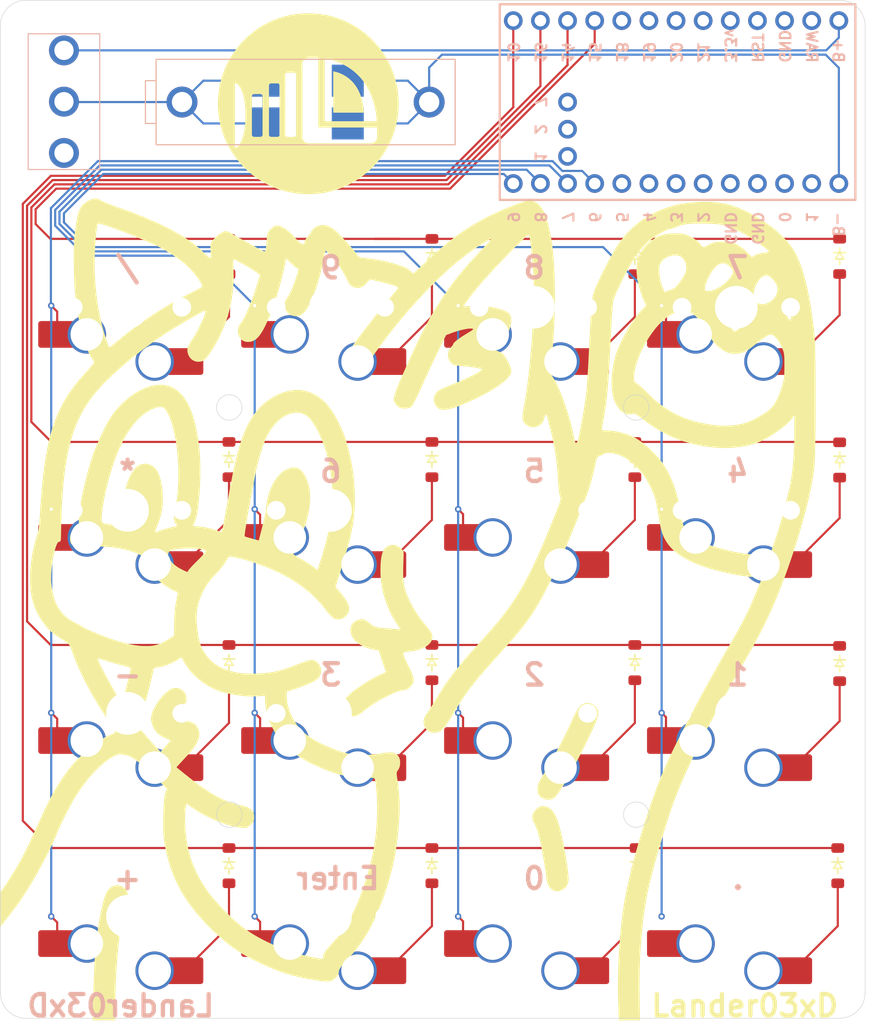
<source format=kicad_pcb>
(kicad_pcb (version 20241229) (generator "pcbnew") (generator_version "9.0")
  (layers (0 "F.Cu" signal) (2 "B.Cu" signal) (13 "F.Paste" user) (15 "B.Paste" user) (5 "F.SilkS" user "F.Silkscreen") (7 "B.SilkS" user "B.Silkscreen") (1 "F.Mask" user) (3 "B.Mask" user) (25 "Edge.Cuts" user))
  (net 0 "")
  (net 1 "Net-(D1-A)")
  (net 2 "Row_1")
  (net 3 "Net-(D2-A)")
  (net 4 "Net-(D3-A)")
  (net 5 "Net-(D4-A)")
  (net 6 "Row_2")
  (net 7 "Net-(D5-A)")
  (net 8 "Net-(D6-A)")
  (net 9 "Row_3")
  (net 10 "Net-(D7-A)")
  (net 11 "Net-(D8-A)")
  (net 12 "Net-(D9-A)")
  (net 13 "Net-(D10-A)")
  (net 14 "Row_4")
  (net 15 "Net-(D11-A)")
  (net 16 "Net-(D12-A)")
  (net 17 "Net-(D13-A)")
  (net 18 "Net-(D14-A)")
  (net 19 "Net-(D15-A)")
  (net 20 "Net-(D16-A)")
  (net 21 "Col_1")
  (net 22 "Col_2")
  (net 23 "Col_3")
  (net 24 "Col_4")
  (net 25 "B-")
  (net 26 "Net-(BT1-+)")
  (net 28 "B+")
  (footprint "ScottoKeebs_Scotto:MX_Hotswap_1.00u" (layer "F.Cu") (at 142.14 80.16)
    (property "Reference" "S3" (hide yes))
    (property "Value" "Keyswitch")
  )
  (footprint "ScottoKeebs_Scotto:MX_Hotswap_1.00u" (layer "F.Cu") (at 161.14 80.16)
    (property "Reference" "S13" (hide yes))
    (property "Value" "Keyswitch")
  )
  (footprint "ScottoKeebs_Scotto:MX_Hotswap_1.00u" (layer "F.Cu") (at 142.14 137.16)
    (property "Reference" "S12" (hide yes))
    (property "Value" "Keyswitch")
  )
  (footprint "ScottoKeebs_Components:Diode_SOD-123" (layer "F.Cu") (at 152.275 71.6 -90)
    (property "Reference" "D3" (hide yes))
    (property "Value" "Diode")
  )
  (footprint "ScottoKeebs_Components:Diode_SOD-123" (layer "F.Cu") (at 114.275 90.6 -90)
    (property "Reference" "D4" (hide yes))
    (property "Value" "Diode")
  )
  (footprint "ScottoKeebs_Components:Diode_SOD-123" (layer "F.Cu") (at 133.275 128.6 -90)
    (property "Reference" "D11" (hide yes))
    (property "Value" "Diode")
  )
  (footprint "ScottoKeebs_Scotto:MX_Hotswap_1.00u" (layer "F.Cu") (at 142.14 118.16)
    (property "Reference" "S9" (hide yes))
    (property "Value" "Keyswitch")
  )
  (footprint "ScottoKeebs_Components:Diode_SOD-123" (layer "F.Cu") (at 152.4 128.6 -90)
    (property "Reference" "D12" (hide yes))
    (property "Value" "Diode")
  )
  (footprint "ScottoKeebs_Scotto:MX_Hotswap_1.00u" (layer "F.Cu") (at 161.14 137.16)
    (property "Reference" "S16" (hide yes))
    (property "Value" "Keyswitch")
  )
  (footprint "ScottoKeebs_Scotto:MX_Hotswap_1.00u" (layer "F.Cu") (at 104.14 137.16)
    (property "Reference" "S10" (hide yes))
    (property "Value" "Keyswitch")
  )
  (footprint "ScottoKeebs_Components:Diode_SOD-123" (layer "F.Cu") (at 114.275 128.6 -90)
    (property "Reference" "D10" (hide yes))
    (property "Value" "Diode")
  )
  (footprint "ScottoKeebs_Components:Diode_SOD-123" (layer "F.Cu") (at 152.275 90.6 -90)
    (property "Reference" "D6" (hide yes))
    (property "Value" "Diode")
  )
  (footprint "ScottoKeebs_Components:Diode_SOD-123" (layer "F.Cu") (at 133.275 90.6 -90)
    (property "Reference" "D5" (hide yes))
    (property "Value" "Diode")
  )
  (footprint "ScottoKeebs_Components:Diode_SOD-123" (layer "F.Cu") (at 114.275 71.6 -90)
    (property "Reference" "D1" (hide yes))
    (property "Value" "Diode")
  )
  (footprint "ScottoKeebs_Components:Diode_SOD-123" (layer "F.Cu") (at 171.45 71.5875 -90)
    (property "Reference" "D13" (hide yes))
    (property "Value" "Diode")
  )
  (footprint "ScottoKeebs_Scotto:MX_Hotswap_1.00u" (layer "F.Cu") (at 161.14 118.16)
    (property "Reference" "S15" (hide yes))
    (property "Value" "Keyswitch")
  )
  (footprint "ScottoKeebs_Scotto:MX_Hotswap_1.00u" (layer "F.Cu") (at 123.14 137.16)
    (property "Reference" "S11" (hide yes))
    (property "Value" "Keyswitch")
  )
  (footprint "ScottoKeebs_Components:Diode_SOD-123" (layer "F.Cu") (at 114.275 109.6 -90)
    (property "Reference" "D7" (hide yes))
    (property "Value" "Diode")
  )
  (footprint "ScottoKeebs_Scotto:MX_Hotswap_1.00u" (layer "F.Cu") (at 161.14 99.16)
    (property "Reference" "S14" (hide yes))
    (property "Value" "Keyswitch")
  )
  (footprint "ScottoKeebs_Scotto:MX_Hotswap_1.00u" (layer "F.Cu") (at 104.14 80.16)
    (property "Reference" "S1" (hide yes))
    (property "Value" "Keyswitch")
  )
  (footprint "ScottoKeebs_Components:Diode_SOD-123" (layer "F.Cu") (at 152.275 109.6 -90)
    (property "Reference" "D9" (hide yes))
    (property "Value" "Diode")
  )
  (footprint "ScottoKeebs_Scotto:MX_Hotswap_1.00u" (layer "F.Cu") (at 123.14 118.16)
    (property "Reference" "S8" (hide yes))
    (property "Value" "Keyswitch")
  )
  (footprint "ScottoKeebs_Components:Diode_SOD-123" (layer "F.Cu") (at 133.275 71.6 -90)
    (property "Reference" "D2" (hide yes))
    (property "Value" "Diode")
  )
  (footprint "ScottoKeebs_Components:Diode_SOD-123" (layer "F.Cu") (at 171.45 109.6875 -90)
    (property "Reference" "D15" (hide yes))
    (property "Value" "Diode")
  )
  (footprint "ScottoKeebs_Scotto:MX_Hotswap_1.00u" (layer "F.Cu") (at 104.14 99.16)
    (property "Reference" "S4" (hide yes))
    (property "Value" "Keyswitch")
  )
  (footprint "ScottoKeebs_Components:Diode_SOD-123" (layer "F.Cu") (at 133.275 109.6 -90)
    (property "Reference" "D8" (hide yes))
    (property "Value" "Diode")
  )
  (footprint "ScottoKeebs_Components:Diode_SOD-123" (layer "F.Cu") (at 171.45 90.6375 -90)
    (property "Reference" "D14" (hide yes))
    (property "Value" "Diode")
  )
  (footprint "ScottoKeebs_Components:Diode_SOD-123" (layer "F.Cu") (at 171.275 128.6 -90)
    (property "Reference" "D16" (hide yes))
    (property "Value" "Diode")
  )
  (footprint "ScottoKeebs_Scotto:MX_Hotswap_1.00u" (layer "F.Cu") (at 104.14 118.16)
    (property "Reference" "S7" (hide yes))
    (property "Value" "Keyswitch")
  )
  (footprint "ScottoKeebs_Scotto:MX_Hotswap_1.00u" (layer "F.Cu") (at 142.14 99.16)
    (property "Reference" "S6" (hide yes))
    (property "Value" "Keyswitch")
  )
  (footprint "ScottoKeebs_Scotto:MX_Hotswap_1.00u" (layer "F.Cu") (at 123.14 99.16)
    (property "Reference" "S5" (hide yes))
    (property "Value" "Keyswitch")
  )
  (footprint "ScottoKeebs_Scotto:MX_Hotswap_1.00u" (layer "F.Cu") (at 123.14 80.16)
    (property "Reference" "S2" (hide yes))
    (property "Value" "Keyswitch")
  )
  (footprint "lander03xD:SW_Vertical_Slide_5mm" (layer "B.Cu") (at 98.82395 57.1138 90)
    (property "Reference" "SW1" (hide yes))
    (property "Value" "SW_SPDT_312" (hide yes))
  )
  (footprint "lander03xD:SbM-9202_14250_battery_holder" (layer "B.Cu") (at 121.4463 57.15 180)
    (property "Reference" "BT1" (hide yes))
    (property "Value" "Battery_Cell")
  )
  (footprint "lander03xD:Promicro_nrf52840" (layer "B.Cu") (at 153.59385 57.1512 90)
    (property "Reference" "U1" (hide yes))
    (property "Value" "Promicro_NRF52840" (hide yes))
  )
  (gr_poly (pts (xy 129.670449 98.578181) (xy 129.715583 98.582031) (xy 129.760678 98.58811) (xy 129.805692 98.596419) (xy 129.850581 98.606955) (xy 129.895305 98.61972) (xy 129.93982 98.634713) (xy 129.984085 98.651932) (xy 130.028058 98.671378) (xy 130.071696 98.69305) (xy 130.114956 98.716947) (xy 130.157798 98.74307) (xy 130.200179 98.771418) (xy 130.242056 98.80199) (xy 130.283388 98.834785) (xy 130.324132 98.869804) (xy 130.37423 98.915269) (xy 130.418761 98.957484) (xy 130.45802 98.997194) (xy 130.492302 99.035145) (xy 130.507668 99.053693) (xy 130.5219 99.07208) (xy 130.535036 99.0904) (xy 130.547111 99.108746) (xy 130.558163 99.12721) (xy 130.568228 99.145886) (xy 130.577344 99.164866) (xy 130.585547 99.184245) (xy 130.592873 99.204114) (xy 130.599361 99.224568) (xy 130.605047 99.245699) (xy 130.609967 99.267601) (xy 130.614158 99.290366) (xy 130.617658 99.314087) (xy 130.620503 99.338859) (xy 130.622729 99.364773) (xy 130.625476 99.420401) (xy 130.626192 99.481718) (xy 130.625173 99.549469) (xy 130.622713 99.624397) (xy 130.598049 100.320714) (xy 130.584942 100.891553) (xy 130.584749 101.359018) (xy 130.598827 101.745212) (xy 130.611641 101.91474) (xy 130.628532 102.072239) (xy 130.649669 102.220473) (xy 130.675222 102.362204) (xy 130.740254 102.637209) (xy 130.824984 102.919359) (xy 130.88152 103.082718) (xy 130.947969 103.255411) (xy 131.023436 103.435843) (xy 131.107027 103.622422) (xy 131.19785 103.813554) (xy 131.295011 104.007647) (xy 131.504772 104.398339) (xy 131.729161 104.781753) (xy 131.844607 104.966747) (xy 131.961029 105.145141) (xy 132.077534 105.315342) (xy 132.193228 105.475758) (xy 132.307218 105.624794) (xy 132.41861 105.760857) (xy 132.670088 106.059987) (xy 132.872118 106.309515) (xy 132.956124 106.418133) (xy 133.029607 106.517295) (xy 133.093181 106.607983) (xy 133.14746 106.69118) (xy 133.193056 106.767866) (xy 133.230583 106.839023) (xy 133.260655 106.905633) (xy 133.283883 106.968677) (xy 133.300882 107.029137) (xy 133.312265 107.087995) (xy 133.318645 107.146233) (xy 133.320636 107.204832) (xy 133.31815 107.267263) (xy 133.310751 107.32897) (xy 133.298525 107.389898) (xy 133.281561 107.449988) (xy 133.259945 107.509185) (xy 133.233764 107.567431) (xy 133.203106 107.624669) (xy 133.168058 107.680843) (xy 133.128708 107.735896) (xy 133.085141 107.789772) (xy 133.037447 107.842412) (xy 132.985711 107.893761) (xy 132.930022 107.943762) (xy 132.870466 107.992357) (xy 132.807131 108.03949) (xy 132.740103 108.085105) (xy 132.669471 108.129144) (xy 132.595321 108.17155) (xy 132.517741 108.212267) (xy 132.436817 108.251238) (xy 132.352638 108.288406) (xy 132.26529 108.323715) (xy 132.174861 108.357106) (xy 132.081437 108.388525) (xy 131.985106 108.417913) (xy 131.885956 108.445214) (xy 131.784073 108.470371) (xy 131.679545 108.493328) (xy 131.572459 108.514027) (xy 131.462903 108.532412) (xy 131.350962 108.548426) (xy 131.236726 108.562012) (xy 131.021607 108.585699) (xy 130.93456 108.596396) (xy 130.860056 108.606948) (xy 130.797248 108.617822) (xy 130.745287 108.629482) (xy 130.703325 108.642394) (xy 130.685828 108.649465) (xy 130.670512 108.657023) (xy 130.657272 108.665127) (xy 130.646001 108.673835) (xy 130.636594 108.683205) (xy 130.628944 108.693294) (xy 130.622945 108.704162) (xy 130.618491 108.715866) (xy 130.615476 108.728465) (xy 130.613795 108.742017) (xy 130.614007 108.772211) (xy 130.618278 108.806915) (xy 130.635606 108.89171) (xy 130.643783 108.922534) (xy 130.656181 108.961186) (xy 130.692626 109.05969) (xy 130.74291 109.182657) (xy 130.805001 109.325522) (xy 130.876869 109.48372) (xy 130.956483 109.652687) (xy 131.04181 109.827858) (xy 131.130822 110.004667) (xy 131.223316 110.189038) (xy 131.304403 110.359189) (xy 131.374177 110.516175) (xy 131.432732 110.66105) (xy 131.480164 110.794872) (xy 131.516565 110.918695) (xy 131.54203 111.033575) (xy 131.556654 111.140567) (xy 131.560531 111.240726) (xy 131.553754 111.335109) (xy 131.536419 111.42477) (xy 131.508619 111.510766) (xy 131.470449 111.594151) (xy 131.422003 111.675981) (xy 131.363375 111.757312) (xy 131.294659 111.839199) (xy 131.256794 111.880361) (xy 131.219577 111.918274) (xy 131.182777 111.953055) (xy 131.146165 111.98482) (xy 131.109509 112.013687) (xy 131.072578 112.039775) (xy 131.035142 112.063198) (xy 130.996971 112.084077) (xy 130.957833 112.102526) (xy 130.917498 112.118665) (xy 130.875736 112.13261) (xy 130.832314 112.144478) (xy 130.787004 112.154387) (xy 130.739574 112.162455) (xy 130.689793 112.168798) (xy 130.637431 112.173533) (xy 130.482953 112.196371) (xy 130.298685 112.243035) (xy 130.088585 112.311415) (xy 129.856611 112.3994) (xy 129.606721 112.504879) (xy 129.342874 112.62574) (xy 129.069027 112.759875) (xy 128.789138 112.90517) (xy 128.507166 113.059517) (xy 128.227068 113.220803) (xy 127.952802 113.386919) (xy 127.688327 113.555752) (xy 127.4376 113.725193) (xy 127.20458 113.893131) (xy 126.993225 114.057454) (xy 126.807492 114.216053) (xy 126.730647 114.282045) (xy 126.652501 114.342456) (xy 126.573315 114.397212) (xy 126.493355 114.446241) (xy 126.412882 114.489468) (xy 126.332159 114.526822) (xy 126.251451 114.558228) (xy 126.171019 114.583613) (xy 126.091127 114.602904) (xy 126.012037 114.616027) (xy 125.934014 114.62291) (xy 125.85732 114.623479) (xy 125.782217 114.61766) (xy 125.70897 114.605381) (xy 125.63784 114.586568) (xy 125.603152 114.574689) (xy 125.569092 114.561149) (xy 125.569099 114.561131) (xy 125.535905 114.54606) (xy 125.503283 114.529404) (xy 125.471263 114.511213) (xy 125.439877 114.491541) (xy 125.409157 114.470437) (xy 125.379134 114.447955) (xy 125.34984 114.424144) (xy 125.321307 114.399058) (xy 125.293567 114.372747) (xy 125.266651 114.345264) (xy 125.24059 114.316659) (xy 125.215417 114.286984) (xy 125.191163 114.256291) (xy 125.16786 114.224632) (xy 125.145539 114.192058) (xy 125.124233 114.15862) (xy 125.103972 114.124371) (xy 125.08479 114.089361) (xy 125.066716 114.053643) (xy 125.049783 114.017268) (xy 125.034023 113.980287) (xy 125.019467 113.942752) (xy 125.006147 113.904715) (xy 124.994094 113.866228) (xy 124.983341 113.827341) (xy 124.973919 113.788107) (xy 124.965859 113.748577) (xy 124.959194 113.708802) (xy 124.953955 113.668835) (xy 124.950174 113.628726) (xy 124.947881 113.588528) (xy 124.94711 113.548292) (xy 124.9479 113.484646) (xy 124.95065 113.426037) (xy 124.955932 113.371511) (xy 124.959701 113.345481) (xy 124.964317 113.320115) (xy 124.969852 113.295292) (xy 124.976376 113.270893) (xy 124.983962 113.2468) (xy 124.99268 113.222893) (xy 125.002603 113.199053) (xy 125.013802 113.175161) (xy 125.026347 113.151097) (xy 125.04031 113.126743) (xy 125.055764 113.101978) (xy 125.072779 113.076685) (xy 125.091426 113.050742) (xy 125.111777 113.024032) (xy 125.157877 112.967833) (xy 125.21165 112.907131) (xy 125.273667 112.840975) (xy 125.3445 112.768409) (xy 125.424719 112.68848) (xy 125.514896 112.600234) (xy 125.631941 112.492556) (xy 125.770764 112.375393) (xy 125.928703 112.250443) (xy 126.103094 112.119405) (xy 126.490587 111.845854) (xy 126.911943 111.568324) (xy 127.345862 111.300399) (xy 127.771045 111.055664) (xy 127.973704 110.946237) (xy 128.166192 110.847702) (xy 128.345846 110.761756) (xy 128.510003 110.690098) (xy 128.596057 110.653719) (xy 128.676329 110.617858) (xy 128.749062 110.58344) (xy 128.8125 110.551385) (xy 128.864887 110.522617) (xy 128.904468 110.498058) (xy 128.918907 110.487645) (xy 128.929486 110.47863) (xy 128.935985 110.471129) (xy 128.937636 110.467982) (xy 128.938184 110.465256) (xy 128.936471 110.45525) (xy 128.931481 110.435622) (xy 128.912336 110.369594) (xy 128.842092 110.145113) (xy 128.738183 109.825331) (xy 128.611343 109.443766) (xy 128.284729 108.470953) (xy 127.857732 108.39806) (xy 127.750694 108.378205) (xy 127.644048 108.355289) (xy 127.538032 108.329411) (xy 127.432888 108.300669) (xy 127.328854 108.269162) (xy 127.22617 108.234988) (xy 127.125076 108.198246) (xy 127.025811 108.159035) (xy 126.928615 108.117452) (xy 126.833727 108.073597) (xy 126.741388 108.027568) (xy 126.651836 107.979464) (xy 126.565311 107.929383) (xy 126.482053 107.877423) (xy 126.402301 107.823684) (xy 126.326295 107.768263) (xy 126.241087 107.700216) (xy 126.161476 107.629875) (xy 126.08746 107.55747) (xy 126.019034 107.483233) (xy 125.956196 107.407394) (xy 125.898941 107.330184) (xy 125.847267 107.251833) (xy 125.80117 107.172571) (xy 125.760647 107.09263) (xy 125.725693 107.012241) (xy 125.696306 106.931633) (xy 125.672483 106.851038) (xy 125.654218 106.770686) (xy 125.64151 106.690807) (xy 125.634355 106.611633) (xy 125.632749 106.533394) (xy 125.636689 106.45632) (xy 125.646171 106.380643) (xy 125.661191 106.306593) (xy 125.681747 106.2344) (xy 125.707835 106.164296) (xy 125.739452 106.09651) (xy 125.776593 106.031273) (xy 125.819256 105.968817) (xy 125.867437 105.909372) (xy 125.921133 105.853168) (xy 125.98034 105.800435) (xy 126.045054 105.751406) (xy 126.115273 105.70631) (xy 126.190992 105.665377) (xy 126.272208 105.62884) (xy 126.358919 105.596927) (xy 126.436406 105.573343) (xy 126.510593 105.555047) (xy 126.582003 105.5422) (xy 126.651157 105.534961) (xy 126.685052 105.533495) (xy 126.71858 105.53349) (xy 126.751805 105.534966) (xy 126.784793 105.537944) (xy 126.817609 105.542444) (xy 126.850319 105.548485) (xy 126.882988 105.556088) (xy 126.915682 105.565272) (xy 126.948465 105.576057) (xy 126.981403 105.588463) (xy 127.014561 105.60251) (xy 127.048005 105.618218) (xy 127.116012 105.654697) (xy 127.185945 105.698059) (xy 127.258328 105.748463) (xy 127.333683 105.806068) (xy 127.412533 105.871035) (xy 127.4954 105.943523) (xy 127.564274 106.003986) (xy 127.629828 106.0578) (xy 127.662091 106.082389) (xy 127.694402 106.105527) (xy 127.727052 106.127284) (xy 127.760334 106.147731) (xy 127.794541 106.166937) (xy 127.829965 106.184975) (xy 127.866897 106.201912) (xy 127.905631 106.217821) (xy 127.946459 106.232772) (xy 127.989674 106.246835) (xy 128.035567 106.26008) (xy 128.08443 106.272578) (xy 128.136558 106.284399) (xy 128.192241 106.295614) (xy 128.251771 106.306292) (xy 128.315443 106.316505) (xy 128.456376 106.335816) (xy 128.61738 106.35411) (xy 128.800793 106.371949) (xy 129.008953 106.389897) (xy 129.508874 106.428372) (xy 130.322022 106.488332) (xy 130.032881 106.06697) (xy 129.851276 105.790691) (xy 129.679482 105.50575) (xy 129.517763 105.212983) (xy 129.366385 104.913229) (xy 129.225612 104.607324) (xy 129.09571 104.296105) (xy 128.976944 103.980409) (xy 128.869578 103.661075) (xy 128.773877 103.338938) (xy 128.690108 103.014836) (xy 128.618533 102.689606) (xy 128.55942 102.364085) (xy 128.513031 102.03911) (xy 128.479634 101.715519) (xy 128.459492 101.394149) (xy 128.45287 101.075836) (xy 128.459778 100.626664) (xy 128.468313 100.423549) (xy 128.480373 100.234113) (xy 128.496064 100.057878) (xy 128.515488 99.894369) (xy 128.538751 99.743108) (xy 128.565955 99.603619) (xy 128.597206 99.475425) (xy 128.632608 99.35805) (xy 128.672264 99.251016) (xy 128.716278 99.153847) (xy 128.764755 99.066066) (xy 128.817798 98.987196) (xy 128.875513 98.916762) (xy 128.938002 98.854285) (xy 128.977354 98.820163) (xy 129.017383 98.788279) (xy 129.058047 98.758631) (xy 129.099305 98.73122) (xy 129.141113 98.706045) (xy 129.183431 98.683106) (xy 129.226215 98.662401) (xy 129.269424 98.643932) (xy 129.313016 98.627696) (xy 129.356947 98.613694) (xy 129.401176 98.601925) (xy 129.445662 98.592388) (xy 129.490361 98.585084) (xy 129.535231 98.580012) (xy 129.580231 98.577171) (xy 129.625317 98.576561)) (fill yes) (layer "F.SilkS"))
  (gr_poly (pts (xy 147.881252 113.387106) (xy 147.931849 113.389735) (xy 147.980319 113.39424) (xy 148.026916 113.400727) (xy 148.071896 113.409296) (xy 148.115513 113.42005) (xy 148.15802 113.433093) (xy 148.199672 113.448526) (xy 148.240724 113.466452) (xy 148.28143 113.486975) (xy 148.322045 113.510195) (xy 148.362822 113.536217) (xy 148.404017 113.565142) (xy 148.445883 113.597074) (xy 148.488675 113.632114) (xy 148.532648 113.670366) (xy 148.579401 113.713411) (xy 148.622702 113.756153) (xy 148.662496 113.798907) (xy 148.698727 113.841985) (xy 148.731341 113.885702) (xy 148.760281 113.93037) (xy 148.785493 113.976305) (xy 148.806922 114.023819) (xy 148.824511 114.073225) (xy 148.838207 114.124838) (xy 148.847954 114.178972) (xy 148.853696 114.235938) (xy 148.855378 114.296053) (xy 148.852945 114.359627) (xy 148.846343 114.426977) (xy 148.835515 114.498415) (xy 148.820406 114.574254) (xy 148.800961 114.654809) (xy 148.777125 114.740392) (xy 148.748843 114.831318) (xy 148.716059 114.927901) (xy 148.678719 115.030453) (xy 148.636766 115.139288) (xy 148.590147 115.254721) (xy 148.482684 115.506631) (xy 148.35589 115.788692) (xy 148.209322 116.103413) (xy 148.042539 116.453303) (xy 147.499597 117.560794) (xy 146.970665 118.59747) (xy 146.466399 119.544782) (xy 145.997454 120.384186) (xy 145.574485 121.097135) (xy 145.208148 121.665084) (xy 145.049547 121.888887) (xy 144.909099 122.069486) (xy 144.788137 122.204561) (xy 144.687993 122.291795) (xy 144.662428 122.308774) (xy 144.635816 122.324651) (xy 144.579674 122.353103) (xy 144.52 122.377153) (xy 144.457226 122.396802) (xy 144.391784 122.41205) (xy 144.324108 122.422899) (xy 144.25463 122.42935) (xy 144.183782 122.431405) (xy 144.111997 122.429063) (xy 144.039708 122.422326) (xy 143.967347 122.411195) (xy 143.895347 122.395671) (xy 143.824141 122.375755) (xy 143.75416 122.351449) (xy 143.685838 122.322752) (xy 143.619607 122.289668) (xy 143.619607 122.289656) (xy 143.619608 122.289645) (xy 143.619609 122.289622) (xy 143.619611 122.2896) (xy 143.619611 122.28959) (xy 143.619612 122.28958) (xy 143.587898 122.27186) (xy 143.557488 122.25381) (xy 143.52836 122.235391) (xy 143.500497 122.216565) (xy 143.473878 122.197293) (xy 143.448484 122.177537) (xy 143.424296 122.157258) (xy 143.401294 122.136418) (xy 143.379459 122.114978) (xy 143.358771 122.0929) (xy 143.339212 122.070146) (xy 143.320761 122.046676) (xy 143.303399 122.022453) (xy 143.287108 121.997438) (xy 143.271866 121.971592) (xy 143.257656 121.944877) (xy 143.244457 121.917254) (xy 143.232251 121.888686) (xy 143.221017 121.859133) (xy 143.210736 121.828557) (xy 143.20139 121.79692) (xy 143.192958 121.764183) (xy 143.185421 121.730307) (xy 143.17876 121.695254) (xy 143.172956 121.658986) (xy 143.167988 121.621465) (xy 143.160486 121.542505) (xy 143.156098 121.458069) (xy 143.15467 121.367848) (xy 143.156101 121.306874) (xy 143.160658 121.24656) (xy 143.168734 121.186017) (xy 143.180724 121.124359) (xy 143.197023 121.060695) (xy 143.218024 120.994137) (xy 143.244123 120.923798) (xy 143.275714 120.848788) (xy 143.313191 120.76822) (xy 143.356949 120.681204) (xy 143.407381 120.586853) (xy 143.464883 120.484278) (xy 143.529849 120.372591) (xy 143.602673 120.250903) (xy 143.773473 119.973971) (xy 144.076057 119.474239) (xy 144.406142 118.900579) (xy 144.75307 118.273265) (xy 145.106177 117.612571) (xy 145.454804 116.938772) (xy 145.788288 116.272143) (xy 146.095969 115.632956) (xy 146.367185 115.041488) (xy 146.473401 114.806775) (xy 146.573866 114.593828) (xy 146.669386 114.401735) (xy 146.760768 114.22958) (xy 146.848819 114.07645) (xy 146.934346 113.94143) (xy 147.018155 113.823608) (xy 147.101054 113.722068) (xy 147.183849 113.635897) (xy 147.267347 113.564181) (xy 147.352354 113.506006) (xy 147.439678 113.460457) (xy 147.530125 113.426622) (xy 147.624502 113.403585) (xy 147.723616 113.390434) (xy 147.828274 113.386253)) (fill yes) (layer "F.SilkS"))
  (gr_poly (pts (xy 122.220945 48.852773) (xy 122.642761 48.889031) (xy 123.058776 48.945803) (xy 123.468451 49.022595) (xy 123.871241 49.118913) (xy 124.266605 49.234263) (xy 124.654002 49.368151) (xy 125.032888 49.520081) (xy 125.402723 49.689561) (xy 125.762964 49.876096) (xy 126.113068 50.079192) (xy 126.452494 50.298354) (xy 126.7807 50.533089) (xy 127.097144 50.782901) (xy 127.401283 51.047297) (xy 127.692576 51.325783) (xy 127.970481 51.617865) (xy 128.234455 51.923047) (xy 128.483957 52.240837) (xy 128.718443 52.570739) (xy 128.937374 52.91226) (xy 129.140205 53.264905) (xy 129.326396 53.62818) (xy 129.495404 54.001591) (xy 129.646687 54.384644) (xy 129.779703 54.776844) (xy 129.89391 55.177697) (xy 129.988765 55.58671) (xy 130.063728 56.003387) (xy 130.118256 56.427234) (xy 130.151806 56.857759) (xy 130.163693 57.303726) (xy 130.152882 57.735422) (xy 130.120771 58.161557) (xy 130.067875 58.581608) (xy 129.99471 58.995054) (xy 129.90179 59.401371) (xy 129.789632 59.800039) (xy 129.658749 60.190535) (xy 129.509658 60.572336) (xy 129.342873 60.944922) (xy 129.158911 61.307769) (xy 128.958285 61.660356) (xy 128.741512 62.00216) (xy 128.509107 62.33266) (xy 128.261584 62.651333) (xy 127.99946 62.957657) (xy 127.723249 63.25111) (xy 127.433467 63.53117) (xy 127.130629 63.797315) (xy 126.81525 64.049023) (xy 126.487846 64.285771) (xy 126.148931 64.507038) (xy 125.799021 64.712301) (xy 125.438632 64.901039) (xy 125.068278 65.072729) (xy 124.688474 65.226849) (xy 124.299737 65.362877) (xy 123.902581 65.480291) (xy 123.497521 65.578568) (xy 123.085073 65.657188) (xy 122.665753 65.715627) (xy 122.240074 65.753364) (xy 121.808553 65.769876) (xy 121.376755 65.764737) (xy 120.950237 65.738229) (xy 120.52953 65.690858) (xy 120.115161 65.623133) (xy 119.707659 65.535563) (xy 119.307554 65.428655) (xy 118.915374 65.302919) (xy 118.531648 65.158862) (xy 118.156904 64.996992) (xy 117.791672 64.817819) (xy 117.43648 64.621851) (xy 117.091857 64.409595) (xy 116.758333 64.18156) (xy 116.436435 63.938254) (xy 116.126692 63.680186) (xy 115.829634 63.407864) (xy 115.54579 63.121797) (xy 115.275687 62.822492) (xy 115.019855 62.510458) (xy 114.778823 62.186204) (xy 114.553119 61.850237) (xy 114.343273 61.503066) (xy 114.149813 61.145199) (xy 113.973267 60.777145) (xy 113.814166 60.399412) (xy 113.673037 60.012509) (xy 113.550409 59.616942) (xy 113.446812 59.213222) (xy 113.362773 58.801856) (xy 113.298823 58.383353) (xy 113.255489 57.95822) (xy 113.233301 57.526967) (xy 113.23274 57.095155) (xy 113.253617 56.668341) (xy 113.29543 56.24706) (xy 113.357677 55.831848) (xy 113.439859 55.42324) (xy 113.444965 55.403067) (xy 114.822366 55.403067) (xy 114.822367 55.974608) (xy 114.822367 56.080029) (xy 114.822367 56.423677) (xy 114.822367 56.517211) (xy 114.822367 56.785412) (xy 114.822367 56.921321) (xy 114.822367 57.403461) (xy 114.822367 57.496996) (xy 114.822367 58.161038) (xy 114.822367 58.247854) (xy 114.822367 58.940836) (xy 114.822367 59.031269) (xy 114.822367 59.281899) (xy 114.822367 59.38732) (xy 114.822367 59.892199) (xy 114.822367 59.985733) (xy 114.822367 60.315429) (xy 114.822367 60.417231) (xy 114.822368 61.40424) (xy 114.825727 61.404681) (xy 114.829098 61.405088) (xy 114.832491 61.40546) (xy 114.835913 61.405797) (xy 114.886784 61.399873) (xy 114.936964 61.386426) (xy 114.986395 61.365641) (xy 115.035015 61.337702) (xy 115.12958 61.261106) (xy 115.220173 61.158118) (xy 115.306309 61.03022) (xy 115.387502 60.878893) (xy 115.463267 60.705618) (xy 115.533118 60.511876) (xy 115.59657 60.299149) (xy 115.653137 60.068918) (xy 115.702333 59.822664) (xy 115.743674 59.561867) (xy 115.776673 59.28801) (xy 115.800845 59.002573) (xy 115.815704 58.707037) (xy 115.820765 58.402884) (xy 115.81973 58.244237) (xy 115.809632 57.949673) (xy 115.790403 57.664537) (xy 115.762507 57.390152) (xy 115.726408 57.12784) (xy 115.682571 56.878922) (xy 115.657895 56.7599) (xy 115.631459 56.644722) (xy 115.621551 56.605577) (xy 116.419699 56.605577) (xy 116.419699 60.203291) (xy 116.41996 60.213735) (xy 116.420733 60.224036) (xy 116.422007 60.234183) (xy 116.42377 60.244162) (xy 116.426008 60.253962) (xy 116.42871 60.26357) (xy 116.431864 60.272973) (xy 116.435456 60.28216) (xy 116.439475 60.291118) (xy 116.443908 60.299834) (xy 116.448743 60.308296) (xy 116.453967 60.316491) (xy 116.459568 60.324408) (xy 116.465535 60.332034) (xy 116.471854 60.339355) (xy 116.478513 60.346361) (xy 116.485499 60.353039) (xy 116.492802 60.359375) (xy 116.500407 60.365358) (xy 116.508303 60.370976) (xy 116.516477 60.376215) (xy 116.524918 60.381064) (xy 116.533612 60.38551) (xy 116.542548 60.389541) (xy 116.551712 60.393144) (xy 116.561093 60.396307) (xy 116.570679 60.399017) (xy 116.580456 60.401262) (xy 116.590413 60.40303) (xy 116.600538 60.404308) (xy 116.610817 60.405085) (xy 116.621239 60.405346) (xy 117.21604 60.405346) (xy 117.226464 60.405085) (xy 117.236747 60.404308) (xy 117.246879 60.40303) (xy 117.256845 60.401262) (xy 117.266634 60.399017) (xy 117.276234 60.396307) (xy 117.285631 60.393144) (xy 117.294812 60.389541) (xy 117.303767 60.38551) (xy 117.312481 60.381064) (xy 117.320943 60.376215) (xy 117.32914 60.370976) (xy 117.337059 60.365358) (xy 117.344688 60.359375) (xy 117.352014 60.353039) (xy 117.359025 60.346361) (xy 117.365708 60.339355) (xy 117.372051 60.332034) (xy 117.378041 60.324408) (xy 117.383666 60.316491) (xy 117.388912 60.308296) (xy 117.393768 60.299834) (xy 117.398222 60.291118) (xy 117.402259 60.28216) (xy 117.405869 60.272973) (xy 117.409038 60.26357) (xy 117.411754 60.253962) (xy 117.414004 60.244162) (xy 117.415776 60.234183) (xy 117.417057 60.224036) (xy 117.417835 60.213735) (xy 117.418097 60.203291) (xy 117.418097 56.605577) (xy 117.417835 56.595134) (xy 117.417057 56.584833) (xy 117.415776 56.574686) (xy 117.414004 56.564707) (xy 117.411754 56.554907) (xy 117.409038 56.545299) (xy 117.405869 56.535895) (xy 117.402259 56.526709) (xy 117.398222 56.517751) (xy 117.393768 56.509035) (xy 117.388912 56.500573) (xy 117.383666 56.492378) (xy 117.378041 56.484461) (xy 117.372051 56.476835) (xy 117.365708 56.469513) (xy 117.359025 56.462508) (xy 117.352014 56.45583) (xy 117.344688 56.449494) (xy 117.337059 56.443511) (xy 117.32914 56.437893) (xy 117.320943 56.432654) (xy 117.312481 56.427805) (xy 117.303767 56.423359) (xy 117.294813 56.419328) (xy 117.285631 56.415725) (xy 117.276234 56.412562) (xy 117.266634 56.409852) (xy 117.256845 56.407607) (xy 117.246879 56.405839) (xy 117.236747 56.40456) (xy 117.226464 56.403784) (xy 117.216041 56.403523) (xy 116.621239 56.403523) (xy 116.610817 56.403784) (xy 116.600538 56.40456) (xy 116.590413 56.405839) (xy 116.580456 56.407607) (xy 116.570679 56.409852) (xy 116.561093 56.412562) (xy 116.551712 56.415725) (xy 116.542547 56.419328) (xy 116.533612 56.423359) (xy 116.524918 56.427805) (xy 116.516477 56.432654) (xy 116.508303 56.437893) (xy 116.500407 56.443511) (xy 116.492801 56.449494) (xy 116.485499 56.45583) (xy 116.478512 56.462508) (xy 116.471854 56.469513) (xy 116.465535 56.476835) (xy 116.459568 56.484461) (xy 116.453967 56.492378) (xy 116.448742 56.500573) (xy 116.443908 56.509035) (xy 116.439475 56.517751) (xy 116.435456 56.526709) (xy 116.431864 56.535895) (xy 116.42871 56.545299) (xy 116.426008 56.554907) (xy 116.42377 56.564707) (xy 116.422007 56.574686) (xy 116.420733 56.584833) (xy 116.419959 56.595134) (xy 116.419699 56.605577) (xy 115.621551 56.605577) (xy 115.603321 56.533554) (xy 115.573537 56.426562) (xy 115.542167 56.323909) (xy 115.509269 56.225763) (xy 115.4749 56.132287) (xy 115.439119 56.043648) (xy 115.401984 55.96001) (xy 115.363551 55.881539) (xy 115.323881 55.808401) (xy 115.28303 55.74076) (xy 115.241057 55.678781) (xy 115.198019 55.62263) (xy 115.182645 55.605122) (xy 118.017549 55.605122) (xy 118.017549 60.203291) (xy 118.01781 60.213735) (xy 118.018583 60.224036) (xy 118.019858 60.234183) (xy 118.02162 60.244162) (xy 118.023859 60.253962) (xy 118.026561 60.26357) (xy 118.029714 60.272973) (xy 118.033306 60.28216) (xy 118.037325 60.291118) (xy 118.041758 60.299834) (xy 118.046593 60.308296) (xy 118.051817 60.316491) (xy 118.057419 60.324408) (xy 118.063385 60.332034) (xy 118.069704 60.339355) (xy 118.076363 60.346361) (xy 118.08335 60.353039) (xy 118.090652 60.359375) (xy 118.098257 60.365358) (xy 118.106154 60.370976) (xy 118.114328 60.376215) (xy 118.122768 60.381064) (xy 118.131463 60.38551) (xy 118.140398 60.389541) (xy 118.149563 60.393144) (xy 118.158944 60.396307) (xy 118.168529 60.399017) (xy 118.178307 60.401262) (xy 118.188264 60.40303) (xy 118.198388 60.404308) (xy 118.208667 60.405085) (xy 118.219089 60.405346) (xy 118.813891 60.405346) (xy 118.824314 60.405085) (xy 118.834598 60.404308) (xy 118.844729 60.40303) (xy 118.854696 60.401262) (xy 118.864485 60.399017) (xy 118.874084 60.396307) (xy 118.883481 60.393144) (xy 118.892663 60.389541) (xy 118.901617 60.38551) (xy 118.910332 60.381064) (xy 118.918793 60.376215) (xy 118.92699 60.370976) (xy 118.934909 60.365358) (xy 118.942538 60.359375) (xy 118.949864 60.353039) (xy 118.956875 60.346361) (xy 118.963558 60.339355) (xy 118.969901 60.332034) (xy 118.975891 60.324408) (xy 118.981516 60.316491) (xy 118.986762 60.308296) (xy 118.991619 60.299834) (xy 118.996072 60.291118) (xy 119.00011 60.28216) (xy 119.003719 60.272973) (xy 119.006888 60.26357) (xy 119.009604 60.253962) (xy 119.011854 60.244162) (xy 119.013626 60.234183) (xy 119.014907 60.224036) (xy 119.015685 60.213735) (xy 119.015948 60.203291) (xy 119.015948 55.605122) (xy 119.015685 55.594679) (xy 119.014908 55.584377) (xy 119.013626 55.574231) (xy 119.011854 55.564251) (xy 119.009604 55.554451) (xy 119.006888 55.544843) (xy 119.003719 55.53544) (xy 119.00011 55.526253) (xy 118.996072 55.517296) (xy 118.991619 55.50858) (xy 118.986763 55.500118) (xy 118.981516 55.491922) (xy 118.975892 55.484005) (xy 118.969902 55.47638) (xy 118.963559 55.469058) (xy 118.956876 55.462052) (xy 118.949865 55.455375) (xy 118.942539 55.449038) (xy 118.93491 55.443055) (xy 118.926991 55.437437) (xy 118.918794 55.432198) (xy 118.910332 55.427349) (xy 118.901618 55.422903) (xy 118.892663 55.418872) (xy 118.883481 55.415269) (xy 118.874084 55.412106) (xy 118.864485 55.409396) (xy 118.854696 55.407151) (xy 118.844729 55.405383) (xy 118.834598 55.404105) (xy 118.824314 55.403329) (xy 118.813891 55.403067) (xy 118.219089 55.403067) (xy 118.208667 55.403329) (xy 118.198388 55.404105) (xy 118.188264 55.405383) (xy 118.178307 55.407151) (xy 118.168529 55.409396) (xy 118.158944 55.412106) (xy 118.149563 55.415269) (xy 118.140398 55.418872) (xy 118.131463 55.422903) (xy 118.122768 55.427349) (xy 118.114328 55.432198) (xy 118.106154 55.437437) (xy 118.098257 55.443055) (xy 118.090652 55.449038) (xy 118.08335 55.455375) (xy 118.076363 55.462052) (xy 118.069704 55.469058) (xy 118.063385 55.47638) (xy 118.057419 55.484005) (xy 118.051817 55.491922) (xy 118.046593 55.500118) (xy 118.041758 55.50858) (xy 118.037325 55.517296) (xy 118.033306 55.526253) (xy 118.029714 55.53544) (xy 118.026561 55.544843) (xy 118.023859 55.554451) (xy 118.02162 55.564251) (xy 118.019858 55.574231) (xy 118.018583 55.584377) (xy 118.01781 55.594679) (xy 118.017549 55.605122) (xy 115.182645 55.605122) (xy 115.153976 55.572473) (xy 115.108983 55.528474) (xy 115.063101 55.490799) (xy 115.016386 55.459614) (xy 114.968898 55.435082) (xy 114.920693 55.41737) (xy 114.871829 55.406644) (xy 114.822366 55.403067) (xy 113.444965 55.403067) (xy 113.541472 55.021773) (xy 113.662017 54.62798) (xy 113.67042 54.604666) (xy 119.550805 54.604666) (xy 119.550805 60.203291) (xy 119.551065 60.213735) (xy 119.551839 60.224036) (xy 119.553113 60.234183) (xy 119.554876 60.244162) (xy 119.557114 60.253962) (xy 119.559816 60.26357) (xy 119.56297 60.272973) (xy 119.566562 60.28216) (xy 119.57058 60.291118) (xy 119.575013 60.299834) (xy 119.579848 60.308296) (xy 119.585073 60.316491) (xy 119.590674 60.324408) (xy 119.59664 60.332034) (xy 119.602959 60.339355) (xy 119.609618 60.346361) (xy 119.616605 60.353039) (xy 119.623907 60.359375) (xy 119.631512 60.365358) (xy 119.639408 60.370976) (xy 119.647583 60.376215) (xy 119.656023 60.381064) (xy 119.664718 60.38551) (xy 119.673653 60.389541) (xy 119.682818 60.393144) (xy 119.692199 60.396307) (xy 119.701784 60.399017) (xy 119.711562 60.401262) (xy 119.721519 60.40303) (xy 119.731643 60.404308) (xy 119.741923 60.405085) (xy 119.752345 60.405346) (xy 120.347146 60.405346) (xy 120.35757 60.405085) (xy 120.367853 60.404308) (xy 120.377984 60.40303) (xy 120.387951 60.401262) (xy 120.39774 60.399017) (xy 120.407339 60.396307) (xy 120.416736 60.393144) (xy 120.425918 60.389541) (xy 120.434872 60.38551) (xy 120.443587 60.381064) (xy 120.452048 60.376215) (xy 120.460245 60.370976) (xy 120.468164 60.365358) (xy 120.475793 60.359375) (xy 120.483119 60.353039) (xy 120.49013 60.346361) (xy 120.496813 60.339355) (xy 120.503156 60.332034) (xy 120.509146 60.324408) (xy 120.514771 60.316491) (xy 120.520017 60.308296) (xy 120.524874 60.299834) (xy 120.529327 60.291118) (xy 120.533364 60.28216) (xy 120.536974 60.272973) (xy 120.540143 60.26357) (xy 120.542859 60.253962) (xy 120.545109 60.244162) (xy 120.546881 60.234183) (xy 120.548162 60.224036) (xy 120.54894 60.213735) (xy 120.549202 60.203291) (xy 120.549202 54.604666) (xy 120.54894 54.594221) (xy 120.548162 54.583916) (xy 120.546881 54.573762) (xy 120.545109 54.563773) (xy 120.542859 54.553962) (xy 120.540143 54.54434) (xy 120.536974 54.534921) (xy 120.533364 54.525717) (xy 120.529327 54.51674) (xy 120.524873 54.508004) (xy 120.520017 54.499521) (xy 120.51477 54.491303) (xy 120.509146 54.483363) (xy 120.503156 54.475714) (xy 120.496813 54.468368) (xy 120.49013 54.461338) (xy 120.483119 54.454636) (xy 120.475793 54.448276) (xy 120.468164 54.442269) (xy 120.460245 54.436629) (xy 120.452048 54.431367) (xy 120.443586 54.426497) (xy 120.434872 54.42203) (xy 120.425918 54.417981) (xy 120.416736 54.41436) (xy 120.407339 54.411182) (xy 120.39774 54.408458) (xy 120.387951 54.406201) (xy 120.377984 54.404423) (xy 120.367853 54.403138) (xy 120.357569 54.402358) (xy 120.347146 54.402095) (xy 119.752345 54.402095) (xy 119.741923 54.402358) (xy 119.731643 54.403138) (xy 119.721519 54.404423) (xy 119.711562 54.406201) (xy 119.701784 54.408458) (xy 119.692199 54.411182) (xy 119.682818 54.41436) (xy 119.673653 54.417981) (xy 119.664718 54.42203) (xy 119.656023 54.426497) (xy 119.647583 54.431367) (xy 119.639408 54.436629) (xy 119.631512 54.442269) (xy 119.623907 54.448276) (xy 119.616605 54.454637) (xy 119.609618 54.461338) (xy 119.602959 54.468368) (xy 119.59664 54.475714) (xy 119.590674 54.483363) (xy 119.585073 54.491303) (xy 119.579848 54.499521) (xy 119.575013 54.508004) (xy 119.57058 54.51674) (xy 119.566562 54.525717) (xy 119.56297 54.534921) (xy 119.559816 54.54434) (xy 119.557114 54.553962) (xy 119.554876 54.563773) (xy 119.553113 54.573762) (xy 119.551839 54.583916) (xy 119.551065 54.594221) (xy 119.550805 54.604666) (xy 113.67042 54.604666) (xy 113.800992 54.242398) (xy 113.957895 53.865562) (xy 114.087491 53.592325) (xy 121.148137 53.592325) (xy 121.148137 60.415164) (xy 121.148943 60.445645) (xy 121.151333 60.475716) (xy 121.155271 60.505341) (xy 121.160717 60.534482) (xy 121.167632 60.563104) (xy 121.175979 60.59117) (xy 121.185719 60.618643) (xy 121.196813 60.645487) (xy 121.209223 60.671664) (xy 121.22291 60.69714) (xy 121.237836 60.721876) (xy 121.253962 60.745836) (xy 121.271251 60.768984) (xy 121.289662 60.791284) (xy 121.309159 60.812698) (xy 121.329702 60.83319) (xy 121.351253 60.852723) (xy 121.373773 60.871261) (xy 121.397225 60.888768) (xy 121.421568 60.905206) (xy 121.446766 60.92054) (xy 121.472779 60.934732) (xy 121.499569 60.947746) (xy 121.527098 60.959545) (xy 121.555327 60.970094) (xy 121.584217 60.979354) (xy 121.61373 60.98729) (xy 121.643828 60.993866) (xy 121.674471 60.999043) (xy 121.705623 61.002787) (xy 121.737243 61.00506) (xy 121.769294 61.005826) (xy 127.516801 61.005826) (xy 127.548851 61.00506) (xy 127.580467 61.002787) (xy 127.611611 60.999044) (xy 127.642245 60.993866) (xy 127.672331 60.987291) (xy 127.701831 60.979354) (xy 127.730705 60.970094) (xy 127.758917 60.959546) (xy 127.786426 60.947746) (xy 127.813196 60.934732) (xy 127.839188 60.92054) (xy 127.864364 60.905207) (xy 127.888684 60.888768) (xy 127.912112 60.871262) (xy 127.934608 60.852723) (xy 127.956135 60.83319) (xy 127.976654 60.812698) (xy 127.996126 60.791284) (xy 128.014514 60.768985) (xy 128.031779 60.745836) (xy 128.047884 60.721876) (xy 128.062788 60.69714) (xy 128.076455 60.671665) (xy 128.088846 60.645487) (xy 128.099923 60.618643) (xy 128.109647 60.59117) (xy 128.11798 60.563104) (xy 128.124884 60.534482) (xy 128.13032 60.505341) (xy 128.13425 60.475716) (xy 128.136637 60.445645) (xy 128.137441 60.415164) (xy 128.137441 59.533565) (xy 122.63695 59.533565) (xy 122.63695 58.942386) (xy 123.236401 58.942386) (xy 128.111603 58.942386) (xy 128.072707 58.51948) (xy 128.017837 58.117152) (xy 127.947858 57.734887) (xy 127.863636 57.372172) (xy 127.766037 57.028494) (xy 127.655925 56.703339) (xy 127.534166 56.396195) (xy 127.401626 56.106547) (xy 127.25917 55.833883) (xy 127.107663 55.577689) (xy 126.947971 55.337452) (xy 126.78096 55.112658) (xy 126.607495 54.902794) (xy 126.428441 54.707347) (xy 126.244663 54.525804) (xy 126.057028 54.35765) (xy 125.8664 54.202373) (xy 125.673646 54.05946) (xy 125.47963 53.928397) (xy 125.285217 53.80867) (xy 124.898667 53.601174) (xy 124.520917 53.432865) (xy 124.158892 53.299635) (xy 123.819516 53.197379) (xy 123.509711 53.121989) (xy 123.236402 53.06936) (xy 123.236401 58.942386) (xy 122.63695 58.942386) (xy 122.63695 53.001663) (xy 121.769294 53.001663) (xy 121.737243 53.002429) (xy 121.705623 53.004702) (xy 121.674471 53.008446) (xy 121.643828 53.013623) (xy 121.61373 53.020199) (xy 121.584217 53.028135) (xy 121.555327 53.037395) (xy 121.527098 53.047944) (xy 121.499569 53.059743) (xy 121.472779 53.072757) (xy 121.446766 53.086949) (xy 121.421568 53.102282) (xy 121.397225 53.118721) (xy 121.373773 53.136227) (xy 121.351253 53.154766) (xy 121.329702 53.174299) (xy 121.309159 53.194791) (xy 121.289662 53.216205) (xy 121.271251 53.238505) (xy 121.253962 53.261653) (xy 121.237836 53.285613) (xy 121.22291 53.31035) (xy 121.209223 53.335825) (xy 121.196813 53.362002) (xy 121.185719 53.388846) (xy 121.175979 53.416319) (xy 121.167632 53.444385) (xy 121.160717 53.473007) (xy 121.155271 53.502148) (xy 121.151333 53.531773) (xy 121.148943 53.561844) (xy 121.148137 53.592325) (xy 114.087491 53.592325) (xy 114.132226 53.498008) (xy 114.323483 53.140271) (xy 114.531164 52.792886) (xy 114.754769 52.456389) (xy 114.993797 52.131315) (xy 115.247746 51.8182) (xy 115.516114 51.517579) (xy 115.798401 51.229988) (xy 116.094105 50.955962) (xy 116.402726 50.696036) (xy 116.723761 50.450747) (xy 117.056709 50.220629) (xy 117.40107 50.006217) (xy 117.756342 49.808048) (xy 118.122024 49.626657) (xy 118.497614 49.462579) (xy 118.882612 49.316349) (xy 119.276516 49.188504) (xy 119.678824 49.079578) (xy 120.089036 48.990107) (xy 120.50665 48.920626) (xy 120.931165 48.871671) (xy 121.36208 48.843778) (xy 121.362081 48.843778) (xy 121.362082 48.843778) (xy 121.362083 48.843778) (xy 121.362084 48.843778) (xy 121.793872 48.837524)) (fill yes) (layer "F.SilkS"))
  (gr_poly (pts (xy 103.870148 130.43786) (xy 103.931135 130.445424) (xy 103.992689 130.456836) (xy 104.054763 130.472121) (xy 104.11731 130.491304) (xy 104.180284 130.514407) (xy 104.243639 130.541457) (xy 104.307327 130.572476) (xy 104.35541 130.598757) (xy 104.400975 130.626575) (xy 104.444024 130.65594) (xy 104.484558 130.686864) (xy 104.52258 130.719357) (xy 104.558092 130.753429) (xy 104.591096 130.789091) (xy 104.621593 130.826353) (xy 104.649585 130.865226) (xy 104.675074 130.905721) (xy 104.698063 130.947848) (xy 104.718552 130.991618) (xy 104.736545 131.037041) (xy 104.752042 131.084127) (xy 104.765047 131.132888) (xy 104.77556 131.183333) (xy 104.783583 131.235475) (xy 104.789119 131.289322) (xy 104.792169 131.344885) (xy 104.792736 131.402175) (xy 104.790821 131.461204) (xy 104.786426 131.52198) (xy 104.779553 131.584515) (xy 104.770204 131.648819) (xy 104.758381 131.714903) (xy 104.744085 131.782777) (xy 104.72732 131.852453) (xy 104.708085 131.923939) (xy 104.686384 131.997248) (xy 104.662219 132.072389) (xy 104.635591 132.149373) (xy 104.606502 132.228211) (xy 104.511178 132.51635) (xy 104.417537 132.871915) (xy 104.326188 133.289043) (xy 104.237743 133.761873) (xy 104.072007 134.851193) (xy 103.925214 136.09298) (xy 103.80225 137.44034) (xy 103.708 138.84638) (xy 103.64735 140.264206) (xy 103.625187 141.646925) (xy 103.623812 143.083082) (xy 102.554803 143.083082) (xy 101.485794 143.083082) (xy 101.531216 141.890345) (xy 101.577995 140.53314) (xy 101.626677 138.944997) (xy 101.644777 138.399599) (xy 101.667709 137.893989) (xy 101.697517 137.404467) (xy 101.736242 136.907336) (xy 101.785929 136.378898) (xy 101.848619 135.795455) (xy 102.021183 134.368765) (xy 102.0724 134.014318) (xy 102.140793 133.616031) (xy 102.221965 133.193956) (xy 102.311522 132.768145) (xy 102.405067 132.358652) (xy 102.498205 131.985528) (xy 102.586541 131.668825) (xy 102.665679 131.428597) (xy 102.697382 131.347831) (xy 102.730814 131.270307) (xy 102.76593 131.19605) (xy 102.802682 131.125082) (xy 102.841024 131.05743) (xy 102.88091 130.993117) (xy 102.922293 130.932167) (xy 102.965126 130.874604) (xy 103.009364 130.820454) (xy 103.054959 130.769739) (xy 103.101865 130.722486) (xy 103.150036 130.678716) (xy 103.199424 130.638456) (xy 103.249984 130.601729) (xy 103.301669 130.568559) (xy 103.354432 130.538971) (xy 103.408227 130.512989) (xy 103.463007 130.490637) (xy 103.518726 130.47194) (xy 103.575337 130.456922) (xy 103.632794 130.445606) (xy 103.69105 130.438018) (xy 103.750059 130.434181) (xy 103.809773 130.434121)) (fill yes) (layer "F.SilkS"))
  (gr_poly (pts (xy 124.035327 54.27032) (xy 124.035326 54.27032) (xy 124.035327 54.27032)) (fill yes) (layer "F.SilkS"))
  (gr_poly (pts (xy 143.699124 123.026831) (xy 143.76019 123.030704) (xy 143.819846 123.037205) (xy 143.878131 123.046375) (xy 143.935081 123.058251) (xy 143.990734 123.072873) (xy 144.045127 123.090278) (xy 144.098298 123.110505) (xy 144.150284 123.133594) (xy 144.201122 123.159582) (xy 144.25085 123.188509) (xy 144.299505 123.220413) (xy 144.347125 123.255332) (xy 144.393747 123.293307) (xy 144.439408 123.334374) (xy 144.484147 123.378573) (xy 144.527999 123.425942) (xy 144.571003 123.476521) (xy 144.613197 123.530347) (xy 144.654616 123.58746) (xy 144.6953 123.647898) (xy 144.735285 123.711699) (xy 144.774608 123.778903) (xy 144.813308 123.849548) (xy 144.888985 124.001316) (xy 144.962616 124.167313) (xy 145.034499 124.347847) (xy 145.104933 124.543228) (xy 145.175609 124.766629) (xy 145.250785 125.036897) (xy 145.409634 125.690504) (xy 145.571481 126.448992) (xy 145.726326 127.257307) (xy 145.864168 128.060392) (xy 145.975008 128.803193) (xy 146.048845 129.430654) (xy 146.068763 129.683928) (xy 146.07568 129.88772) (xy 146.073478 129.958535) (xy 146.066979 130.027999) (xy 146.056338 130.095998) (xy 146.041713 130.162419) (xy 146.023261 130.227146) (xy 146.00114 130.290068) (xy 145.975506 130.351068) (xy 145.946518 130.410035) (xy 145.914331 130.466853) (xy 145.879104 130.521409) (xy 145.840993 130.573588) (xy 145.800156 130.623278) (xy 145.75675 130.670364) (xy 145.710931 130.714731) (xy 145.662859 130.756267) (xy 145.612688 130.794857) (xy 145.560577 130.830388) (xy 145.506683 130.862745) (xy 145.451163 130.891814) (xy 145.394175 130.917483) (xy 145.335874 130.939635) (xy 145.27642 130.958159) (xy 145.215968 130.972939) (xy 145.154676 130.983863) (xy 145.092702 130.990815) (xy 145.030202 130.993683) (xy 144.967334 130.992351) (xy 144.904254 130.986707) (xy 144.841121 130.976637) (xy 144.77809 130.962025) (xy 144.71532 130.94276) (xy 144.652968 130.918725) (xy 144.652964 130.918725) (xy 144.618119 130.902981) (xy 144.584172 130.885822) (xy 144.551122 130.86725) (xy 144.518971 130.847267) (xy 144.487718 130.825873) (xy 144.457365 130.803069) (xy 144.427912 130.778856) (xy 144.399358 130.753234) (xy 144.371706 130.726206) (xy 144.344955 130.697772) (xy 144.319106 130.667932) (xy 144.294159 130.636688) (xy 144.270116 130.604041) (xy 144.246976 130.569991) (xy 144.224739 130.53454) (xy 144.203408 130.497688) (xy 144.182981 130.459437) (xy 144.16346 130.419787) (xy 144.144846 130.37874) (xy 144.127137 130.336295) (xy 144.110336 130.292455) (xy 144.094443 130.24722) (xy 144.079458 130.200592) (xy 144.065382 130.15257) (xy 144.052215 130.103156) (xy 144.039958 130.052352) (xy 144.018175 129.946573) (xy 144.000037 129.835241) (xy 143.985549 129.718364) (xy 143.933176 129.296361) (xy 143.857474 128.783761) (xy 143.76452 128.214072) (xy 143.660391 127.620803) (xy 143.551162 127.037461) (xy 143.442909 126.497556) (xy 143.341709 126.034594) (xy 143.253639 125.682085) (xy 143.210451 125.534418) (xy 143.16247 125.384042) (xy 143.111294 125.235152) (xy 143.058524 125.091939) (xy 143.005761 124.958598) (xy 142.954604 124.839322) (xy 142.906654 124.738303) (xy 142.884382 124.695951) (xy 142.863512 124.659735) (xy 142.811235 124.568241) (xy 142.767022 124.478414) (xy 142.730882 124.390185) (xy 142.70282 124.303483) (xy 142.691821 124.260683) (xy 142.682844 124.218238) (xy 142.675891 124.176141) (xy 142.670962 124.13438) (xy 142.668059 124.092949) (xy 142.667181 124.051839) (xy 142.66833 124.011039) (xy 142.671508 123.970543) (xy 142.676714 123.93034) (xy 142.68395 123.890423) (xy 142.693217 123.850782) (xy 142.704515 123.811408) (xy 142.717846 123.772294) (xy 142.73321 123.733429) (xy 142.750609 123.694806) (xy 142.770043 123.656414) (xy 142.791513 123.618247) (xy 142.81502 123.580294) (xy 142.868149 123.504998) (xy 142.929437 123.430456) (xy 142.998891 123.356597) (xy 143.042597 123.31393) (xy 143.085171 123.274515) (xy 143.126747 123.238281) (xy 143.167456 123.205161) (xy 143.207431 123.175086) (xy 143.246805 123.147987) (xy 143.28571 123.123795) (xy 143.324279 123.102442) (xy 143.362643 123.083858) (xy 143.400936 123.067976) (xy 143.43929 123.054725) (xy 143.477838 123.044038) (xy 143.516711 123.035846) (xy 143.556043 123.030079) (xy 143.595965 123.02667) (xy 143.636611 123.025548)) (fill yes) (layer "F.SilkS"))
  (gr_poly (pts (xy 124.196696 54.305014) (xy 124.379612 54.354706) (xy 124.579988 54.422105) (xy 124.793734 54.509919) (xy 125.016764 54.620857) (xy 125.24499 54.757627) (xy 125.474324 54.922938) (xy 125.700678 55.119496) (xy 125.811461 55.230341) (xy 125.919966 55.350012) (xy 126.025682 55.47885) (xy 126.128098 55.617193) (xy 126.226704 55.76538) (xy 126.320988 55.923748) (xy 126.410439 56.092637) (xy 126.494547 56.272385) (xy 126.572801 56.46333) (xy 126.644689 56.665812) (xy 126.709701 56.880168) (xy 126.767325 57.106738) (xy 126.817051 57.345859) (xy 126.858368 57.59787) (xy 126.890765 57.863111) (xy 126.91373 58.141918) (xy 124.035327 58.141918) (xy 124.035327 54.27032)) (fill yes) (layer "F.SilkS"))
  (gr_poly (pts (xy 101.853291 66.177821) (xy 101.928945 66.187752) (xy 102.002271 66.204551) (xy 102.07325 66.228218) (xy 102.141859 66.258758) (xy 102.208079 66.29617) (xy 102.271889 66.340458) (xy 102.301858 66.360667) (xy 102.343375 66.384576) (xy 102.395699 66.41188) (xy 102.458085 66.442273) (xy 102.610076 66.511104) (xy 102.793402 66.588623) (xy 103.00212 66.672385) (xy 103.230285 66.759944) (xy 103.471952 66.848854) (xy 103.721178 66.936671) (xy 105.13126 67.444206) (xy 106.427163 67.956181) (xy 107.608797 68.47255) (xy 108.156736 68.732369) (xy 108.676075 68.993269) (xy 109.166803 69.255244) (xy 109.628908 69.51829) (xy 110.06238 69.7824) (xy 110.467207 70.047569) (xy 110.843379 70.31379) (xy 111.190884 70.581059) (xy 111.509712 70.849369) (xy 111.799851 71.118714) (xy 111.923971 71.238158) (xy 112.043731 71.349588) (xy 112.156226 71.450567) (xy 112.258551 71.538654) (xy 112.347801 71.611412) (xy 112.421072 71.666401) (xy 112.450807 71.686471) (xy 112.475459 71.701184) (xy 112.494663 71.710235) (xy 112.508057 71.71332) (xy 112.513937 71.712682) (xy 112.519537 71.710776) (xy 112.524856 71.707611) (xy 112.529894 71.703197) (xy 112.53465 71.697541) (xy 112.539123 71.690654) (xy 112.543312 71.682545) (xy 112.547218 71.673224) (xy 112.550838 71.662699) (xy 112.554173 71.650979) (xy 112.557222 71.638075) (xy 112.559984 71.623995) (xy 112.562458 71.608749) (xy 112.564644 71.592346) (xy 112.568147 71.556105) (xy 112.570488 71.515348) (xy 112.571662 71.470148) (xy 112.571663 71.42058) (xy 112.570484 71.366718) (xy 112.568121 71.308636) (xy 112.564568 71.246408) (xy 112.559819 71.18011) (xy 112.553869 71.109815) (xy 112.543561 70.979129) (xy 112.537681 70.858908) (xy 112.53672 70.748035) (xy 112.541167 70.645392) (xy 112.551513 70.549863) (xy 112.568247 70.460329) (xy 112.579164 70.417462) (xy 112.591861 70.375675) (xy 112.6064 70.334828) (xy 112.622844 70.294782) (xy 112.641252 70.255398) (xy 112.661686 70.216534) (xy 112.684207 70.178053) (xy 112.708877 70.139814) (xy 112.764909 70.063504) (xy 112.83027 69.986487) (xy 112.905451 69.907646) (xy 112.990942 69.825864) (xy 113.087233 69.740024) (xy 113.194815 69.649009) (xy 113.302416 69.561628) (xy 113.402144 69.484748) (xy 113.494887 69.418213) (xy 113.581528 69.361865) (xy 113.662955 69.315546) (xy 113.70199 69.296099) (xy 113.740053 69.2791) (xy 113.777255 69.26453) (xy 113.813706 69.252369) (xy 113.849518 69.242597) (xy 113.884802 69.235196) (xy 113.919667 69.230145) (xy 113.954224 69.227424) (xy 113.988585 69.227014) (xy 114.02286 69.228895) (xy 114.057159 69.233048) (xy 114.091594 69.239453) (xy 114.126275 69.24809) (xy 114.161312 69.25894) (xy 114.196817 69.271983) (xy 114.2329 69.287199) (xy 114.307244 69.324073) (xy 114.385228 69.369405) (xy 114.467738 69.423036) (xy 114.553923 69.479492) (xy 114.65691 69.543561) (xy 114.772832 69.613025) (xy 114.897818 69.685668) (xy 115.028 69.759272) (xy 115.159509 69.831619) (xy 115.288476 69.900492) (xy 115.411032 69.963674) (xy 115.541148 70.030664) (xy 115.691781 70.11045) (xy 116.033047 70.296484) (xy 116.391725 70.497912) (xy 116.72471 70.690874) (xy 116.876219 70.778908) (xy 117.022601 70.861036) (xy 117.160292 70.935461) (xy 117.285727 71.000385) (xy 117.395344 71.05401) (xy 117.485577 71.094539) (xy 117.552864 71.120175) (xy 117.576788 71.126846) (xy 117.593639 71.12912) (xy 117.602067 71.128359) (xy 117.610302 71.126062) (xy 117.61835 71.122207) (xy 117.626214 71.116771) (xy 117.6339 71.109731) (xy 117.641414 71.101064) (xy 117.648759 71.090749) (xy 117.655942 71.078762) (xy 117.662966 71.065081) (xy 117.669837 71.049684) (xy 117.67656 71.032548) (xy 117.683141 71.01365) (xy 117.689583 70.992967) (xy 117.695892 70.970479) (xy 117.702073 70.946161) (xy 117.708131 70.919991) (xy 117.719897 70.862005) (xy 117.731231 70.796342) (xy 117.742173 70.72282) (xy 117.752761 70.641259) (xy 117.763038 70.55148) (xy 117.773041 70.4533) (xy 117.782812 70.346541) (xy 117.792389 70.231021) (xy 117.81602 69.94916) (xy 117.839391 69.727572) (xy 117.852142 69.635755) (xy 117.866223 69.554655) (xy 117.882098 69.48282) (xy 117.900233 69.418802) (xy 117.921093 69.361148) (xy 117.945143 69.308408) (xy 117.972847 69.259132) (xy 118.00467 69.21187) (xy 118.041078 69.16517) (xy 118.082535 69.117581) (xy 118.182455 69.013938) (xy 118.217212 68.980325) (xy 118.252969 68.947935) (xy 118.289496 68.9169) (xy 118.326566 68.887353) (xy 118.363948 68.859427) (xy 118.401413 68.833253) (xy 118.438733 68.808966) (xy 118.475679 68.786696) (xy 118.51202 68.766577) (xy 118.547528 68.748741) (xy 118.581975 68.73332) (xy 118.615129 68.720448) (xy 118.646764 68.710257) (xy 118.676649 68.702878) (xy 118.704555 68.698446) (xy 118.730254 68.697091) (xy 118.773485 68.698547) (xy 118.817358 68.702106) (xy 118.906984 68.715509) (xy 118.999043 68.737242) (xy 119.093447 68.76725) (xy 119.190108 68.805475) (xy 119.288937 68.851862) (xy 119.389847 68.906354) (xy 119.492748 68.968893) (xy 119.597553 69.039425) (xy 119.704174 69.117891) (xy 119.812521 69.204235) (xy 119.922507 69.298402) (xy 120.034043 69.400334) (xy 120.147041 69.509974) (xy 120.261413 69.627266) (xy 120.377071 69.752155) (xy 120.492551 69.877625) (xy 120.600905 69.990581) (xy 120.702087 70.091002) (xy 120.796054 70.178864) (xy 120.882759 70.254144) (xy 120.96216 70.31682) (xy 121.03421 70.366869) (xy 121.098866 70.404268) (xy 121.128407 70.418217) (xy 121.156083 70.428994) (xy 121.181888 70.436598) (xy 121.205816 70.441025) (xy 121.227862 70.442272) (xy 121.24802 70.440338) (xy 121.266285 70.435217) (xy 121.28265 70.426909) (xy 121.297112 70.41541) (xy 121.309663 70.400717) (xy 121.320299 70.382827) (xy 121.329013 70.361738) (xy 121.335801 70.337447) (xy 121.340656 70.309951) (xy 121.343573 70.279246) (xy 121.344547 70.245331) (xy 121.344929 70.234583) (xy 121.346063 70.223215) (xy 121.350509 70.198746) (xy 121.357737 70.172177) (xy 121.367596 70.143762) (xy 121.379936 70.113754) (xy 121.394609 70.082406) (xy 121.411464 70.049972) (xy 121.430351 70.016706) (xy 121.451121 69.98286) (xy 121.473624 69.948688) (xy 121.49771 69.914444) (xy 121.52323 69.880381) (xy 121.550033 69.846752) (xy 121.57797 69.813811) (xy 121.606891 69.781812) (xy 121.636647 69.751007) (xy 121.695323 69.690764) (xy 121.750064 69.631535) (xy 121.799669 69.574832) (xy 121.842942 69.522168) (xy 121.86183 69.497823) (xy 121.878685 69.475056) (xy 121.893357 69.454055) (xy 121.905698 69.435009) (xy 121.915557 69.418108) (xy 121.922785 69.40354) (xy 121.927231 69.391495) (xy 121.928746 69.382161) (xy 121.930023 69.362291) (xy 121.933785 69.341434) (xy 121.939932 69.319678) (xy 121.948365 69.297111) (xy 121.958983 69.273824) (xy 121.971687 69.249902) (xy 121.986376 69.225436) (xy 122.00295 69.200514) (xy 122.041353 69.149654) (xy 122.086095 69.098029) (xy 122.136376 69.046348) (xy 122.191394 68.995317) (xy 122.250349 68.945645) (xy 122.31244 68.898038) (xy 122.376867 68.853205) (xy 122.442829 68.811853) (xy 122.509524 68.774689) (xy 122.576152 68.742422) (xy 122.609191 68.728345) (xy 122.641913 68.715757) (xy 122.674217 68.704748) (xy 122.706005 68.695404) (xy 122.795836 68.674652) (xy 122.886246 68.660651) (xy 122.977317 68.653425) (xy 123.069131 68.653001) (xy 123.161769 68.659406) (xy 123.255314 68.672664) (xy 123.349847 68.692803) (xy 123.445451 68.719848) (xy 123.542206 68.753824) (xy 123.640196 68.794759) (xy 123.739501 68.842677) (xy 123.840204 68.897605) (xy 123.942387 68.959569) (xy 124.046131 69.028595) (xy 124.151518 69.104709) (xy 124.25863 69.187937) (xy 124.349652 69.266971) (xy 124.464739 69.376262) (xy 124.751192 69.667676) (xy 125.08615 70.026301) (xy 125.437775 70.416258) (xy 125.774227 70.801669) (xy 126.063668 71.146657) (xy 126.274259 71.415344) (xy 126.340036 71.509862) (xy 126.374161 71.571851) (xy 126.377791 71.579275) (xy 126.382954 71.586649) (xy 126.389635 71.593967) (xy 126.397816 71.601227) (xy 126.407481 71.608424) (xy 126.418613 71.615554) (xy 126.431198 71.622614) (xy 126.445217 71.629599) (xy 126.477496 71.643329) (xy 126.515319 71.656713) (xy 126.558556 71.66972) (xy 126.607075 71.682317) (xy 126.660746 71.694472) (xy 126.719438 71.706156) (xy 126.78302 71.717334) (xy 126.851362 71.727977) (xy 126.924332 71.738051) (xy 127.0018 71.747526) (xy 127.083635 71.75637) (xy 127.169706 71.764551) (xy 127.476612 71.796724) (xy 127.793143 71.839049) (xy 128.115772 71.890518) (xy 128.440974 71.950124) (xy 129.084999 72.08972) (xy 129.697016 72.249779) (xy 130.248824 72.422242) (xy 130.493336 72.510608) (xy 130.712221 72.599053) (xy 130.901952 72.686571) (xy 131.059005 72.772155) (xy 131.179855 72.854796) (xy 131.260976 72.933489) (xy 131.280592 72.957971) (xy 131.30036 72.981766) (xy 131.320146 73.004752) (xy 131.33982 73.026805) (xy 131.359248 73.047801) (xy 131.378299 73.067619) (xy 131.39684 73.086133) (xy 131.414739 73.103222) (xy 131.431863 73.118762) (xy 131.448081 73.13263) (xy 131.46326 73.144702) (xy 131.477268 73.154856) (xy 131.489973 73.162968) (xy 131.501242 73.168914) (xy 131.510943 73.172573) (xy 131.515164 73.173505) (xy 131.518944 73.173819) (xy 131.52396 73.172399) (xy 131.531849 73.168185) (xy 131.555937 73.151653) (xy 131.590592 73.124781) (xy 131.635197 73.088124) (xy 131.751788 72.987687) (xy 131.900777 72.854796) (xy 132.077229 72.693905) (xy 132.276209 72.509469) (xy 132.492783 72.305943) (xy 132.722017 72.08778) (xy 133.207827 71.630441) (xy 133.685075 71.197472) (xy 134.155924 70.787463) (xy 134.62254 70.399004) (xy 135.087086 70.030687) (xy 135.551728 69.6811) (xy 136.01863 69.348835) (xy 136.489957 69.032481) (xy 136.967873 68.730629) (xy 137.454543 68.441869) (xy 137.952131 68.164791) (xy 138.462803 67.897986) (xy 138.988723 67.640043) (xy 139.532055 67.389554) (xy 140.094964 67.145109) (xy 140.679615 66.905296) (xy 141.15911 66.716881) (xy 141.547041 66.57294) (xy 141.711581 66.516636) (xy 141.859124 66.470238) (xy 141.991634 66.433339) (xy 142.111076 66.405537) (xy 142.219414 66.386425) (xy 142.318613 66.3756) (xy 142.410637 66.372657) (xy 142.497452 66.377191) (xy 142.581022 66.388797) (xy 142.66331 66.407072) (xy 142.746283 66.431609) (xy 142.831904 66.462006) (xy 142.9058 66.492262) (xy 142.977539 66.526303) (xy 143.047191 66.564278) (xy 143.114824 66.60634) (xy 143.180507 66.65264) (xy 143.24431 66.703329) (xy 143.3063 66.758559) (xy 143.366548 66.818482) (xy 143.425122 66.883248) (xy 143.482091 66.953009) (xy 143.537524 67.027917) (xy 143.591489 67.108123) (xy 143.644057 67.193778) (xy 143.695295 67.285035) (xy 143.745273 67.382044) (xy 143.79406 67.484957) (xy 143.841724 67.593925) (xy 143.888335 67.7091) (xy 143.933961 67.830634) (xy 143.978671 67.958677) (xy 144.022535 68.093381) (xy 144.065622 68.234898) (xy 144.108 68.38338) (xy 144.149737 68.538976) (xy 144.231569 68.872123) (xy 144.31167 69.235548) (xy 144.39059 69.630466) (xy 144.468881 70.058086) (xy 144.539591 70.510105) (xy 144.601721 71.010638) (xy 144.70011 72.14021) (xy 144.76378 73.412734) (xy 144.792468 74.794138) (xy 144.785906 76.250353) (xy 144.74383 77.747308) (xy 144.665973 79.250933) (xy 144.55207 80.727158) (xy 144.457667 81.804351) (xy 144.435137 82.14504) (xy 144.430203 82.276844) (xy 144.429553 82.387119) (xy 144.433233 82.478991) (xy 144.44129 82.555582) (xy 144.453771 82.620019) (xy 144.470723 82.675424) (xy 144.492193 82.724923) (xy 144.518228 82.77164) (xy 144.584177 82.869225) (xy 144.715137 83.071094) (xy 144.852041 83.312968) (xy 144.993501 83.590881) (xy 145.138133 83.90087) (xy 145.284548 84.238969) (xy 145.431361 84.601214) (xy 145.577185 84.98364) (xy 145.720632 85.382282) (xy 145.994853 86.212358) (xy 146.122853 86.635863) (xy 146.24293 87.059725) (xy 146.353698 87.47998) (xy 146.453771 87.892664) (xy 146.541761 88.293811) (xy 146.616282 88.679458) (xy 146.627106 88.736429) (xy 146.638318 88.788498) (xy 146.649907 88.835679) (xy 146.661858 88.877988) (xy 146.67416 88.915439) (xy 146.686799 88.948047) (xy 146.699762 88.975827) (xy 146.713037 88.998793) (xy 146.726609 89.016959) (xy 146.740467 89.030341) (xy 146.754596 89.038953) (xy 146.768985 89.04281) (xy 146.78362 89.041926) (xy 146.798488 89.036317) (xy 146.813577 89.025996) (xy 146.828872 89.010979) (xy 146.844362 88.99128) (xy 146.860032 88.966914) (xy 146.875871 88.937895) (xy 146.891865 88.904238) (xy 146.908001 88.865958) (xy 146.924266 88.82307) (xy 146.940648 88.775588) (xy 146.957132 88.723526) (xy 146.990358 88.605724) (xy 147.023841 88.469782) (xy 147.057476 88.315815) (xy 147.09116 88.143943) (xy 147.165953 87.745671) (xy 149.198876 87.745671) (xy 149.198929 87.760236) (xy 149.199867 87.773677) (xy 149.201757 87.786038) (xy 149.204668 87.797364) (xy 149.208669 87.807701) (xy 149.213827 87.817094) (xy 149.220211 87.825588) (xy 149.227888 87.833228) (xy 149.236929 87.840059) (xy 149.247399 87.846126) (xy 149.259369 87.851475) (xy 149.272906 87.85615) (xy 149.288078 87.860197) (xy 149.304954 87.863661) (xy 149.323601 87.866587) (xy 149.344089 87.86902) (xy 149.366486 87.871006) (xy 149.417277 87.873814) (xy 149.476522 87.875372) (xy 149.544766 87.876043) (xy 149.622556 87.876186) (xy 149.771027 87.879539) (xy 149.927238 87.889396) (xy 150.089993 87.905456) (xy 150.258101 87.927418) (xy 150.430366 87.954981) (xy 150.605597 87.987843) (xy 150.782599 88.025703) (xy 150.960178 88.06826) (xy 151.137142 88.115212) (xy 151.312298 88.166259) (xy 151.48445 88.221098) (xy 151.652407 88.279428) (xy 151.814974 88.340949) (xy 151.970958 88.405359) (xy 152.119166 88.472356) (xy 152.258404 88.54164) (xy 152.40297 88.622199) (xy 152.55559 88.716408) (xy 152.714871 88.823024) (xy 152.87942 88.940805) (xy 153.047845 89.068506) (xy 153.218754 89.204887) (xy 153.390753 89.348702) (xy 153.56245 89.498711) (xy 153.732453 89.653669) (xy 153.899369 89.812334) (xy 154.061805 89.973463) (xy 154.218369 90.135814) (xy 154.367668 90.298143) (xy 154.50831 90.459207) (xy 154.638902 90.617764) (xy 154.758052 90.77257) (xy 154.929858 91.014474) (xy 155.094398 91.266369) (xy 155.25158 91.528005) (xy 155.401312 91.799132) (xy 155.543501 92.0795) (xy 155.678055 92.36886) (xy 155.804881 92.666962) (xy 155.923886 92.973557) (xy 156.03498 93.288395) (xy 156.138068 93.611226) (xy 156.233058 93.941801) (xy 156.319858 94.27987) (xy 156.398376 94.625183) (xy 156.468519 94.977492) (xy 156.530195 95.336545) (xy 156.58331 95.702094) (xy 156.612293 95.901827) (xy 156.645001 96.090462) (xy 156.681642 96.268426) (xy 156.722426 96.436149) (xy 156.767562 96.594059) (xy 156.817259 96.742585) (xy 156.871727 96.882154) (xy 156.931175 97.013195) (xy 156.995813 97.136137) (xy 157.065849 97.251407) (xy 157.141493 97.359435) (xy 157.222954 97.460648) (xy 157.310442 97.555475) (xy 157.404165 97.644345) (xy 157.504334 97.727686) (xy 157.611157 97.805925) (xy 157.87474 97.972181) (xy 158.176108 98.135302) (xy 158.51155 98.294318) (xy 158.877352 98.448262) (xy 159.269802 98.596164) (xy 159.685188 98.737056) (xy 160.119796 98.869968) (xy 160.569915 98.993932) (xy 161.031832 99.107979) (xy 161.501834 99.21114) (xy 161.976209 99.302447) (xy 162.451244 99.380929) (xy 162.923226 99.44562) (xy 163.388444 99.495549) (xy 163.843185 99.529749) (xy 164.283736 99.547249) (xy 164.917173 99.560181) (xy 165.434797 98.026659) (xy 165.601547 97.524262) (xy 165.754267 97.044115) (xy 165.899158 96.563841) (xy 166.042421 96.061064) (xy 166.190257 95.513408) (xy 166.348867 94.898497) (xy 166.723213 93.3774) (xy 166.829251 92.883768) (xy 166.923645 92.332987) (xy 167.005641 91.73306) (xy 167.074487 91.091988) (xy 167.12943 90.417773) (xy 167.169716 89.718417) (xy 167.194592 89.001923) (xy 167.203306 88.276291) (xy 167.204219 86.485648) (xy 166.887783 86.881871) (xy 166.761886 87.027614) (xy 166.611617 87.181193) (xy 166.439791 87.340741) (xy 166.249223 87.504395) (xy 166.042726 87.670289) (xy 165.823117 87.83656) (xy 165.593208 88.001342) (xy 165.355815 88.162771) (xy 165.113753 88.318982) (xy 164.869835 88.46811) (xy 164.626876 88.608292) (xy 164.387691 88.737662) (xy 164.155095 88.854355) (xy 163.931901 88.956508) (xy 163.720925 89.042255) (xy 163.524981 89.109732) (xy 163.180862 89.208393) (xy 162.832865 89.293659) (xy 162.480853 89.365531) (xy 162.124689 89.424007) (xy 161.764237 89.469087) (xy 161.399359 89.50077) (xy 161.029919 89.519056) (xy 160.65578 89.523944) (xy 160.276805 89.515433) (xy 159.892856 89.493523) (xy 159.503798 89.458213) (xy 159.109494 89.409502) (xy 158.709806 89.34739) (xy 158.304597 89.271875) (xy 157.893731 89.182959) (xy 157.477071 89.080638) (xy 157.178466 88.999283) (xy 156.885976 88.91186) (xy 156.598894 88.818014) (xy 156.316515 88.717391) (xy 156.038131 88.609636) (xy 155.763034 88.494393) (xy 155.490519 88.371309) (xy 155.219877 88.240027) (xy 154.950402 88.100194) (xy 154.681388 87.951454) (xy 154.412127 87.793453) (xy 154.141911 87.625835) (xy 153.870035 87.448246) (xy 153.595792 87.260331) (xy 153.318473 87.061735) (xy 153.037373 86.852103) (xy 152.798168 86.672031) (xy 152.697333 86.598069) (xy 152.607459 86.534097) (xy 152.52738 86.479566) (xy 152.455933 86.433932) (xy 152.391954 86.396648) (xy 152.334279 86.367169) (xy 152.281743 86.344947) (xy 152.233183 86.329438) (xy 152.187435 86.320095) (xy 152.143335 86.316372) (xy 152.099718 86.317723) (xy 152.055421 86.323603) (xy 152.00928 86.333464) (xy 151.96013 86.346761) (xy 151.901857 86.361396) (xy 151.843185 86.37161) (xy 151.784194 86.377472) (xy 151.724967 86.379049) (xy 151.665585 86.376409) (xy 151.60613 86.369622) (xy 151.546683 86.358754) (xy 151.487326 86.343876) (xy 151.428141 86.325054) (xy 151.36921 86.302357) (xy 151.310613 86.275853) (xy 151.252434 86.245611) (xy 151.194753 86.211699) (xy 151.137652 86.174184) (xy 151.081213 86.133137) (xy 151.025517 86.088624) (xy 150.970646 86.040713) (xy 150.916682 85.989474) (xy 150.863707 85.934975) (xy 150.811802 85.877283) (xy 150.761049 85.816467) (xy 150.711529 85.752596) (xy 150.663324 85.685737) (xy 150.616516 85.615959) (xy 150.571187 85.54333) (xy 150.527418 85.467918) (xy 150.48529 85.389792) (xy 150.444887 85.30902) (xy 150.406288 85.22567) (xy 150.369576 85.13981) (xy 150.334833 85.051509) (xy 150.30214 84.960835) (xy 150.245876 84.776801) (xy 150.198381 84.577748) (xy 150.159614 84.365012) (xy 150.129531 84.139933) (xy 150.10809 83.903849) (xy 150.095246 83.658096) (xy 150.090958 83.404012) (xy 150.095183 83.142937) (xy 150.104792 82.941049) (xy 152.209775 82.941049) (xy 152.210212 83.002923) (xy 152.211562 83.059525) (xy 152.213882 83.111033) (xy 152.21723 83.157621) (xy 152.221663 83.199468) (xy 152.22724 83.236749) (xy 152.234017 83.269641) (xy 152.242052 83.298322) (xy 152.251403 83.322966) (xy 152.262128 83.343752) (xy 152.274283 83.360855) (xy 152.287928 83.374453) (xy 152.303118 83.384721) (xy 152.319913 83.391837) (xy 152.338369 83.395977) (xy 152.358544 83.397318) (xy 152.367408 83.398572) (xy 152.37861 83.402291) (xy 152.407749 83.41688) (xy 152.4454 83.440596) (xy 152.491002 83.472946) (xy 152.543992 83.513439) (xy 152.603809 83.561584) (xy 152.669892 83.616889) (xy 152.741678 83.678863) (xy 152.818607 83.747014) (xy 152.900117 83.820851) (xy 153.074632 83.983619) (xy 153.260732 84.163235) (xy 153.453923 84.355767) (xy 153.72229 84.619816) (xy 153.992886 84.870678) (xy 154.266032 85.108537) (xy 154.542047 85.333581) (xy 154.821252 85.545993) (xy 155.103968 85.745961) (xy 155.390513 85.933669) (xy 155.681209 86.109303) (xy 155.976376 86.273048) (xy 156.276334 86.42509) (xy 156.581404 86.565615) (xy 156.891905 86.694808) (xy 157.208158 86.812854) (xy 157.530484 86.91994) (xy 157.859202 87.01625) (xy 158.194632 87.10197) (xy 158.497332 87.170652) (xy 158.793145 87.231239) (xy 159.082359 87.283742) (xy 159.365262 87.32817) (xy 159.642142 87.364531) (xy 159.913285 87.392835) (xy 160.17898 87.41309) (xy 160.439514 87.425307) (xy 160.695174 87.429494) (xy 160.946248 87.42566) (xy 161.193024 87.413815) (xy 161.435789 87.393967) (xy 161.674831 87.366125) (xy 161.910436 87.3303) (xy 162.142893 87.2865) (xy 162.37249 87.234733) (xy 162.372485 87.234729) (xy 162.500906 87.200374) (xy 162.636017 87.158562) (xy 162.77691 87.109749) (xy 162.922676 87.054397) (xy 163.072409 86.992964) (xy 163.225198 86.925909) (xy 163.380136 86.853691) (xy 163.536314 86.776771) (xy 163.692824 86.695606) (xy 163.848758 86.610657) (xy 164.003207 86.522382) (xy 164.155263 86.43124) (xy 164.304018 86.337692) (xy 164.448563 86.242196) (xy 164.58799 86.145211) (xy 164.72139 86.047197) (xy 164.825044 85.965115) (xy 164.923648 85.879211) (xy 165.017617 85.788785) (xy 165.107366 85.693139) (xy 165.193308 85.591576) (xy 165.275859 85.483397) (xy 165.355433 85.367904) (xy 165.432445 85.244399) (xy 165.507309 85.112184) (xy 165.58044 84.97056) (xy 165.652253 84.818831) (xy 165.723163 84.656296) (xy 165.793583 84.482259) (xy 165.863929 84.296022) (xy 165.934615 84.096885) (xy 166.006055 83.884151) (xy 166.085864 83.631856) (xy 166.119234 83.517587) (xy 166.148582 83.408727) (xy 166.174158 83.303395) (xy 166.196212 83.19971) (xy 166.214995 83.09579) (xy 166.230757 82.989753) (xy 166.243748 82.879717) (xy 166.254219 82.763801) (xy 166.262421 82.640124) (xy 166.268603 82.506803) (xy 166.27591 82.203704) (xy 166.278144 81.839452) (xy 166.277131 81.459542) (xy 166.271724 81.157128) (xy 166.266587 81.029782) (xy 166.259406 80.915569) (xy 166.249869 80.812409) (xy 166.237658 80.718223) (xy 166.222461 80.630931) (xy 166.203962 80.548451) (xy 166.181845 80.468705) (xy 166.155797 80.389612) (xy 166.125503 80.309092) (xy 166.090648 80.225064) (xy 166.005994 80.038168) (xy 165.944636 79.911484) (xy 165.882163 79.791252) (xy 165.818786 79.67771) (xy 165.754717 79.571094) (xy 165.690167 79.471642) (xy 165.625347 79.379593) (xy 165.560469 79.295182) (xy 165.495745 79.218649) (xy 165.431387 79.15023) (xy 165.367604 79.090162) (xy 165.30461 79.038685) (xy 165.242616 78.996034) (xy 165.181832 78.962447) (xy 165.122472 78.938163) (xy 165.064745 78.923418) (xy 165.036561 78.919697) (xy 165.008864 78.91845) (xy 164.986241 78.919285) (xy 164.962331 78.921799) (xy 164.937108 78.926009) (xy 164.910546 78.931931) (xy 164.853301 78.948978) (xy 164.790389 78.973071) (xy 164.721602 79.004341) (xy 164.646732 79.042919) (xy 164.565572 79.088936) (xy 164.477915 79.142522) (xy 164.383553 79.20381) (xy 164.282279 79.272928) (xy 164.173884 79.35001) (xy 164.058162 79.435185) (xy 163.934905 79.528585) (xy 163.803905 79.63034) (xy 163.664955 79.740583) (xy 163.517848 79.859442) (xy 163.372967 79.975543) (xy 163.23548 80.081601) (xy 163.104614 80.177968) (xy 162.979596 80.264996) (xy 162.859654 80.343037) (xy 162.744016 80.412444) (xy 162.631908 80.473569) (xy 162.522558 80.526764) (xy 162.415194 80.572382) (xy 162.309043 80.610774) (xy 162.203333 80.642294) (xy 162.09729 80.667292) (xy 161.990142 80.686122) (xy 161.881117 80.699136) (xy 161.769442 80.706686) (xy 161.654345 80.709125) (xy 161.563797 80.707192) (xy 161.473864 80.701388) (xy 161.384535 80.691703) (xy 161.295798 80.67813) (xy 161.207641 80.660659) (xy 161.120054 80.639282) (xy 161.033025 80.61399) (xy 160.946542 80.584775) (xy 160.860594 80.551626) (xy 160.775169 80.514537) (xy 160.690257 80.473497) (xy 160.605846 80.428499) (xy 160.43848 80.326592) (xy 160.27298 80.208746) (xy 160.109256 80.07489) (xy 159.947214 79.924956) (xy 159.786765 79.758873) (xy 159.627817 79.576571) (xy 159.470279 79.377981) (xy 159.314059 79.163033) (xy 159.159066 78.931657) (xy 159.005209 78.683783) (xy 158.744026 78.254668) (xy 158.517239 77.899931) (xy 158.414326 77.747555) (xy 158.317109 77.610294) (xy 158.224622 77.486988) (xy 158.135897 77.376477) (xy 158.049967 77.277603) (xy 157.965863 77.189203) (xy 157.882619 77.11012) (xy 157.799267 77.039193) (xy 157.71484 76.975261) (xy 157.62837 76.917167) (xy 157.53889 76.863748) (xy 157.445433 76.813846) (xy 157.420684 76.801505) (xy 160.38857 76.801505) (xy 160.391717 76.836989) (xy 160.400913 76.878883) (xy 160.435998 76.979875) (xy 160.490909 77.100423) (xy 160.562728 77.236468) (xy 160.64854 77.383955) (xy 160.745429 77.538824) (xy 160.850478 77.697019) (xy 160.96077 77.854482) (xy 161.073389 78.007156) (xy 161.185419 78.150983) (xy 161.293944 78.281905) (xy 161.396047 78.395865) (xy 161.488812 78.488805) (xy 161.569322 78.556669) (xy 161.60407 78.579929) (xy 161.634661 78.595398) (xy 161.66073 78.602569) (xy 161.681912 78.600934) (xy 161.692996 78.596047) (xy 161.708418 78.587407) (xy 161.727901 78.575224) (xy 161.751167 78.559708) (xy 161.807934 78.519524) (xy 161.876494 78.468538) (xy 161.954625 78.408435) (xy 162.040101 78.340899) (xy 162.130699 78.267615) (xy 162.224195 78.190266) (xy 162.224195 78.190265) (xy 162.680937 77.808112) (xy 162.271709 77.398887) (xy 162.228972 77.35514) (xy 162.185371 77.308577) (xy 162.173752 77.295465) (xy 166.558224 77.295465) (xy 166.55841 77.302084) (xy 166.559476 77.30871) (xy 166.561424 77.315377) (xy 166.564258 77.322118) (xy 166.56798 77.328967) (xy 166.572595 77.335959) (xy 166.578105 77.343125) (xy 166.584514 77.350501) (xy 166.591824 77.35812) (xy 166.600038 77.366015) (xy 166.609161 77.374221) (xy 166.619195 77.382771) (xy 166.630143 77.391698) (xy 166.654795 77.410822) (xy 166.683143 77.43186) (xy 166.701248 77.444574) (xy 166.718727 77.455801) (xy 166.735564 77.465561) (xy 166.751742 77.473875) (xy 166.767246 77.480763) (xy 166.782059 77.486244) (xy 166.796164 77.490338) (xy 166.809546 77.493065) (xy 166.822189 77.494445) (xy 166.834075 77.494498) (xy 166.84519 77.493245) (xy 166.855516 77.490704) (xy 166.865038 77.486897) (xy 166.873739 77.481843) (xy 166.881603 77.475561) (xy 166.888613 77.468072) (xy 166.894754 77.459396) (xy 166.900009 77.449553) (xy 166.904363 77.438562) (xy 166.907798 77.426444) (xy 166.910299 77.413219) (xy 166.911849 77.398906) (xy 166.912432 77.383526) (xy 166.912032 77.367098) (xy 166.910632 77.349643) (xy 166.908217 77.33118) (xy 166.90477 77.31173) (xy 166.900275 77.291311) (xy 166.894716 77.269945) (xy 166.888076 77.247651) (xy 166.88034 77.224449) (xy 166.87149 77.20036) (xy 166.87149 77.200359) (xy 166.862383 77.177713) (xy 166.857907 77.167475) (xy 166.853456 77.157958) (xy 166.849009 77.14916) (xy 166.844549 77.141076) (xy 166.840054 77.133706) (xy 166.835505 77.127047) (xy 166.830882 77.121096) (xy 166.826166 77.115851) (xy 166.821336 77.111309) (xy 166.816374 77.107468) (xy 166.811258 77.104326) (xy 166.80597 77.101879) (xy 166.80049 77.100127) (xy 166.794798 77.099066) (xy 166.788874 77.098693) (xy 166.782699 77.099007) (xy 166.776252 77.100005) (xy 166.769515 77.101684) (xy 166.762466 77.104043) (xy 166.755088 77.107078) (xy 166.747358 77.110787) (xy 166.739259 77.115168) (xy 166.730771 77.120218) (xy 166.721872 77.125936) (xy 166.712545 77.132317) (xy 166.702768 77.139361) (xy 166.68179 77.155424) (xy 166.658778 77.174106) (xy 166.634367 77.194723) (xy 166.613296 77.213481) (xy 166.60402 77.222247) (xy 166.595589 77.23065) (xy 166.588005 77.238722) (xy 166.581271 77.246498) (xy 166.575392 77.254011) (xy 166.570369 77.261296) (xy 166.566207 77.268385) (xy 166.562908 77.275313) (xy 166.560476 77.282113) (xy 166.558913 77.288819) (xy 166.558224 77.295465) (xy 162.173752 77.295465) (xy 162.096831 77.208657) (xy 162.008599 77.102436) (xy 161.923184 76.993219) (xy 161.843097 76.884314) (xy 161.770847 76.779029) (xy 161.738444 76.728777) (xy 161.708943 76.68067) (xy 161.682655 76.635122) (xy 161.659894 76.592546) (xy 161.457303 76.195431) (xy 160.922939 76.457508) (xy 160.815595 76.511826) (xy 160.715453 76.565732) (xy 160.624704 76.617815) (xy 160.54554 76.666664) (xy 160.480153 76.710869) (xy 160.453311 76.730788) (xy 160.430735 76.749018) (xy 160.412699 76.76538) (xy 160.399477 76.7797) (xy 160.391343 76.7918) (xy 160.389269 76.796963) (xy 160.38857 76.801505) (xy 157.420684 76.801505) (xy 157.291158 76.736913) (xy 157.226317 76.706203) (xy 157.168328 76.680508) (xy 157.116183 76.659712) (xy 157.068874 76.643701) (xy 157.025393 76.632358) (xy 157.004773 76.6284) (xy 156.984731 76.625566) (xy 156.965143 76.623841) (xy 156.945881 76.62321) (xy 156.92682 76.623659) (xy 156.907834 76.625174) (xy 156.869581 76.631342) (xy 156.830115 76.641597) (xy 156.788427 76.655825) (xy 156.743509 76.673908) (xy 156.694353 76.695731) (xy 156.639949 76.721177) (xy 156.605985 76.73672) (xy 156.570596 76.751826) (xy 156.534066 76.766418) (xy 156.496679 76.780419) (xy 156.420477 76.806329) (xy 156.344265 76.828932) (xy 156.270321 76.847602) (xy 156.234911 76.855266) (xy 156.200921 76.861712) (xy 156.168637 76.866861) (xy 156.138343 76.870637) (xy 156.110323 76.872959) (xy 156.084862 76.873751) (xy 156.05803 76.875962) (xy 156.025987 76.882452) (xy 155.989152 76.893) (xy 155.947945 76.907389) (xy 155.902788 76.9254) (xy 155.854099 76.946815) (xy 155.802299 76.971414) (xy 155.747808 76.99898) (xy 155.691047 77.029293) (xy 155.632435 77.062135) (xy 155.572392 77.097288) (xy 155.511339 77.134533) (xy 155.449696 77.173652) (xy 155.387883 77.214425) (xy 155.32632 77.256635) (xy 155.265428 77.300062) (xy 154.981948 77.526138) (xy 154.700031 77.78896) (xy 154.421987 78.084268) (xy 154.150123 78.407801) (xy 153.886745 78.7553) (xy 153.634163 79.122504) (xy 153.394684 79.505152) (xy 153.170615 79.898985) (xy 152.964265 80.299741) (xy 152.777941 80.703162) (xy 152.61395 81.104986) (xy 152.474601 81.500953) (xy 152.362201 81.886803) (xy 152.279059 82.258276) (xy 152.227481 82.611111) (xy 152.21425 82.779209) (xy 152.209775 82.941049) (xy 150.104792 82.941049) (xy 150.107878 82.876207) (xy 150.128999 82.60516) (xy 150.158505 82.331135) (xy 150.196351 82.055469) (xy 150.242496 81.779499) (xy 150.296896 81.504565) (xy 150.359508 81.232004) (xy 150.43029 80.963153) (xy 150.509605 80.708129) (xy 150.609059 80.433746) (xy 150.726611 80.143546) (xy 150.860222 79.841073) (xy 151.007853 79.52987) (xy 151.167465 79.213481) (xy 151.337017 78.895449) (xy 151.51447 78.579318) (xy 151.697785 78.268632) (xy 151.884922 77.966933) (xy 152.073842 77.677766) (xy 152.262506 77.404674) (xy 152.448873 77.1512) (xy 152.630904 76.920888) (xy 152.806561 76.717281) (xy 152.973802 76.543924) (xy 153.094547 76.425462) (xy 153.143454 76.375469) (xy 153.185106 76.33072) (xy 153.219798 76.290526) (xy 153.247821 76.254201) (xy 153.259423 76.237275) (xy 153.269468 76.221058) (xy 153.277992 76.205465) (xy 153.285032 76.19041) (xy 153.290624 76.175807) (xy 153.294806 76.16157) (xy 153.297612 76.147613) (xy 153.299081 76.133851) (xy 153.299248 76.120197) (xy 153.298151 76.106566) (xy 153.295825 76.092871) (xy 153.292308 76.079028) (xy 153.287636 76.064949) (xy 153.281846 76.050549) (xy 153.267055 76.020444) (xy 153.24823 75.988025) (xy 153.225663 75.952605) (xy 153.178117 75.872992) (xy 153.128443 75.776604) (xy 153.077144 75.665074) (xy 153.024727 75.540035) (xy 152.971696 75.403121) (xy 152.918556 75.255964) (xy 152.879938 75.13836) (xy 163.418285 75.13836) (xy 163.420496 75.228311) (xy 163.428516 75.315385) (xy 163.442565 75.399098) (xy 163.46286 75.478968) (xy 163.489619 75.554511) (xy 163.523062 75.625242) (xy 163.563406 75.69068) (xy 163.589253 75.726344) (xy 163.615585 75.760218) (xy 163.642413 75.792304) (xy 163.669749 75.822605) (xy 163.697604 75.851123) (xy 163.725987 75.877862) (xy 163.754911 75.902823) (xy 163.784385 75.92601) (xy 163.814421 75.947424) (xy 163.845029 75.967069) (xy 163.87622 75.984947) (xy 163.908006 76.00106) (xy 163.940396 76.015412) (xy 163.973402 76.028004) (xy 164.007035 76.038839) (xy 164.041305 76.04792) (xy 164.076223 76.05525) (xy 164.111801 76.06083) (xy 164.148048 76.064664) (xy 164.184976 76.066754) (xy 164.222595 76.067103) (xy 164.260917 76.065713) (xy 164.299952 76.062587) (xy 164.339712 76.057727) (xy 164.380206 76.051136) (xy 164.421445 76.042816) (xy 164.463442 76.032771) (xy 164.506205 76.021002) (xy 164.549747 76.007513) (xy 164.594078 75.992305) (xy 164.639209 75.975382) (xy 164.68515 75.956746) (xy 164.751013 75.92736) (xy 164.814906 75.895481) (xy 164.876776 75.861212) (xy 164.93657 75.824656) (xy 164.994232 75.785916) (xy 165.04971 75.745097) (xy 165.102951 75.702301) (xy 165.153899 75.657631) (xy 165.202502 75.611192) (xy 165.248706 75.563087) (xy 165.292457 75.513419) (xy 165.333701 75.462291) (xy 165.372385 75.409808) (xy 165.408455 75.356072) (xy 165.441857 75.301186) (xy 165.472538 75.245255) (xy 165.500444 75.188382) (xy 165.525521 75.130669) (xy 165.547715 75.072221) (xy 165.566973 75.013141) (xy 165.583241 74.953532) (xy 165.596465 74.893498) (xy 165.606592 74.833143) (xy 165.613568 74.772569) (xy 165.617339 74.711879) (xy 165.617851 74.651179) (xy 165.615051 74.59057) (xy 165.608885 74.530157) (xy 165.5993 74.470042) (xy 165.586241 74.410329) (xy 165.569655 74.351122) (xy 165.549488 74.292524) (xy 165.516524 74.215106) (xy 165.475794 74.136022) (xy 165.428233 74.05619) (xy 165.374772 73.976529) (xy 165.316343 73.897959) (xy 165.253879 73.821398) (xy 165.188312 73.747767) (xy 165.120574 73.677984) (xy 165.051597 73.612968) (xy 164.982314 73.553638) (xy 164.913657 73.500915) (xy 164.846558 73.455716) (xy 164.781949 73.418961) (xy 164.720764 73.39157) (xy 164.691746 73.381672) (xy 164.663933 73.374461) (xy 164.637442 73.37005) (xy 164.612389 73.368554) (xy 164.540332 73.373319) (xy 164.468626 73.387293) (xy 164.397488 73.409992) (xy 164.327137 73.440932) (xy 164.257791 73.479631) (xy 164.189668 73.525604) (xy 164.122988 73.578369) (xy 164.057968 73.637442) (xy 163.994827 73.702339) (xy 163.933784 73.772577) (xy 163.875055 73.847673) (xy 163.818861 73.927144) (xy 163.765419 74.010505) (xy 163.714947 74.097273) (xy 163.667665 74.186966) (xy 163.62379 74.279099) (xy 163.583541 74.373189) (xy 163.547137 74.468753) (xy 163.514794 74.565308) (xy 163.486733 74.662369) (xy 163.463171 74.759454) (xy 163.444327 74.856079) (xy 163.430419 74.95176) (xy 163.421666 75.046015) (xy 163.418285 75.13836) (xy 152.879938 75.13836) (xy 152.813967 74.937454) (xy 152.715 74.597568) (xy 152.625693 74.249372) (xy 152.585925 74.07624) (xy 152.550086 73.905929) (xy 152.518682 73.740072) (xy 152.492217 73.580302) (xy 152.458349 73.321488) (xy 152.437307 73.072146) (xy 152.429244 72.831816) (xy 152.429516 72.819383) (xy 154.55973 72.819383) (xy 154.560573 72.947915) (xy 154.566556 73.082591) (xy 154.577556 73.22211) (xy 154.593449 73.365173) (xy 154.614111 73.510477) (xy 154.639419 73.656724) (xy 154.669249 73.802612) (xy 154.703476 73.94684) (xy 154.741978 74.08811) (xy 154.78463 74.225119) (xy 154.831309 74.356568) (xy 155.039928 74.906434) (xy 155.537837 74.747205) (xy 155.610278 74.723149) (xy 155.677812 74.69873) (xy 155.740962 74.673559) (xy 155.800246 74.647243) (xy 155.856185 74.619392) (xy 155.909299 74.589616) (xy 155.943433 74.568056) (xy 158.832559 74.568056) (xy 158.834816 74.618509) (xy 158.842272 74.66325) (xy 158.854906 74.702373) (xy 158.872695 74.735972) (xy 158.89562 74.764141) (xy 158.912243 74.778785) (xy 158.931065 74.791724) (xy 158.952017 74.802974) (xy 158.975034 74.812549) (xy 159.000049 74.820466) (xy 159.026994 74.826739) (xy 159.055804 74.831385) (xy 159.086411 74.834419) (xy 159.118749 74.835856) (xy 159.152751 74.835712) (xy 159.188351 74.834003) (xy 159.225481 74.830743) (xy 159.304066 74.819636) (xy 159.387974 74.802514) (xy 159.47667 74.779503) (xy 159.56962 74.750725) (xy 159.666291 74.716306) (xy 159.76615 74.676369) (xy 159.868662 74.631039) (xy 159.973294 74.580439) (xy 160.079511 74.524693) (xy 160.186782 74.463927) (xy 160.186782 74.463928) (xy 160.308165 74.388721) (xy 160.427895 74.307031) (xy 160.545127 74.219817) (xy 160.659015 74.12804) (xy 160.768714 74.032661) (xy 160.873379 73.93464) (xy 160.972165 73.834937) (xy 161.064226 73.734513) (xy 161.148717 73.634327) (xy 161.224793 73.535342) (xy 161.291608 73.438516) (xy 161.348318 73.34481) (xy 161.394077 73.255186) (xy 161.428041 73.170602) (xy 161.440335 73.130501) (xy 161.449362 73.09202) (xy 161.455019 73.05528) (xy 161.457198 73.0204) (xy 161.456591 73.000327) (xy 161.454339 72.979709) (xy 161.450479 72.958586) (xy 161.445047 72.936998) (xy 161.438081 72.914987) (xy 161.429617 72.892591) (xy 161.419692 72.869851) (xy 161.408343 72.846807) (xy 161.395607 72.823501) (xy 161.38152 72.799971) (xy 161.349441 72.752403) (xy 161.312402 72.704425) (xy 161.270696 72.65636) (xy 161.224618 72.608529) (xy 161.174462 72.561255) (xy 161.120524 72.51486) (xy 161.063096 72.469665) (xy 161.002475 72.425992) (xy 160.938953 72.384164) (xy 160.872826 72.344503) (xy 160.804387 72.30733) (xy 160.75668 72.285145) (xy 160.708276 72.267375) (xy 160.659221 72.253983) (xy 160.609561 72.244932) (xy 160.559339 72.240189) (xy 160.508603 72.239716) (xy 160.457396 72.243478) (xy 160.405765 72.251439) (xy 160.353754 72.263564) (xy 160.301409 72.279816) (xy 160.248775 72.30016) (xy 160.195898 72.32456) (xy 160.142822 72.35298) (xy 160.089593 72.385385) (xy 160.036256 72.421738) (xy 159.982857 72.462005) (xy 159.929441 72.506148) (xy 159.876052 72.554133) (xy 159.822737 72.605923) (xy 159.769541 72.661483) (xy 159.716509 72.720777) (xy 159.663686 72.783769) (xy 159.611117 72.850424) (xy 159.558848 72.920705) (xy 159.506924 72.994578) (xy 159.45539 73.072005) (xy 159.353675 73.237382) (xy 159.254065 73.416549) (xy 159.156921 73.609222) (xy 159.10059 73.728706) (xy 159.049691 73.841444) (xy 159.004204 73.947531) (xy 158.964107 74.047061) (xy 158.929378 74.140128) (xy 158.899997 74.226825) (xy 158.875942 74.307246) (xy 158.857192 74.381486) (xy 158.843725 74.449639) (xy 158.835522 74.511797) (xy 158.832559 74.568056) (xy 155.943433 74.568056) (xy 155.960109 74.557523) (xy 156.009135 74.522723) (xy 156.056897 74.484825) (xy 156.103915 74.443439) (xy 156.150711 74.398173) (xy 156.197803 74.348637) (xy 156.245712 74.29444) (xy 156.294959 74.235191) (xy 156.346064 74.170499) (xy 156.399547 74.099974) (xy 156.475838 73.995584) (xy 156.55322 73.885903) (xy 156.629557 73.774211) (xy 156.702709 73.663786) (xy 156.77054 73.557909) (xy 156.830911 73.45986) (xy 156.881685 73.372918) (xy 156.920724 73.300363) (xy 156.950245 73.238196) (xy 156.976545 73.175117) (xy 156.999662 73.111268) (xy 157.019634 73.046792) (xy 157.0365 72.981832) (xy 157.050297 72.916531) (xy 157.068838 72.785472) (xy 157.075563 72.654758) (xy 157.070777 72.525529) (xy 157.054784 72.398926) (xy 157.02789 72.276089) (xy 156.9904 72.158159) (xy 156.942619 72.046277) (xy 156.914965 71.99296) (xy 156.884852 71.941583) (xy 156.852319 71.892289) (xy 156.817404 71.845219) (xy 156.780145 71.800517) (xy 156.74058 71.758326) (xy 156.698747 71.718786) (xy 156.654685 71.682043) (xy 156.608431 71.648237) (xy 156.560024 71.617511) (xy 156.509501 71.590009) (xy 156.456902 71.565872) (xy 156.399373 71.544159) (xy 156.339902 71.526172) (xy 156.278688 71.51183) (xy 156.215927 71.501051) (xy 156.15182 71.493753) (xy 156.086564 71.489854) (xy 156.020359 71.489274) (xy 155.953401 71.49193) (xy 155.818026 71.506626) (xy 155.682025 71.533288) (xy 155.546988 71.571263) (xy 155.414501 71.619898) (xy 155.286152 71.678541) (xy 155.16353 71.746538) (xy 155.048221 71.823237) (xy 154.941814 71.907983) (xy 154.892445 71.953171) (xy 154.845896 72.000125) (xy 154.802367 72.048766) (xy 154.762056 72.09901) (xy 154.72516 72.150776) (xy 154.69188 72.203984) (xy 154.662412 72.25855) (xy 154.636956 72.314394) (xy 154.61024 72.3927) (xy 154.589283 72.483653) (xy 154.573961 72.585951) (xy 154.564152 72.698294) (xy 154.55973 72.819383) (xy 152.429516 72.819383) (xy 152.434313 72.600037) (xy 152.452667 72.376349) (xy 152.484459 72.16029) (xy 152.529842 71.951401) (xy 152.588969 71.74922) (xy 152.661992 71.553287) (xy 152.749064 71.363142) (xy 152.850339 71.178323) (xy 152.965969 70.99837) (xy 153.096107 70.822823) (xy 153.240905 70.651221) (xy 153.400518 70.483103) (xy 153.575098 70.318008) (xy 153.707536 70.20332) (xy 153.840216 70.097365) (xy 153.973645 69.999959) (xy 154.108329 69.910915) (xy 154.244776 69.830047) (xy 154.383492 69.75717) (xy 154.524986 69.692099) (xy 154.669763 69.634646) (xy 154.818331 69.584627) (xy 154.971198 69.541855) (xy 155.128869 69.506146) (xy 155.291853 69.477312) (xy 155.460657 69.455169) (xy 155.635787 69.43953) (xy 155.817751 69.43021) (xy 156.007056 69.427023) (xy 156.249142 69.429013) (xy 156.355796 69.432014) (xy 156.454368 69.436642) (xy 156.54599 69.443116) (xy 156.631793 69.451653) (xy 156.712909 69.46247) (xy 156.790471 69.475785) (xy 156.865611 69.491815) (xy 156.939461 69.510778) (xy 157.013153 69.532891) (xy 157.08782 69.558373) (xy 157.164593 69.58744) (xy 157.244604 69.62031) (xy 157.41887 69.698329) (xy 157.481016 69.728428) (xy 157.54462 69.761447) (xy 157.609245 69.797073) (xy 157.674455 69.834998) (xy 157.739814 69.874911) (xy 157.804886 69.916501) (xy 157.869235 69.959458) (xy 157.932423 70.003472) (xy 157.994017 70.048233) (xy 158.053578 70.09343) (xy 158.110672 70.138753) (xy 158.164861 70.183891) (xy 158.21571 70.228535) (xy 158.262782 70.272375) (xy 158.305642 70.315099) (xy 158.343853 70.356397) (xy 158.684636 70.74238) (xy 159.22015 70.473259) (xy 159.302441 70.43266) (xy 159.379843 70.396243) (xy 159.453399 70.363795) (xy 159.524153 70.335105) (xy 159.593148 70.309962) (xy 159.661429 70.288154) (xy 159.73004 70.269469) (xy 159.800024 70.253696) (xy 159.872425 70.240624) (xy 159.948287 70.230042) (xy 160.028654 70.221737) (xy 160.11457 70.215498) (xy 160.207079 70.211114) (xy 160.307225 70.208373) (xy 160.534601 70.206975) (xy 160.76161 70.210025) (xy 160.861524 70.213485) (xy 160.953745 70.218523) (xy 161.039296 70.225356) (xy 161.119202 70.234198) (xy 161.194489 70.245267) (xy 161.26618 70.258777) (xy 161.3353 70.274946) (xy 161.402874 70.293988) (xy 161.469927 70.316121) (xy 161.537483 70.341559) (xy 161.606567 70.370519) (xy 161.678202 70.403217) (xy 161.83323 70.480691) (xy 161.888476 70.51059) (xy 161.946698 70.544176) (xy 162.0074 70.58108) (xy 162.070089 70.620936) (xy 162.199448 70.70804) (xy 162.330821 70.802552) (xy 162.460253 70.901538) (xy 162.583791 71.002066) (xy 162.69748 71.1012) (xy 162.749395 71.149328) (xy 162.797365 71.196007) (xy 163.241802 71.640445) (xy 163.522231 71.47479) (xy 163.553547 71.457631) (xy 163.589379 71.440397) (xy 163.629311 71.423201) (xy 163.672927 71.406155) (xy 163.719814 71.389372) (xy 163.769554 71.372965) (xy 163.821732 71.357048) (xy 163.875934 71.341732) (xy 163.931744 71.327133) (xy 163.988745 71.313361) (xy 164.046524 71.30053) (xy 164.104664 71.288754) (xy 164.16275 71.278145) (xy 164.220367 71.268815) (xy 164.277099 71.260879) (xy 164.332531 71.254449) (xy 164.439733 71.241424) (xy 164.489584 71.233896) (xy 164.536646 71.225781) (xy 164.580704 71.217147) (xy 164.621541 71.20806) (xy 164.658941 71.198588) (xy 164.692686 71.188798) (xy 164.722562 71.178759) (xy 164.748351 71.168537) (xy 164.769837 71.1582) (xy 164.786804 71.147815) (xy 164.799036 71.13745) (xy 164.803308 71.132296) (xy 164.806316 71.127172) (xy 164.808031 71.122087) (xy 164.808427 71.117048) (xy 164.807477 71.112066) (xy 164.805154 71.107147) (xy 164.765793 71.059246) (xy 164.697289 70.993859) (xy 164.602703 70.91311) (xy 164.485095 70.819124) (xy 164.193057 70.59994) (xy 163.845658 70.353302) (xy 163.467382 70.096206) (xy 163.082713 69.845648) (xy 162.716134 69.618625) (xy 162.54728 69.51925) (xy 162.39213 69.432132) (xy 161.91966 69.180805) (xy 161.709911 69.075578) (xy 161.513521 68.982817) (xy 161.327267 68.901657) (xy 161.147923 68.83123) (xy 160.972267 68.770668) (xy 160.797075 68.719106) (xy 160.619123 68.675674) (xy 160.435188 68.639507) (xy 160.242044 68.609738) (xy 160.03647 68.585498) (xy 159.815241 68.565921) (xy 159.575132 68.550139) (xy 159.025384 68.526494) (xy 158.503055 68.514566) (xy 158.040172 68.51627) (xy 157.630057 68.532365) (xy 157.442701 68.546048) (xy 157.266033 68.563613) (xy 157.099218 68.585156) (xy 156.941423 68.610773) (xy 156.791811 68.640558) (xy 156.649549 68.674606) (xy 156.513802 68.713012) (xy 156.383735 68.755872) (xy 156.258513 68.803279) (xy 156.137303 68.855331) (xy 156.057892 68.889815) (xy 155.975414 68.922573) (xy 155.892274 68.952845) (xy 155.810879 68.979872) (xy 155.733633 69.002895) (xy 155.662941 69.021155) (xy 155.60121 69.033894) (xy 155.574456 69.037956) (xy 155.550844 69.040353) (xy 155.513773 69.045051) (xy 155.471411 69.054223) (xy 155.372067 69.085211) (xy 155.255306 69.131764) (xy 155.123624 69.192332) (xy 154.979515 69.265362) (xy 154.825475 69.349304) (xy 154.663998 69.442607) (xy 154.49758 69.543717) (xy 154.328714 69.651086) (xy 154.159898 69.76316) (xy 153.993624 69.878389) (xy 153.832389 69.995221) (xy 153.678687 70.112105) (xy 153.535013 70.227489) (xy 153.403862 70.339823) (xy 153.287729 70.447554) (xy 153.229211 70.505888) (xy 153.167489 70.570007) (xy 153.036539 70.713008) (xy 152.899087 70.87137) (xy 152.759342 71.039907) (xy 152.621512 71.213432) (xy 152.489806 71.386759) (xy 152.368433 71.554701) (xy 152.261602 71.712073) (xy 152.002367 72.135323) (xy 151.705746 72.661703) (xy 151.391965 73.250553) (xy 151.081248 73.861215) (xy 150.793819 74.453033) (xy 150.549903 74.985346) (xy 150.369724 75.417499) (xy 150.309856 75.583309) (xy 150.273506 75.708832) (xy 150.251389 75.839868) (xy 150.22666 76.046629) (xy 150.200154 76.318547) (xy 150.172705 76.645051) (xy 150.145147 77.015575) (xy 150.118315 77.419549) (xy 150.093041 77.846404) (xy 150.07016 78.285572) (xy 149.889682 81.7889) (xy 149.810318 83.039173) (xy 149.728046 84.066245) (xy 149.635249 84.953412) (xy 149.52431 85.783968) (xy 149.387609 86.641209) (xy 149.217531 87.608429) (xy 149.209486 87.654393) (xy 149.203339 87.694775) (xy 149.201149 87.712986) (xy 149.199638 87.729936) (xy 149.198876 87.745671) (xy 147.165953 87.745671) (xy 147.388289 86.561734) (xy 147.450453 86.208741) (xy 147.524073 85.751461) (xy 147.599943 85.248996) (xy 147.668858 84.760453) (xy 147.717715 84.370718) (xy 147.762144 83.93892) (xy 147.805428 83.412236) (xy 147.850849 82.737839) (xy 147.901687 81.862906) (xy 147.961226 80.73461) (xy 148.119529 77.506636) (xy 148.145275 77.012084) (xy 148.172173 76.586219) (xy 148.201264 76.220143) (xy 148.233591 75.904956) (xy 148.270196 75.631758) (xy 148.312122 75.391649) (xy 148.360411 75.175731) (xy 148.416105 74.975103) (xy 148.472915 74.808999) (xy 148.553496 74.602995) (xy 148.775087 74.092829) (xy 149.059119 73.487682) (xy 149.383828 72.83063) (xy 149.727453 72.164751) (xy 150.068232 71.533121) (xy 150.384402 70.978818) (xy 150.654202 70.544919) (xy 150.958152 70.115693) (xy 151.283205 69.708537) (xy 151.628713 69.323823) (xy 151.994025 68.961919) (xy 152.378493 68.623197) (xy 152.781469 68.308026) (xy 153.202303 68.016776) (xy 153.640346 67.749818) (xy 154.09495 67.507523) (xy 154.565465 67.290259) (xy 155.051243 67.098398) (xy 155.551635 66.932309) (xy 156.065992 66.792363) (xy 156.593664 66.67893) (xy 157.134004 66.592381) (xy 157.686362 66.533084) (xy 158.076849 66.505313) (xy 158.450449 66.487388) (xy 158.808809 66.479598) (xy 159.153578 66.482231) (xy 159.486405 66.495574) (xy 159.80894 66.519916) (xy 160.12283 66.555544) (xy 160.429725 66.602747) (xy 160.731273 66.661812) (xy 161.029124 66.733028) (xy 161.324926 66.816682) (xy 161.620329 66.913063) (xy 161.91698 67.022458) (xy 162.216529 67.145156) (xy 162.520625 67.281444) (xy 162.830916 67.43161) (xy 163.212094 67.629162) (xy 163.582519 67.834546) (xy 163.941566 68.04723) (xy 164.288611 68.266679) (xy 164.623027 68.492362) (xy 164.944191 68.723744) (xy 165.251475 68.960293) (xy 165.544256 69.201475) (xy 165.821908 69.446757) (xy 166.083806 69.695605) (xy 166.329323 69.947487) (xy 166.557836 70.201869) (xy 166.768719 70.458218) (xy 166.961346 70.716) (xy 167.135093 70.974683) (xy 167.289334 71.233734) (xy 167.422138 71.487165) (xy 167.552195 71.765352) (xy 167.67932 72.067559) (xy 167.803322 72.393051) (xy 167.924014 72.741092) (xy 168.041209 73.110946) (xy 168.154718 73.501879) (xy 168.264353 73.913154) (xy 168.369927 74.344036) (xy 168.47125 74.79379) (xy 168.568137 75.261679) (xy 168.660397 75.746969) (xy 168.747844 76.248923) (xy 168.830289 76.766806) (xy 168.979423 77.847418) (xy 169.044467 78.398062) (xy 169.094859 78.92036) (xy 169.1325 79.476744) (xy 169.159294 80.12965) (xy 169.177144 80.941513) (xy 169.187952 81.974767) (xy 169.196057 84.955185) (xy 169.190908 87.491231) (xy 169.169774 89.3559) (xy 169.130949 90.638932) (xy 169.104371 91.090378) (xy 169.072732 91.430068) (xy 168.956513 92.245755) (xy 168.793001 93.145475) (xy 168.584707 94.119343) (xy 168.33414 95.157473) (xy 168.04381 96.249981) (xy 167.716225 97.386981) (xy 167.353897 98.558589) (xy 166.959333 99.754918) (xy 166.478237 101.133204) (xy 166.008504 102.399115) (xy 165.538263 103.579147) (xy 165.055644 104.699792) (xy 164.548776 105.787545) (xy 164.005788 106.868901) (xy 163.414809 107.970352) (xy 162.763968 109.118394) (xy 162.017635 110.413546) (xy 161.3115 111.661489) (xy 160.535971 113.057802) (xy 159.581459 114.798063) (xy 158.990385 115.906666) (xy 158.40469 117.056393) (xy 157.83622 118.221315) (xy 157.296822 119.375502) (xy 156.798343 120.493026) (xy 156.352628 121.547959) (xy 155.971524 122.51437) (xy 155.666878 123.366332) (xy 155.336051 124.379717) (xy 155.006743 125.431067) (xy 154.382664 127.54208) (xy 154.102883 128.548953) (xy 153.854603 129.48821) (xy 153.645318 130.333457) (xy 153.482525 131.058299) (xy 153.286681 132.103709) (xy 153.117262 133.233004) (xy 152.975379 134.43181) (xy 152.862141 135.685751) (xy 152.778658 136.980451) (xy 152.72604 138.301536) (xy 152.705396 139.63463) (xy 152.717835 140.965358) (xy 152.764758 143.083082) (xy 151.771265 143.083082) (xy 150.777776 143.083082) (xy 150.71117 141.354827) (xy 150.686681 140.240764) (xy 150.693827 139.04544) (xy 150.730662 137.800419) (xy 150.795241 136.537265) (xy 150.885616 135.287543) (xy 150.999841 134.082816) (xy 151.13597 132.954648) (xy 151.292057 131.934605) (xy 151.549172 130.623559) (xy 151.888519 129.162589) (xy 152.29573 127.600089) (xy 152.756442 125.984457) (xy 153.25629 124.364086) (xy 153.780906 122.787373) (xy 154.315927 121.302714) (xy 154.846988 119.958503) (xy 155.329418 118.865468) (xy 155.953294 117.555468) (xy 156.699625 116.064494) (xy 157.549416 114.428542) (xy 158.483674 112.683602) (xy 159.483408 110.865668) (xy 160.529624 109.010734) (xy 161.60333 107.15479) (xy 161.829336 106.761059) (xy 162.060262 106.343562) (xy 162.290625 105.913054) (xy 162.514939 105.480287) (xy 162.727721 105.056014) (xy 162.923487 104.650988) (xy 163.096753 104.275961) (xy 163.242035 103.941687) (xy 163.886589 102.397967) (xy 164.002795 102.116881) (xy 164.097958 101.880914) (xy 164.162257 101.714826) (xy 164.179764 101.665724) (xy 164.185873 101.643376) (xy 164.185245 101.641403) (xy 164.183383 101.639454) (xy 164.180318 101.637533) (xy 164.17608 101.635642) (xy 164.164209 101.631961) (xy 164.148015 101.628429) (xy 164.127745 101.625066) (xy 164.103644 101.621892) (xy 164.075959 101.618928) (xy 164.044936 101.616192) (xy 164.010821 101.613704) (xy 163.973859 101.611483) (xy 163.892379 101.607925) (xy 163.802466 101.605675) (xy 163.706086 101.60489) (xy 163.435888 101.597441) (xy 163.125054 101.575785) (xy 162.781083 101.540963) (xy 162.411477 101.494015) (xy 162.023737 101.435981) (xy 161.625363 101.3679) (xy 161.223858 101.290813) (xy 160.826721 101.205759) (xy 160.235672 101.065236) (xy 159.678392 100.918301) (xy 159.154209 100.764578) (xy 158.66245 100.60369) (xy 158.202442 100.435263) (xy 157.773512 100.258921) (xy 157.374988 100.074287) (xy 157.006197 99.880987) (xy 156.666465 99.678644) (xy 156.355121 99.466883) (xy 156.071492 99.245328) (xy 155.814904 99.013603) (xy 155.584686 98.771334) (xy 155.380163 98.518143) (xy 155.200665 98.253656) (xy 155.045517 97.977497) (xy 155.000731 97.886673) (xy 154.958624 97.795615) (xy 154.918912 97.703262) (xy 154.881313 97.608555) (xy 154.845544 97.510435) (xy 154.811323 97.407842) (xy 154.778367 97.299716) (xy 154.746393 97.184998) (xy 154.715119 97.062629) (xy 154.684262 96.931548) (xy 154.65354 96.790697) (xy 154.622669 96.639016) (xy 154.559353 96.298925) (xy 154.492052 95.902799) (xy 154.394728 95.319485) (xy 154.310985 94.855471) (xy 154.27138 94.658793) (xy 154.231779 94.480649) (xy 154.191052 94.317276) (xy 154.148067 94.164909) (xy 154.101695 94.019785) (xy 154.050804 93.878141) (xy 153.994266 93.736212) (xy 153.930948 93.590235) (xy 153.779453 93.271083) (xy 153.587276 92.890573) (xy 153.464578 92.659129) (xy 153.403438 92.550371) (xy 153.341981 92.445627) (xy 153.279865 92.344425) (xy 153.216748 92.246294) (xy 153.152287 92.150762) (xy 153.086142 92.057358) (xy 153.017968 91.965609) (xy 152.947426 91.875045) (xy 152.874171 91.785195) (xy 152.797863 91.695585) (xy 152.71816 91.605746) (xy 152.634718 91.515205) (xy 152.455253 91.330132) (xy 152.307457 91.185444) (xy 152.162823 91.050487) (xy 152.020882 90.924992) (xy 151.88117 90.808689) (xy 151.74322 90.701308) (xy 151.606564 90.602581) (xy 151.470737 90.512237) (xy 151.335271 90.430007) (xy 151.199701 90.355621) (xy 151.063559 90.28881) (xy 150.926379 90.229303) (xy 150.787694 90.176833) (xy 150.647039 90.131128) (xy 150.503946 90.091919) (xy 150.357948 90.058937) (xy 150.20858 90.031912) (xy 150.037514 90.006351) (xy 149.963507 89.997025) (xy 149.896155 89.990112) (xy 149.834685 89.985693) (xy 149.778326 89.983848) (xy 149.726306 89.98466) (xy 149.677852 89.988209) (xy 149.632193 89.994577) (xy 149.588556 90.003846) (xy 149.546168 90.016096) (xy 149.504259 90.03141) (xy 149.462056 90.049868) (xy 149.418787 90.071552) (xy 149.37368 90.096543) (xy 149.325962 90.124923) (xy 149.294285 90.143813) (xy 149.262021 90.162173) (xy 149.196657 90.196924) (xy 149.131707 90.228415) (xy 149.069011 90.255886) (xy 149.039083 90.267876) (xy 149.010409 90.278576) (xy 148.983218 90.287891) (xy 148.957739 90.295725) (xy 148.934204 90.301984) (xy 148.912842 90.306572) (xy 148.893882 90.309395) (xy 148.877555 90.310357) (xy 148.867949 90.311043) (xy 148.858405 90.313113) (xy 148.848915 90.316587) (xy 148.839472 90.321483) (xy 148.830067 90.327821) (xy 148.820694 90.33562) (xy 148.811345 90.344898) (xy 148.802013 90.355675) (xy 148.79269 90.36797) (xy 148.783369 90.381803) (xy 148.774042 90.397191) (xy 148.764702 90.414155) (xy 148.755341 90.432713) (xy 148.745952 90.452885) (xy 148.736527 90.474689) (xy 148.727059 90.498145) (xy 148.717541 90.523271) (xy 148.707965 90.550087) (xy 148.698324 90.578612) (xy 148.688609 90.608865) (xy 148.668932 90.674632) (xy 148.648874 90.747539) (xy 148.628375 90.82774) (xy 148.607375 90.915387) (xy 148.585816 91.010634) (xy 148.563637 91.113632) (xy 148.433295 91.71141) (xy 148.303616 92.249268) (xy 148.162344 92.764354) (xy 147.997224 93.293817) (xy 147.796001 93.874805) (xy 147.546417 94.544467) (xy 147.236218 95.339952) (xy 146.853149 96.298408) (xy 146.277097 97.707599) (xy 145.726122 99.010623) (xy 145.199833 100.208308) (xy 144.69784 101.301482) (xy 144.219754 102.290973) (xy 143.765185 103.177609) (xy 143.333743 103.962219) (xy 142.925038 104.645632) (xy 142.640866 105.084313) (xy 142.338726 105.521387) (xy 142.008546 105.969423) (xy 141.640252 106.440992) (xy 141.223771 106.948661) (xy 140.749028 107.505002) (xy 140.205952 108.122585) (xy 139.584469 108.813978) (xy 138.748723 109.742421) (xy 138.05329 110.53255) (xy 137.471266 111.219052) (xy 136.975744 111.836615) (xy 136.539821 112.419927) (xy 136.13659 113.003677) (xy 135.739146 113.622552) (xy 135.320585 114.31124) (xy 135.021597 114.808425) (xy 134.778273 115.199233) (xy 134.673698 115.359286) (xy 134.578494 115.498192) (xy 134.491147 115.617767) (xy 134.410142 115.719827) (xy 134.333964 115.806189) (xy 134.261098 115.878668) (xy 134.190029 115.939079) (xy 134.119243 115.989239) (xy 134.047225 116.030964) (xy 133.97246 116.066069) (xy 133.893433 116.09637) (xy 133.80863 116.123684) (xy 133.712854 116.148342) (xy 133.619191 116.164555) (xy 133.527837 116.172659) (xy 133.438992 116.172987) (xy 133.352854 116.165873) (xy 133.269621 116.151651) (xy 133.189492 116.130656) (xy 133.112665 116.103222) (xy 133.039338 116.069683) (xy 132.969709 116.030374) (xy 132.903978 115.985627) (xy 132.842341 115.935779) (xy 132.784998 115.881162) (xy 132.732147 115.822111) (xy 132.683986 115.75896) (xy 132.640713 115.692043) (xy 132.602527 115.621695) (xy 132.569626 115.548249) (xy 132.542209 115.472041) (xy 132.520473 115.393403) (xy 132.504617 115.312671) (xy 132.494839 115.230178) (xy 132.491338 115.146258) (xy 132.494313 115.061247) (xy 132.50396 114.975477) (xy 132.520479 114.889283) (xy 132.544068 114.803) (xy 132.574925 114.716961) (xy 132.613248 114.631501) (xy 132.659237 114.546954) (xy 132.713088 114.463654) (xy 132.775002 114.381935) (xy 132.828365 114.312093) (xy 132.897121 114.214999) (xy 132.978408 114.095061) (xy 133.069365 113.956687) (xy 133.16713 113.804287) (xy 133.268841 113.642269) (xy 133.371638 113.475043) (xy 133.472659 113.307017) (xy 133.925331 112.562316) (xy 134.365792 111.878314) (xy 134.588121 111.550406) (xy 134.815408 111.22727) (xy 135.050326 110.90544) (xy 135.295543 110.581447) (xy 135.553731 110.251825) (xy 135.82756 109.913105) (xy 136.432824 109.194504) (xy 137.132697 108.397907) (xy 137.948545 107.495574) (xy 138.52652 106.854517) (xy 139.059819 106.243613) (xy 139.553671 105.653933) (xy 140.013304 105.076547) (xy 140.443945 104.502526) (xy 140.850823 103.922941) (xy 141.239164 103.328861) (xy 141.614197 102.711359) (xy 141.98115 102.061504) (xy 142.34525 101.370367) (xy 142.711725 100.629019) (xy 143.085803 99.82853) (xy 143.472712 98.959972) (xy 143.87768 98.014414) (xy 144.762702 95.856583) (xy 144.95854 95.366523) (xy 145.106288 94.986731) (xy 145.210836 94.698708) (xy 145.248438 94.58333) (xy 145.277073 94.483958) (xy 145.297353 94.39828) (xy 145.309888 94.323984) (xy 145.315291 94.258757) (xy 145.314171 94.200287) (xy 145.307141 94.146263) (xy 145.294811 94.094372) (xy 145.256698 93.987739) (xy 145.243242 93.948501) (xy 145.229542 93.896983) (xy 145.215694 93.834022) (xy 145.201797 93.760454) (xy 145.174244 93.584849) (xy 145.147662 93.376863) (xy 145.12283 93.143194) (xy 145.100528 92.890538) (xy 145.081535 92.625591) (xy 145.066631 92.355051) (xy 145.027703 91.718123) (xy 144.969863 91.083126) (xy 144.892381 90.445677) (xy 144.794525 89.801389) (xy 144.675563 89.145879) (xy 144.534764 88.47476) (xy 144.371396 87.783649) (xy 144.184728 87.06816) (xy 144.125029 86.845467) (xy 144.076139 86.6565) (xy 144.043104 86.521228) (xy 144.03411 86.479967) (xy 144.030971 86.459618) (xy 144.030858 86.457366) (xy 144.030522 86.455143) (xy 144.02997 86.452951) (xy 144.029205 86.450794) (xy 144.028235 86.448673) (xy 144.027064 86.446592) (xy 144.025699 86.444554) (xy 144.024144 86.442561) (xy 144.022405 86.440616) (xy 144.020488 86.438723) (xy 144.018398 86.436883) (xy 144.016141 86.4351) (xy 144.013723 86.433377) (xy 144.011148 86.431715) (xy 144.008423 86.430119) (xy 144.005553 86.428592) (xy 144.002544 86.427134) (xy 143.9994 86.425751) (xy 143.996129 86.424443) (xy 143.992734 86.423216) (xy 143.989222 86.42207) (xy 143.985599 86.421009) (xy 143.981869 86.420035) (xy 143.978039 86.419152) (xy 143.974113 86.418363) (xy 143.970099 86.417669) (xy 143.966 86.417075) (xy 143.961822 86.416582) (xy 143.957572 86.416194) (xy 143.953255 86.415913) (xy 143.948875 86.415743) (xy 143.94444 86.415686) (xy 143.939922 86.416123) (xy 143.9353 86.417423) (xy 143.930581 86.419563) (xy 143.925776 86.422521) (xy 143.920895 86.426277) (xy 143.915946 86.430808) (xy 143.91094 86.436094) (xy 143.905886 86.442112) (xy 143.900793 86.448842) (xy 143.895672 86.456262) (xy 143.890531 86.46435) (xy 143.885381 86.473085) (xy 143.875089 86.49241) (xy 143.864874 86.514066) (xy 143.854811 86.53788) (xy 143.844978 86.563681) (xy 143.835451 86.591298) (xy 143.826306 86.620558) (xy 143.81762 86.65129) (xy 143.80947 86.683322) (xy 143.801932 86.716482) (xy 143.795083 86.750599) (xy 143.779399 86.820438) (xy 143.759164 86.88771) (xy 143.734593 86.952341) (xy 143.705902 87.014255) (xy 143.673306 87.073378) (xy 143.637018 87.129635) (xy 143.597254 87.182951) (xy 143.554229 87.23325) (xy 143.508157 87.28046) (xy 143.459254 87.324503) (xy 143.407733 87.365306) (xy 143.353811 87.402793) (xy 143.297701 87.43689) (xy 143.239619 87.467522) (xy 143.179779 87.494613) (xy 143.118397 87.51809) (xy 143.055686 87.537876) (xy 142.991862 87.553898) (xy 142.92714 87.56608) (xy 142.861734 87.574347) (xy 142.79586 87.578625) (xy 142.729731 87.578838) (xy 142.663563 87.574912) (xy 142.597572 87.566773) (xy 142.53197 87.554343) (xy 142.466974 87.53755) (xy 142.402798 87.516319) (xy 142.339657 87.490573) (xy 142.277766 87.460239) (xy 142.217339 87.425241) (xy 142.158592 87.385505) (xy 142.101739 87.340956) (xy 142.029662 87.277406) (xy 141.996877 87.245958) (xy 141.966234 87.214492) (xy 141.937711 87.182833) (xy 141.911285 87.150804) (xy 141.886935 87.118229) (xy 141.86464 87.084932) (xy 141.844378 87.050736) (xy 141.826128 87.015466) (xy 141.809867 86.978944) (xy 141.795575 86.940995) (xy 141.78323 86.901443) (xy 141.772809 86.86011) (xy 141.764292 86.816822) (xy 141.757657 86.771401) (xy 141.752883 86.723671) (xy 141.749947 86.673457) (xy 141.748828 86.620581) (xy 141.749505 86.564868) (xy 141.751956 86.506142) (xy 141.75616 86.444225) (xy 141.762094 86.378942) (xy 141.769737 86.310117) (xy 141.790065 86.161133) (xy 141.816971 85.995865) (xy 141.850282 85.812902) (xy 141.889825 85.610834) (xy 142.035529 84.798745) (xy 142.176058 83.845056) (xy 142.309679 82.767519) (xy 142.434661 81.583889) (xy 142.549272 80.311919) (xy 142.651779 78.969363) (xy 142.74045 77.573973) (xy 142.813554 76.143503) (xy 142.829006 75.298927) (xy 142.811775 74.312863) (xy 142.767352 73.25968) (xy 142.701229 72.213751) (xy 142.618899 71.249448) (xy 142.525853 70.441142) (xy 142.427585 69.863204) (xy 142.378209 69.683865) (xy 142.329586 69.590008) (xy 142.318442 69.587886) (xy 142.29881 69.594982) (xy 142.235115 69.635807) (xy 142.140564 69.710449) (xy 142.017218 69.816874) (xy 141.867141 69.953048) (xy 141.692393 70.116938) (xy 141.277135 70.519729) (xy 140.787942 71.008976) (xy 140.24131 71.568409) (xy 139.653736 72.181757) (xy 139.041717 72.83275) (xy 138.611981 73.300467) (xy 138.197842 73.76344) (xy 137.805668 74.214012) (xy 137.441823 74.64453) (xy 137.112674 75.047339) (xy 136.824587 75.414783) (xy 136.583927 75.739207) (xy 136.39706 76.012957) (xy 136.230827 76.271879) (xy 137.002545 76.218984) (xy 137.268065 76.206874) (xy 137.541494 76.205845) (xy 137.819928 76.215262) (xy 138.100463 76.23449) (xy 138.380194 76.262894) (xy 138.656218 76.29984) (xy 138.92563 76.344694) (xy 139.185526 76.396819) (xy 139.433002 76.455583) (xy 139.665154 76.520349) (xy 139.879077 76.590483) (xy 140.071868 76.665351) (xy 140.240622 76.744318) (xy 140.382436 76.826749) (xy 140.494404 76.912009) (xy 140.538289 76.955502) (xy 140.573623 76.999464) (xy 140.590624 77.025236) (xy 140.606515 77.052399) (xy 140.621297 77.080915) (xy 140.63497 77.110746) (xy 140.65899 77.1742) (xy 140.678576 77.242457) (xy 140.693729 77.315212) (xy 140.70445 77.39216) (xy 140.710742 77.472999) (xy 140.712604 77.557423) (xy 140.710038 77.645128) (xy 140.703045 77.735809) (xy 140.691628 77.829163) (xy 140.675786 77.924885) (xy 140.655521 78.02267) (xy 140.630834 78.122215) (xy 140.601727 78.223214) (xy 140.568201 78.325364) (xy 140.486577 78.552541) (xy 140.449227 78.648213) (xy 140.412813 78.733609) (xy 140.376306 78.809978) (xy 140.338678 78.878572) (xy 140.2989 78.940642) (xy 140.255943 78.997438) (xy 140.208778 79.050211) (xy 140.156377 79.100212) (xy 140.09771 79.148691) (xy 140.03175 79.196899) (xy 139.957467 79.246088) (xy 139.873833 79.297507) (xy 139.779819 79.352407) (xy 139.674396 79.412039) (xy 139.183926 79.690076) (xy 138.961049 79.81856) (xy 138.791695 79.917889) (xy 138.469428 80.109936) (xy 139.104906 80.323792) (xy 139.236332 80.370164) (xy 139.366228 80.42002) (xy 139.49123 80.471798) (xy 139.607975 80.523935) (xy 139.713098 80.574867) (xy 139.803236 80.623033) (xy 139.841634 80.645591) (xy 139.875024 80.66687) (xy 139.902986 80.686677) (xy 139.925099 80.704814) (xy 139.980879 80.761866) (xy 140.040895 80.835078) (xy 140.104066 80.92225) (xy 140.169311 81.021181) (xy 140.235549 81.129669) (xy 140.301699 81.245513) (xy 140.36668 81.366513) (xy 140.42941 81.490467) (xy 140.488809 81.615175) (xy 140.543795 81.738434) (xy 140.593288 81.858044) (xy 140.636207 81.971804) (xy 140.67147 82.077512) (xy 140.697996 82.172968) (xy 140.714705 82.255971) (xy 140.720514 82.324318) (xy 140.71493 82.396617) (xy 140.698303 82.471956) (xy 140.670821 82.55021) (xy 140.632673 82.63125) (xy 140.584046 82.71495) (xy 140.52513 82.801183) (xy 140.456112 82.889821) (xy 140.37718 82.980736) (xy 140.288523 83.073803) (xy 140.190329 83.168893) (xy 140.082787 83.26588) (xy 139.966084 83.364635) (xy 139.840409 83.465033) (xy 139.705949 83.566946) (xy 139.411432 83.774806) (xy 139.084038 83.987199) (xy 138.725273 84.203107) (xy 138.336643 84.421512) (xy 137.919654 84.641396) (xy 137.475812 84.861743) (xy 137.006624 85.081533) (xy 136.513594 85.299751) (xy 135.998229 85.515377) (xy 135.711278 85.62814) (xy 135.445475 85.724095) (xy 135.200037 85.80316) (xy 134.974183 85.865255) (xy 134.76713 85.910298) (xy 134.578098 85.938209) (xy 134.406304 85.948906) (xy 134.326626 85.947773) (xy 134.250965 85.942308) (xy 134.179223 85.932498) (xy 134.111301 85.918334) (xy 134.047103 85.899806) (xy 133.986529 85.876903) (xy 133.929484 85.849616) (xy 133.875868 85.817935) (xy 133.825584 85.781848) (xy 133.778534 85.741347) (xy 133.734622 85.696421) (xy 133.693748 85.64706) (xy 133.655815 85.593254) (xy 133.620725 85.534992) (xy 133.558686 85.405061) (xy 133.506846 85.257188) (xy 133.489794 85.1985) (xy 133.475319 85.144326) (xy 133.463482 85.094037) (xy 133.454339 85.047006) (xy 133.447948 85.002603) (xy 133.444367 84.9602) (xy 133.443655 84.919168) (xy 133.445868 84.878881) (xy 133.451065 84.838708) (xy 133.459304 84.798023) (xy 133.470642 84.756195) (xy 133.485137 84.712598) (xy 133.502847 84.666602) (xy 133.523831 84.617579) (xy 133.548145 84.564902) (xy 133.575848 84.50794) (xy 133.60742 84.446356) (xy 133.623137 84.417749) (xy 133.639114 84.390416) (xy 133.65558 84.364222) (xy 133.672764 84.339032) (xy 133.690895 84.314709) (xy 133.710202 84.291118) (xy 133.730914 84.268124) (xy 133.75326 84.24559) (xy 133.777469 84.22338) (xy 133.803771 84.201359) (xy 133.832394 84.179391) (xy 133.863567 84.157341) (xy 133.89752 84.135071) (xy 133.934481 84.112448) (xy 133.97468 84.089334) (xy 134.018345 84.065594) (xy 134.065707 84.041093) (xy 134.116992 84.015694) (xy 134.232255 83.961662) (xy 134.365965 83.90241) (xy 134.519955 83.836852) (xy 134.696058 83.763903) (xy 134.896107 83.682477) (xy 135.121933 83.591486) (xy 135.606413 83.394208) (xy 136.035771 83.21348) (xy 136.415085 83.046875) (xy 136.749436 82.891963) (xy 137.043903 82.746317) (xy 137.303566 82.607511) (xy 137.533503 82.473115) (xy 137.738794 82.340703) (xy 138.018854 82.150464) (xy 137.446692 82.031076) (xy 137.315129 82.005788) (xy 137.160248 81.979674) (xy 136.987737 81.953486) (xy 136.803286 81.927976) (xy 136.612581 81.903895) (xy 136.421313 81.881996) (xy 136.235168 81.863031) (xy 136.059835 81.847752) (xy 135.813793 81.826879) (xy 135.709974 81.816397) (xy 135.617549 81.805436) (xy 135.535463 81.793659) (xy 135.462662 81.78073) (xy 135.398089 81.766314) (xy 135.34069 81.750072) (xy 135.28941 81.731671) (xy 135.243193 81.710772) (xy 135.200985 81.687039) (xy 135.16173 81.660137) (xy 135.124373 81.629729) (xy 135.08786 81.595478) (xy 135.051135 81.557049) (xy 135.013142 81.514105) (xy 134.983233 81.477373) (xy 134.955285 81.439081) (xy 134.929299 81.39934) (xy 134.905273 81.358264) (xy 134.883206 81.315967) (xy 134.863097 81.272561) (xy 134.844946 81.228162) (xy 134.828751 81.182881) (xy 134.802227 81.090129) (xy 134.783517 80.995214) (xy 134.772614 80.899043) (xy 134.76951 80.802523) (xy 134.774198 80.706562) (xy 134.78667 80.612066) (xy 134.80692 80.519943) (xy 134.819958 80.475055) (xy 134.834938 80.431101) (xy 134.851859 80.388193) (xy 134.870719 80.346446) (xy 134.891517 80.305973) (xy 134.914254 80.266887) (xy 134.938927 80.229301) (xy 134.965535 80.19333) (xy 134.994079 80.159085) (xy 135.024557 80.126682) (xy 135.049353 80.101449) (xy 135.073454 80.076065) (xy 135.096735 80.050699) (xy 135.119071 80.025518) (xy 135.140337 80.000691) (xy 135.160409 79.976385) (xy 135.179161 79.952769) (xy 135.196469 79.930011) (xy 135.212209 79.908278) (xy 135.226255 79.887739) (xy 135.238482 79.868562) (xy 135.248766 79.850914) (xy 135.256981 79.834964) (xy 135.263004 79.82088) (xy 135.26671 79.80883) (xy 135.267973 79.798981) (xy 135.26956 79.785474) (xy 135.274281 79.770338) (xy 135.282074 79.75362) (xy 135.292876 79.735369) (xy 135.306625 79.715631) (xy 135.32326 79.694456) (xy 135.342718 79.671891) (xy 135.364937 79.647984) (xy 135.41741 79.596338) (xy 135.480182 79.539899) (xy 135.552758 79.479053) (xy 135.634639 79.414184) (xy 135.72533 79.345674) (xy 135.824334 79.273909) (xy 135.931154 79.199271) (xy 136.045293 79.122145) (xy 136.166256 79.042915) (xy 136.293544 78.961964) (xy 136.426663 78.879677) (xy 136.565114 78.796437) (xy 136.765773 78.676081) (xy 136.919098 78.580267) (xy 136.978985 78.540602) (xy 137.028208 78.505919) (xy 137.067158 78.475835) (xy 137.096224 78.449964) (xy 137.115798 78.427923) (xy 137.122146 78.418219) (xy 137.126268 78.409327) (xy 137.128211 78.401202) (xy 137.128025 78.393793) (xy 137.125758 78.387054) (xy 137.121459 78.380936) (xy 137.115177 78.375391) (xy 137.106961 78.370371) (xy 137.084919 78.361714) (xy 137.055725 78.354582) (xy 137.019768 78.34859) (xy 136.953333 78.342704) (xy 136.875329 78.341972) (xy 136.786798 78.346171) (xy 136.688786 78.355076) (xy 136.582336 78.368465) (xy 136.468493 78.386114) (xy 136.348301 78.4078) (xy 136.222803 78.4333) (xy 136.093045 78.46239) (xy 135.960069 78.494847) (xy 135.824921 78.530448) (xy 135.688644 78.56897) (xy 135.552282 78.610188) (xy 135.41688 78.653881) (xy 135.283482 78.699824) (xy 135.153132 78.747795) (xy 134.600141 78.958309) (xy 133.771162 80.66664) (xy 133.394949 81.452877) (xy 132.983421 82.33077) (xy 132.586374 83.193147) (xy 132.253601 83.932835) (xy 132.111116 84.249256) (xy 131.970142 84.551171) (xy 131.834338 84.831492) (xy 131.707365 85.083131) (xy 131.592885 85.298999) (xy 131.494559 85.472007) (xy 131.416047 85.595068) (xy 131.385366 85.635653) (xy 131.361011 85.661092) (xy 131.335827 85.680539) (xy 131.308123 85.69896) (xy 131.278018 85.716324) (xy 131.245631 85.7326) (xy 131.211079 85.747755) (xy 131.174482 85.761759) (xy 131.135959 85.77458) (xy 131.095628 85.786185) (xy 131.053608 85.796543) (xy 131.010018 85.805623) (xy 130.964976 85.813393) (xy 130.918601 85.819822) (xy 130.871012 85.824876) (xy 130.822327 85.828526) (xy 130.772666 85.830739) (xy 130.722147 85.831484) (xy 130.658779 85.83081) (xy 130.599931 85.828672) (xy 130.54516 85.824894) (xy 130.494023 85.819301) (xy 130.446079 85.811719) (xy 130.400883 85.801971) (xy 130.357993 85.789883) (xy 130.316966 85.775279) (xy 130.277359 85.757985) (xy 130.23873 85.737825) (xy 130.200636 85.714624) (xy 130.162633 85.688206) (xy 130.12428 85.658398) (xy 130.085133 85.625023) (xy 130.044749 85.587906) (xy 130.002686 85.546873) (xy 129.95428 85.497909) (xy 129.909424 85.45065) (xy 129.868368 85.404247) (xy 129.83136 85.357852) (xy 129.798649 85.31062) (xy 129.783982 85.286425) (xy 129.770483 85.261702) (xy 129.758183 85.236346) (xy 129.747113 85.210251) (xy 129.737304 85.183312) (xy 129.728787 85.155421) (xy 129.721593 85.126473) (xy 129.715753 85.096362) (xy 129.711298 85.064983) (xy 129.70826 85.032229) (xy 129.70667 84.997994) (xy 129.706558 84.962173) (xy 129.707956 84.92466) (xy 129.710896 84.885348) (xy 129.715407 84.844132) (xy 129.721521 84.800906) (xy 129.738683 84.708) (xy 129.762632 84.605782) (xy 129.793615 84.493406) (xy 129.831882 84.370023) (xy 129.877682 84.234787) (xy 129.931263 84.086851) (xy 129.992874 83.925366) (xy 130.062765 83.749485) (xy 130.141183 83.558362) (xy 130.228379 83.351149) (xy 130.324601 83.126998) (xy 130.545118 82.624496) (xy 130.804725 82.044075) (xy 131.105414 81.378958) (xy 131.449175 80.622367) (xy 132.13167 79.178883) (xy 132.47273 78.502188) (xy 132.816049 77.851939) (xy 133.163418 77.225448) (xy 133.516626 76.620024) (xy 133.877461 76.03298) (xy 134.247714 75.461626) (xy 134.629174 74.903273) (xy 135.023629 74.355231) (xy 135.43287 73.814813) (xy 135.858685 73.279329) (xy 136.302865 72.74609) (xy 136.767197 72.212406) (xy 137.253472 71.67559) (xy 137.763479 71.132951) (xy 138.150031 70.727554) (xy 138.439253 70.420302) (xy 138.638272 70.201586) (xy 138.706183 70.122425) (xy 138.754215 70.061795) (xy 138.78326 70.018494) (xy 138.790941 70.002967) (xy 138.794208 69.991321) (xy 138.793175 69.983407) (xy 138.787951 69.979075) (xy 138.778649 69.978174) (xy 138.765379 69.980554) (xy 138.727382 69.994557) (xy 138.674853 70.019883) (xy 138.529757 70.0997) (xy 138.087643 70.360276) (xy 137.64537 70.638518) (xy 137.202004 70.935252) (xy 136.756612 71.251307) (xy 136.308262 71.587509) (xy 135.856022 71.944685) (xy 135.398957 72.323663) (xy 134.936135 72.725269) (xy 134.466624 73.15033) (xy 133.989491 73.599674) (xy 133.503803 74.074128) (xy 133.008627 74.574518) (xy 132.503031 75.101672) (xy 131.986081 75.656417) (xy 131.456844 76.239579) (xy 130.914389 76.851987) (xy 130.38765 77.473156) (xy 129.797948 78.20092) (xy 129.182757 78.98541) (xy 128.579549 79.776757) (xy 128.025796 80.525093) (xy 127.558973 81.180549) (xy 127.21655 81.693256) (xy 127.1037 81.880495) (xy 127.036002 82.013346) (xy 127.007254 82.074486) (xy 126.974057 82.132189) (xy 126.936685 82.186433) (xy 126.895408 82.237196) (xy 126.850502 82.284457) (xy 126.802238 82.328192) (xy 126.75089 82.368381) (xy 126.696731 82.405001) (xy 126.640033 82.43803) (xy 126.581069 82.467447) (xy 126.520113 82.493229) (xy 126.457438 82.515354) (xy 126.393315 82.5338) (xy 126.32802 82.548546) (xy 126.261823 82.55957) (xy 126.194998 82.566848) (xy 126.127819 82.57036) (xy 126.060558 82.570084) (xy 125.993488 82.565997) (xy 125.926882 82.558077) (xy 125.861013 82.546303) (xy 125.796154 82.530652) (xy 125.732577 82.511103) (xy 125.670557 82.487634) (xy 125.610365 82.460222) (xy 125.552275 82.428846) (xy 125.49656 82.393483) (xy 125.443493 82.354112) (xy 125.393346 82.31071) (xy 125.346392 82.263257) (xy 125.302906 82.211729) (xy 125.263158 82.156105) (xy 125.244068 82.125147) (xy 125.226231 82.092527) (xy 125.194315 82.022674) (xy 125.167403 81.947284) (xy 125.145493 81.867099) (xy 125.128581 81.782859) (xy 125.11666 81.695305) (xy 125.109728 81.605177) (xy 125.10778 81.513215) (xy 125.110812 81.42016) (xy 125.118819 81.326752) (xy 125.131796 81.233733) (xy 125.149741 81.141841) (xy 125.172648 81.051819) (xy 125.200512 80.964405) (xy 125.233331 80.880341) (xy 125.271098 80.800368) (xy 125.348569 80.669947) (xy 125.477649 80.475603) (xy 125.865747 79.927815) (xy 126.385618 79.222348) (xy 126.98749 78.424547) (xy 127.621586 77.599755) (xy 128.238134 76.813316) (xy 128.78736 76.130575) (xy 129.219488 75.616875) (xy 129.564305 75.217521) (xy 129.715118 75.03856) (xy 129.846679 74.879355) (xy 129.955345 74.744369) (xy 130.037473 74.638061) (xy 130.089421 74.564893) (xy 130.102939 74.54213) (xy 130.107546 74.529324) (xy 130.105483 74.51992) (xy 130.099336 74.50975) (xy 130.089169 74.498836) (xy 130.075045 74.487198) (xy 130.057027 74.474856) (xy 130.035178 74.461833) (xy 129.980244 74.43382) (xy 129.910749 74.403325) (xy 129.8272 74.370511) (xy 129.730104 74.335545) (xy 129.619967 74.298591) (xy 129.497297 74.259813) (xy 129.362601 74.219377) (xy 129.216385 74.177448) (xy 129.059157 74.13419) (xy 128.891423 74.089768) (xy 128.71369 74.044348) (xy 128.526466 73.998094) (xy 128.330256 73.951171) (xy 127.477951 73.75055) (xy 127.103909 74.14375) (xy 127.047311 74.20243) (xy 126.994603 74.255185) (xy 126.945216 74.302312) (xy 126.898583 74.344104) (xy 126.854135 74.380856) (xy 126.811305 74.412865) (xy 126.769524 74.440425) (xy 126.728224 74.463831) (xy 126.707577 74.474069) (xy 126.686838 74.483379) (xy 126.665935 74.491797) (xy 126.644797 74.499362) (xy 126.601533 74.512077) (xy 126.556478 74.521819) (xy 126.509065 74.528882) (xy 126.458724 74.533561) (xy 126.404889 74.536153) (xy 126.346991 74.536951) (xy 126.256316 74.534426) (xy 126.17021 74.526755) (xy 126.088472 74.513792) (xy 126.010904 74.495393) (xy 125.973621 74.484108) (xy 125.937305 74.47141) (xy 125.901932 74.45728) (xy 125.867476 74.441699) (xy 125.833913 74.424651) (xy 125.801218 74.406115) (xy 125.769366 74.386076) (xy 125.738331 74.364513) (xy 125.70809 74.341409) (xy 125.678617 74.316746) (xy 125.649886 74.290505) (xy 125.621874 74.262669) (xy 125.594555 74.23322) (xy 125.567904 74.202138) (xy 125.516508 74.135006) (xy 125.467485 74.061128) (xy 125.420637 73.980359) (xy 125.375764 73.892554) (xy 125.332666 73.797566) (xy 125.288813 73.700805) (xy 125.233801 73.588359) (xy 125.169842 73.464274) (xy 125.099149 73.332598) (xy 125.023934 73.197376) (xy 124.946409 73.062657) (xy 124.868787 72.932486) (xy 124.793279 72.810911) (xy 124.712089 72.687674) (xy 124.618897 72.55388) (xy 124.405553 72.265307) (xy 124.171328 71.966573) (xy 123.934303 71.679055) (xy 123.712559 71.424133) (xy 123.524176 71.223184) (xy 123.448146 71.149631) (xy 123.387236 71.097588) (xy 123.343707 71.069728) (xy 123.329167 71.065702) (xy 123.31982 71.068723) (xy 123.314239 71.07832) (xy 123.306953 71.097388) (xy 123.298078 71.125413) (xy 123.287733 71.16188) (xy 123.263097 71.258088) (xy 123.233983 71.381901) (xy 123.201325 71.529209) (xy 123.166063 71.6959) (xy 123.129132 71.877863) (xy 123.091468 72.070989) (xy 123.007557 72.485347) (xy 122.915408 72.894895) (xy 122.815842 73.297502) (xy 122.70968 73.691038) (xy 122.480847 74.442376) (xy 122.359818 74.795917) (xy 122.235474 75.131865) (xy 122.108636 75.448091) (xy 121.980124 75.742464) (xy 121.850759 76.012853) (xy 121.721361 76.257129) (xy 121.592751 76.47316) (xy 121.465749 76.658818) (xy 121.341176 76.81197) (xy 121.219852 76.930488) (xy 121.180028 76.962359) (xy 121.13897 76.992043) (xy 121.096767 77.019545) (xy 121.053509 77.044867) (xy 121.009287 77.068011) (xy 120.964191 77.088982) (xy 120.918309 77.107782) (xy 120.871732 77.124414) (xy 120.82455 77.138881) (xy 120.776853 77.151187) (xy 120.728731 77.161334) (xy 120.680274 77.169326) (xy 120.631571 77.175165) (xy 120.582713 77.178855) (xy 120.533789 77.180398) (xy 120.48489 77.179799) (xy 120.436105 77.177059) (xy 120.387524 77.172182) (xy 120.339238 77.165172) (xy 120.291335 77.15603) (xy 120.243907 77.144761) (xy 120.197042 77.131366) (xy 120.150831 77.115851) (xy 120.105364 77.098216) (xy 120.060731 77.078466) (xy 120.017021 77.056604) (xy 119.974325 77.032632) (xy 119.932732 77.006554) (xy 119.892332 76.978372) (xy 119.853216 76.94809) (xy 119.815473 76.915712) (xy 119.779193 76.881239) (xy 119.745026 76.845267) (xy 119.712916 76.807801) (xy 119.682865 76.768932) (xy 119.654878 76.728752) (xy 119.628957 76.687354) (xy 119.605107 76.644829) (xy 119.583331 76.601269) (xy 119.563632 76.556766) (xy 119.546015 76.511413) (xy 119.530482 76.465301) (xy 119.517038 76.418522) (xy 119.505686 76.371168) (xy 119.496429 76.323331) (xy 119.489271 76.275104) (xy 119.484216 76.226578) (xy 119.481267 76.177845) (xy 119.480427 76.128998) (xy 119.481702 76.080127) (xy 119.485092 76.031326) (xy 119.490604 75.982686) (xy 119.498239 75.934299) (xy 119.508002 75.886257) (xy 119.519897 75.838653) (xy 119.533926 75.791577) (xy 119.550093 75.745123) (xy 119.568402 75.699382) (xy 119.588857 75.654446) (xy 119.611461 75.610407) (xy 119.636217 75.567357) (xy 119.66313 75.525389) (xy 119.692202 75.484593) (xy 119.723438 75.445063) (xy 119.765977 75.389742) (xy 119.810994 75.323241) (xy 119.858316 75.245954) (xy 119.907771 75.158273) (xy 119.959187 75.060589) (xy 120.012391 74.953296) (xy 120.067211 74.836786) (xy 120.123474 74.711451) (xy 120.181008 74.577684) (xy 120.239641 74.435877) (xy 120.359513 74.129713) (xy 120.481713 73.796099) (xy 120.604861 73.438173) (xy 120.666425 73.245702) (xy 120.691027 73.161661) (xy 120.711526 73.085414) (xy 120.727934 73.016711) (xy 120.740263 72.955299) (xy 120.748527 72.900928) (xy 120.752737 72.853347) (xy 120.752906 72.812305) (xy 120.749046 72.77755) (xy 120.74117 72.748831) (xy 120.73573 72.736656) (xy 120.72929 72.725897) (xy 120.721852 72.716521) (xy 120.713418 72.708496) (xy 120.70399 72.701793) (xy 120.693568 72.696379) (xy 120.66975 72.689292) (xy 120.641978 72.686986) (xy 120.635315 72.686399) (xy 120.627558 72.684658) (xy 120.618742 72.681792) (xy 120.608905 72.677829) (xy 120.586313 72.666727) (xy 120.560078 72.651584) (xy 120.530493 72.632629) (xy 120.497852 72.610093) (xy 120.462449 72.584204) (xy 120.42458 72.555194) (xy 120.384537 72.523292) (xy 120.342616 72.488728) (xy 120.29911 72.451733) (xy 120.254314 72.412536) (xy 120.208522 72.371367) (xy 120.162029 72.328457) (xy 120.115127 72.284035) (xy 120.068112 72.238332) (xy 119.612609 71.789678) (xy 119.546516 72.21399) (xy 119.481527 72.558206) (xy 119.380161 73.005618) (xy 119.250973 73.52485) (xy 119.102515 74.084529) (xy 118.943342 74.653277) (xy 118.782007 75.199719) (xy 118.627064 75.692481) (xy 118.487066 76.100185) (xy 118.136015 77.024193) (xy 117.972581 77.423749) (xy 117.815729 77.783789) (xy 117.664352 78.105901) (xy 117.517339 78.391674) (xy 117.373584 78.642695) (xy 117.231977 78.860551) (xy 117.091409 79.046831) (xy 116.950773 79.203122) (xy 116.808958 79.331012) (xy 116.664858 79.432088) (xy 116.517363 79.50794) (xy 116.365364 79.560154) (xy 116.207753 79.590317) (xy 116.043422 79.600019) (xy 115.966044 79.596939) (xy 115.891279 79.587874) (xy 115.819231 79.57309) (xy 115.750001 79.552852) (xy 115.68369 79.527426) (xy 115.620402 79.497078) (xy 115.560237 79.462071) (xy 115.503299 79.422672) (xy 115.449689 79.379146) (xy 115.399509 79.331758) (xy 115.352861 79.280773) (xy 115.309848 79.226457) (xy 115.270571 79.169076) (xy 115.235133 79.108894) (xy 115.203634 79.046177) (xy 115.176179 78.981189) (xy 115.152868 78.914198) (xy 115.133804 78.845466) (xy 115.119088 78.775261) (xy 115.108823 78.703848) (xy 115.103111 78.631491) (xy 115.102054 78.558456) (xy 115.105754 78.485008) (xy 115.114313 78.411413) (xy 115.127832 78.337935) (xy 115.146415 78.264841) (xy 115.170163 78.192396) (xy 115.199178 78.120864) (xy 115.233562 78.050511) (xy 115.273418 77.981603) (xy 115.318847 77.914405) (xy 115.369951 77.849182) (xy 115.43445 77.764784) (xy 115.504725 77.658453) (xy 115.580211 77.53149) (xy 115.660348 77.385194) (xy 115.74457 77.220864) (xy 115.832316 77.039799) (xy 115.923022 76.843301) (xy 116.016126 76.632667) (xy 116.207274 76.174194) (xy 116.401256 75.674777) (xy 116.593569 75.144813) (xy 116.779708 74.594699) (xy 116.926506 74.138309) (xy 117.04672 73.752682) (xy 117.127946 73.478456) (xy 117.150061 73.395817) (xy 117.157778 73.356266) (xy 117.155199 73.345715) (xy 117.147566 73.332465) (xy 117.135037 73.316618) (xy 117.117768 73.298275) (xy 117.069639 73.254509) (xy 117.004434 73.201978) (xy 116.923409 73.141497) (xy 116.827819 73.073877) (xy 116.71892 72.999933) (xy 116.597968 72.920476) (xy 116.466218 72.83632) (xy 116.324925 72.748277) (xy 116.018733 72.563783) (xy 115.689437 72.373498) (xy 115.519263 72.278215) (xy 115.34708 72.183923) (xy 114.656097 71.809874) (xy 114.701576 73.003022) (xy 114.710796 73.489732) (xy 114.701386 73.974927) (xy 114.673461 74.45818) (xy 114.62714 74.939064) (xy 114.562539 75.417153) (xy 114.479775 75.89202) (xy 114.378966 76.363239) (xy 114.260228 76.830382) (xy 114.12368 77.293024) (xy 113.969437 77.750738) (xy 113.797618 78.203096) (xy 113.608339 78.649674) (xy 113.401717 79.090043) (xy 113.17787 79.523777) (xy 112.936915 79.950449) (xy 112.678968 80.369634) (xy 112.573623 80.532086) (xy 112.476348 80.677944) (xy 112.386146 80.808052) (xy 112.302024 80.923255) (xy 112.222986 81.024394) (xy 112.148038 81.112313) (xy 112.076184 81.187857) (xy 112.006431 81.251868) (xy 111.937782 81.305189) (xy 111.869243 81.348665) (xy 111.79982 81.383138) (xy 111.728517 81.409452) (xy 111.654339 81.42845) (xy 111.576292 81.440976) (xy 111.493381 81.447873) (xy 111.404611 81.449985) (xy 111.363118 81.449158) (xy 111.322075 81.446693) (xy 111.281511 81.44261) (xy 111.241453 81.43693) (xy 111.201929 81.429675) (xy 111.162967 81.420865) (xy 111.086838 81.398666) (xy 111.013289 81.370503) (xy 110.942542 81.336544) (xy 110.874818 81.296957) (xy 110.81034 81.251912) (xy 110.74933 81.201578) (xy 110.69201 81.146123) (xy 110.638603 81.085715) (xy 110.589329 81.020524) (xy 110.544411 80.950719) (xy 110.504072 80.876468) (xy 110.468533 80.797941) (xy 110.438016 80.715305) (xy 110.415145 80.638969) (xy 110.397766 80.564398) (xy 110.386064 80.490953) (xy 110.3824 80.454452) (xy 110.380225 80.417994) (xy 110.379562 80.381497) (xy 110.380434 80.344882) (xy 110.382865 80.30807) (xy 110.386877 80.27098) (xy 110.392494 80.233532) (xy 110.399739 80.195647) (xy 110.408635 80.157245) (xy 110.419205 80.118246) (xy 110.445461 80.038136) (xy 110.478693 79.954679) (xy 110.519085 79.867236) (xy 110.566824 79.775168) (xy 110.622095 79.677837) (xy 110.685083 79.574603) (xy 110.755974 79.464827) (xy 110.834953 79.34787) (xy 110.943785 79.182524) (xy 111.057068 78.997342) (xy 111.289363 78.584306) (xy 111.516594 78.142433) (xy 111.723517 77.705394) (xy 111.894886 77.306862) (xy 111.962475 77.132558) (xy 112.015459 76.980508) (xy 112.051933 76.854919) (xy 112.06999 76.760003) (xy 112.071518 76.725361) (xy 112.067727 76.699966) (xy 112.058379 76.684343) (xy 112.043236 76.679018) (xy 111.98803 76.695081) (xy 111.88432 76.741269) (xy 111.55217 76.912017) (xy 111.088347 77.167259) (xy 110.53441 77.482989) (xy 109.93192 77.835203) (xy 109.322436 78.199896) (xy 108.747519 78.553062) (xy 108.248728 78.870698) (xy 107.238416 79.556603) (xy 106.24357 80.282158) (xy 105.280811 81.033027) (xy 104.366764 81.794872) (xy 103.51805 82.553358) (xy 103.123387 82.92686) (xy 102.751292 83.294147) (xy 102.403841 83.653425) (xy 102.083113 84.002903) (xy 101.791185 84.340789) (xy 101.530136 84.66529) (xy 101.14342 85.193889) (xy 100.788599 85.738985) (xy 100.464552 86.305538) (xy 100.170156 86.898511) (xy 99.90429 87.522862) (xy 99.665832 88.183554) (xy 99.453661 88.885548) (xy 99.266654 89.633804) (xy 99.103689 90.433283) (xy 98.963646 91.288946) (xy 98.845402 92.205755) (xy 98.747836 93.18867) (xy 98.669825 94.242652) (xy 98.610248 95.372662) (xy 98.567983 96.583661) (xy 98.541909 97.88061) (xy 98.540674 97.93937) (xy 98.538586 97.992667) (xy 98.535546 98.040732) (xy 98.531456 98.083795) (xy 98.526217 98.122089) (xy 98.519729 98.155842) (xy 98.511894 98.185285) (xy 98.502613 98.210651) (xy 98.491787 98.232168) (xy 98.485763 98.241555) (xy 98.479316 98.250068) (xy 98.472434 98.257733) (xy 98.465103 98.264581) (xy 98.457312 98.27064) (xy 98.449048 98.275938) (xy 98.440299 98.280505) (xy 98.431052 98.28437) (xy 98.411016 98.290107) (xy 98.388842 98.29338) (xy 98.36443 98.29442) (xy 98.329786 98.30194) (xy 98.294577 98.324021) (xy 98.258935 98.359943) (xy 98.222997 98.408987) (xy 98.186894 98.470433) (xy 98.150761 98.543563) (xy 98.078942 98.721995) (xy 98.008609 98.938527) (xy 97.940835 99.187404) (xy 97.876691 99.462872) (xy 97.817247 99.759175) (xy 97.763575 100.070559) (xy 97.716746 100.391268) (xy 97.677832 100.715548) (xy 97.647903 101.037644) (xy 97.628032 101.3518) (xy 97.619288 101.652263) (xy 97.622744 101.933276) (xy 97.639471 102.189085) (xy 97.679778 102.533187) (xy 97.731469 102.859139) (xy 97.794906 103.167543) (xy 97.870456 103.459001) (xy 97.958482 103.734119) (xy 98.059349 103.993498) (xy 98.173421 104.237742) (xy 98.301062 104.467453) (xy 98.442638 104.683236) (xy 98.598513 104.885693) (xy 98.769051 105.075427) (xy 98.954617 105.253042) (xy 99.155575 105.41914) (xy 99.37229 105.574325) (xy 99.605126 105.7192) (xy 99.854447 105.854368) (xy 100.069991 105.966271) (xy 100.281647 106.080917) (xy 100.465084 106.184844) (xy 100.538617 106.228581) (xy 100.595971 106.264591) (xy 100.676717 106.313351) (xy 100.781467 106.369996) (xy 101.05376 106.503132) (xy 101.394413 106.656371) (xy 101.784988 106.822082) (xy 102.207048 106.992636) (xy 102.642156 107.160404) (xy 103.071873 107.317757) (xy 103.477762 107.457065) (xy 103.926738 107.599451) (xy 104.348704 107.721741) (xy 104.746056 107.82442) (xy 105.121189 107.907977) (xy 105.476499 107.972898) (xy 105.814382 108.01967) (xy 106.137232 108.048781) (xy 106.447445 108.060716) (xy 106.609999 108.060278) (xy 106.766037 108.054951) (xy 106.916425 108.044455) (xy 107.062029 108.028506) (xy 107.203716 108.006822) (xy 107.342351 107.97912) (xy 107.478802 107.945116) (xy 107.613933 107.904529) (xy 107.748612 107.857076) (xy 107.883704 107.802475) (xy 108.020075 107.740441) (xy 108.158592 107.670693) (xy 108.300121 107.592949) (xy 108.445528 107.506925) (xy 108.595679 107.412338) (xy 108.75144 107.308907) (xy 109.125027 107.055037) (xy 109.136544 105.863484) (xy 109.141996 105.599162) (xy 109.152984 105.330315) (xy 109.169002 105.062647) (xy 109.189545 104.801865) (xy 109.214108 104.553672) (xy 109.242184 104.323774) (xy 109.273268 104.117876) (xy 109.306856 103.941683) (xy 109.373029 103.63422) (xy 109.419506 103.401361) (xy 109.435146 103.309352) (xy 109.445608 103.231727) (xy 109.450806 103.167062) (xy 109.450656 103.113936) (xy 109.445073 103.070925) (xy 109.440217 103.052769) (xy 109.433971 103.036608) (xy 109.426325 103.022264) (xy 109.417267 103.009561) (xy 109.406788 102.998319) (xy 109.394876 102.988361) (xy 109.366712 102.971587) (xy 109.33269 102.957816) (xy 109.246736 102.933591) (xy 109.15642 102.903646) (xy 109.048017 102.85586) (xy 108.924202 102.792171) (xy 108.787651 102.714518) (xy 108.64104 102.62484) (xy 108.487046 102.525077) (xy 108.328343 102.417168) (xy 108.167607 102.303051) (xy 108.007516 102.184666) (xy 107.850743 102.063953) (xy 107.699966 101.94285) (xy 107.557859 101.823296) (xy 107.427099 101.707231) (xy 107.310362 101.596594) (xy 107.210324 101.493324) (xy 107.129659 101.399359) (xy 107.088816 101.3459) (xy 107.047739 101.28867) (xy 107.006662 101.228114) (xy 106.965816 101.16468) (xy 106.925435 101.098813) (xy 106.885751 101.03096) (xy 106.846995 100.961566) (xy 106.809402 100.891077) (xy 106.773202 100.819941) (xy 106.738628 100.748602) (xy 106.705914 100.677507) (xy 106.67529 100.607102) (xy 106.646991 100.537833) (xy 106.621248 100.470146) (xy 106.598293 100.404488) (xy 106.578359 100.341304) (xy 106.550396 100.248778) (xy 106.523994 100.165706) (xy 106.498521 100.09125) (xy 106.473345 100.024569) (xy 106.447837 99.964824) (xy 106.421363 99.911177) (xy 106.393294 99.862787) (xy 106.362997 99.818816) (xy 106.329842 99.778424) (xy 106.293198 99.740773) (xy 106.252432 99.705022) (xy 106.206914 99.670332) (xy 106.156012 99.635864) (xy 106.099096 99.600779) (xy 106.035533 99.564237) (xy 105.964693 99.5254) (xy 105.95553 99.520889) (xy 108.573844 99.520889) (xy 108.578456 99.571269) (xy 108.587636 99.623126) (xy 108.601288 99.676307) (xy 108.619314 99.730659) (xy 108.641618 99.786029) (xy 108.668103 99.842263) (xy 108.698671 99.899209) (xy 108.733226 99.956712) (xy 108.771671 100.014621) (xy 108.81391 100.072781) (xy 108.859844 100.131039) (xy 108.909378 100.189243) (xy 108.962413 100.247238) (xy 109.018855 100.304872) (xy 109.078605 100.361992) (xy 109.141566 100.418444) (xy 109.207642 100.474075) (xy 109.276736 100.528733) (xy 109.34875 100.582262) (xy 109.423589 100.634512) (xy 109.501154 100.685327) (xy 109.58135 100.734555) (xy 109.664079 100.782044) (xy 109.749244 100.827639) (xy 109.951719 100.931036) (xy 110.111027 101.009007) (xy 110.176051 101.038894) (xy 110.232153 101.062949) (xy 110.279954 101.081345) (xy 110.32008 101.094259) (xy 110.353151 101.101863) (xy 110.379792 101.104333) (xy 110.400625 101.101844) (xy 110.409058 101.098795) (xy 110.416273 101.09457) (xy 110.422347 101.089194) (xy 110.427359 101.082686) (xy 110.434506 101.066366) (xy 110.438338 101.045786) (xy 110.439477 101.021119) (xy 110.439477 101.021116) (xy 110.440559 101.015082) (xy 110.443771 101.007016) (xy 110.456369 100.985017) (xy 110.476847 100.955588) (xy 110.504781 100.919196) (xy 110.539746 100.876308) (xy 110.581319 100.827392) (xy 110.682589 100.713344) (xy 110.805196 100.580793) (xy 110.945746 100.433476) (xy 111.100843 100.275133) (xy 111.267094 100.109503) (xy 111.433345 99.943822) (xy 111.588443 99.785336) (xy 111.728992 99.637793) (xy 111.851599 99.504942) (xy 111.952869 99.390532) (xy 112.029408 99.298313) (xy 112.057342 99.261697) (xy 112.07782 99.232034) (xy 112.090418 99.209793) (xy 112.094712 99.195443) (xy 112.086296 99.161223) (xy 112.061709 99.12918) (xy 112.02194 99.099316) (xy 111.967979 99.071635) (xy 111.900815 99.046136) (xy 111.821439 99.022823) (xy 111.630006 98.982759) (xy 111.401597 98.951456) (xy 111.14413 98.928929) (xy 110.865522 98.915191) (xy 110.573689 98.910257) (xy 110.27655 98.914141) (xy 109.982022 98.926858) (xy 109.698021 98.94842) (xy 109.432465 98.978843) (xy 109.193271 99.01814) (xy 108.988357 99.066326) (xy 108.901229 99.093757) (xy 108.825639 99.123415) (xy 108.762579 99.155302) (xy 108.713036 99.18942) (xy 108.677612 99.222466) (xy 108.647533 99.258214) (xy 108.6227 99.296513) (xy 108.603017 99.337207) (xy 108.588386 99.380146) (xy 108.578712 99.425174) (xy 108.573897 99.47214) (xy 108.573844 99.520889) (xy 105.95553 99.520889) (xy 105.755569 99.422452) (xy 105.521242 99.324655) (xy 105.265083 99.232553) (xy 104.990463 99.14669) (xy 104.700751 99.067611) (xy 104.399318 98.99586) (xy 104.089534 98.931982) (xy 103.774769 98.876521) (xy 103.458392 98.830022) (xy 103.143775 98.793028) (xy 102.834287 98.766086) (xy 102.533299 98.749738) (xy 102.244181 98.744529) (xy 101.970302 98.751004) (xy 101.715033 98.769708) (xy 101.481745 98.801184) (xy 101.044201 98.874773) (xy 100.703322 98.925772) (xy 100.56373 98.942502) (xy 100.44182 98.953227) (xy 100.335431 98.957827) (xy 100.242404 98.956183) (xy 100.160577 98.948176) (xy 100.087788 98.933686) (xy 100.021877 98.912595) (xy 99.960682 98.884783) (xy 99.902043 98.85013) (xy 99.843798 98.808518) (xy 99.783786 98.759827) (xy 99.719847 98.703937) (xy 99.669304 98.657982) (xy 99.624032 98.614902) (xy 99.583754 98.574083) (xy 99.548193 98.534909) (xy 99.532094 98.515747) (xy 99.51707 98.496766) (xy 99.503087 98.477889) (xy 99.490109 98.459039) (xy 99.478103 98.44014) (xy 99.467032 98.421115) (xy 99.456864 98.401886) (xy 99.447562 98.382378) (xy 99.439093 98.362512) (xy 99.431422 98.342213) (xy 99.424513 98.321404) (xy 99.418333 98.300007) (xy 99.412847 98.277946) (xy 99.40802 98.255143) (xy 99.403816 98.231524) (xy 99.400203 98.207009) (xy 99.394606 98.154989) (xy 99.390952 98.098468) (xy 99.388963 98.036832) (xy 99.388362 97.969467) (xy 99.391485 97.883753) (xy 99.400696 97.79949) (xy 99.403243 97.785544) (xy 115.744722 97.785544) (xy 115.750325 97.78919) (xy 115.762353 97.794559) (xy 115.804313 97.810042) (xy 115.867859 97.831149) (xy 115.950249 97.857035) (xy 116.048739 97.886856) (xy 116.160587 97.919767) (xy 116.28305 97.954926) (xy 116.413386 97.991487) (xy 117.059976 98.170779) (xy 117.151886 97.81879) (xy 117.417331 96.782468) (xy 117.512101 96.390287) (xy 117.586336 96.059758) (xy 117.643611 95.774134) (xy 117.687501 95.516664) (xy 117.72158 95.270599) (xy 117.749424 95.01919) (xy 117.785679 94.72895) (xy 117.835769 94.442069) (xy 117.898959 94.159939) (xy 117.974513 93.883955) (xy 118.061694 93.615509) (xy 118.159768 93.355995) (xy 118.267997 93.106804) (xy 118.385647 92.869331) (xy 118.51198 92.644969) (xy 118.646262 92.435111) (xy 118.787756 92.241149) (xy 118.935726 92.064478) (xy 119.089436 91.906489) (xy 119.24815 91.768577) (xy 119.411133 91.652134) (xy 119.577648 91.558554) (xy 119.745089 91.482785) (xy 119.825616 91.450752) (xy 119.90409 91.422649) (xy 119.980571 91.3985) (xy 120.055115 91.378328) (xy 120.127782 91.362156) (xy 120.198628 91.350007) (xy 120.267712 91.341905) (xy 120.335091 91.337872) (xy 120.400824 91.337932) (xy 120.464969 91.342107) (xy 120.527583 91.35042) (xy 120.588724 91.362895) (xy 120.648451 91.379555) (xy 120.706821 91.400423) (xy 120.763892 91.425521) (xy 120.819723 91.454873) (xy 120.87437 91.488503) (xy 120.927893 91.526432) (xy 120.980349 91.568684) (xy 121.031795 91.615283) (xy 121.082291 91.666251) (xy 121.131893 91.721611) (xy 121.18066 91.781387) (xy 121.22865 91.845601) (xy 121.27592 91.914277) (xy 121.322529 91.987437) (xy 121.413994 92.147304) (xy 121.503509 92.325386) (xy 121.627935 92.622615) (xy 121.727544 92.936175) (xy 121.802397 93.265652) (xy 121.852554 93.610633) (xy 121.878076 93.970706) (xy 121.879024 94.345457) (xy 121.855458 94.734474) (xy 121.807439 95.137345) (xy 121.735029 95.553655) (xy 121.638286 95.982992) (xy 121.517273 96.424943) (xy 121.37205 96.879096) (xy 121.202677 97.345037) (xy 121.009216 97.822354) (xy 120.791727 98.310633) (xy 120.55027 98.809462) (xy 120.494396 98.924432) (xy 120.444337 99.035033) (xy 120.40104 99.138605) (xy 120.365455 99.232488) (xy 120.338527 99.314023) (xy 120.328607 99.349328) (xy 120.321207 99.380549) (xy 120.316445 99.407352) (xy 120.314441 99.429406) (xy 120.315312 99.446378) (xy 120.319177 99.457936) (xy 120.322682 99.462731) (xy 120.327767 99.468359) (xy 120.342504 99.482) (xy 120.363039 99.49864) (xy 120.389023 99.518057) (xy 120.420108 99.540033) (xy 120.455945 99.564346) (xy 120.540482 99.619103) (xy 120.639844 99.680567) (xy 120.751245 99.746975) (xy 120.871895 99.816566) (xy 120.999006 99.887576) (xy 121.134592 99.963826) (xy 121.27953 100.048429) (xy 121.429329 100.138571) (xy 121.579498 100.231437) (xy 121.725545 100.324213) (xy 121.862979 100.414083) (xy 121.987309 100.498233) (xy 122.094043 100.573848) (xy 122.561625 100.915227) (xy 122.881373 99.921267) (xy 123.032473 99.427769) (xy 123.207514 98.818859) (xy 123.384799 98.171878) (xy 123.542631 97.564167) (xy 123.542633 97.564167) (xy 123.673356 96.9867) (xy 123.779312 96.398704) (xy 123.860687 95.802409) (xy 123.917668 95.200047) (xy 123.950443 94.593848) (xy 123.959198 93.986042) (xy 123.944121 93.378859) (xy 123.905397 92.774529) (xy 123.843215 92.175284) (xy 123.757762 91.583353) (xy 123.649223 91.000966) (xy 123.517787 90.430355) (xy 123.36364 89.873749) (xy 123.186969 89.333379) (xy 122.987962 88.811475) (xy 122.766805 88.310268) (xy 122.630143 88.029274) (xy 122.497242 87.771818) (xy 122.367327 87.537154) (xy 122.239624 87.324535) (xy 122.113357 87.133216) (xy 121.987752 86.962449) (xy 121.862033 86.811488) (xy 121.735425 86.679586) (xy 121.607154 86.565998) (xy 121.476444 86.469977) (xy 121.342521 86.390776) (xy 121.204609 86.32765) (xy 121.061934 86.27985) (xy 120.913721 86.246632) (xy 120.759194 86.227248) (xy 120.597578 86.220953) (xy 120.501036 86.223637) (xy 120.404007 86.23163) (xy 120.306595 86.244845) (xy 120.208908 86.263197) (xy 120.111052 86.286597) (xy 120.013133 86.31496) (xy 119.915258 86.348199) (xy 119.817532 86.386226) (xy 119.720062 86.428956) (xy 119.622954 86.476301) (xy 119.430251 86.58449) (xy 119.240272 86.710099) (xy 119.053868 86.852435) (xy 118.871889 87.010803) (xy 118.695184 87.18451) (xy 118.524605 87.372861) (xy 118.361001 87.575163) (xy 118.205223 87.790721) (xy 118.05812 88.018842) (xy 117.920544 88.258831) (xy 117.793343 88.509995) (xy 117.723258 88.664226) (xy 117.651397 88.834912) (xy 117.504175 89.219546) (xy 117.355345 89.651697) (xy 117.208572 90.119164) (xy 117.067521 90.609744) (xy 116.935857 91.111238) (xy 116.817246 91.611443) (xy 116.715354 92.09816) (xy 116.306343 94.260967) (xy 115.986578 96.056686) (xy 115.788544 97.294988) (xy 115.745326 97.64563) (xy 115.744722 97.785544) (xy 99.403243 97.785544) (xy 99.415759 97.717041) (xy 99.436438 97.636767) (xy 99.462496 97.559032) (xy 99.493698 97.484197) (xy 99.529808 97.412625) (xy 99.570588 97.344679) (xy 99.615803 97.280719) (xy 99.665217 97.22111) (xy 99.718594 97.166212) (xy 99.775696 97.116388) (xy 99.836289 97.072001) (xy 99.900135 97.033414) (xy 99.967 97.000987) (xy 100.00149 96.987197) (xy 100.036645 96.975083) (xy 100.050223 96.970462) (xy 100.063129 96.965393) (xy 100.075379 96.95982) (xy 100.086991 96.953683) (xy 100.097979 96.946924) (xy 100.10836 96.939484) (xy 100.118151 96.931307) (xy 100.127366 96.922332) (xy 100.136022 96.912502) (xy 100.144135 96.901758) (xy 100.151721 96.890043) (xy 100.158796 96.877297) (xy 100.165376 96.863462) (xy 100.171477 96.848481) (xy 100.177115 96.832295) (xy 100.182307 96.814844) (xy 100.187068 96.796072) (xy 100.191414 96.77592) (xy 100.195361 96.754329) (xy 100.198925 96.731241) (xy 100.202123 96.706597) (xy 100.20497 96.68034) (xy 100.207482 96.652411) (xy 100.209676 96.622752) (xy 100.211567 96.591304) (xy 100.213171 96.558009) (xy 100.215585 96.485645) (xy 100.217045 96.405193) (xy 100.217679 96.316186) (xy 100.224689 96.060869) (xy 100.225708 96.045893) (xy 102.361005 96.045893) (xy 102.367835 96.247003) (xy 102.39143 96.401006) (xy 102.432561 96.503735) (xy 102.437182 96.509359) (xy 102.443636 96.51509) (xy 102.451871 96.520917) (xy 102.461835 96.526827) (xy 102.486746 96.538855) (xy 102.517957 96.551083) (xy 102.555059 96.563421) (xy 102.597639 96.575777) (xy 102.645287 96.588062) (xy 102.697592 96.600185) (xy 102.754143 96.612055) (xy 102.814528 96.623581) (xy 102.878336 96.634674) (xy 102.945157 96.645242) (xy 103.014579 96.655195) (xy 103.086192 96.664442) (xy 103.159584 96.672893) (xy 103.234344 96.680457) (xy 103.534015 96.711035) (xy 103.810125 96.743471) (xy 104.032008 96.773895) (xy 104.11303 96.787143) (xy 104.168994 96.798436) (xy 104.204253 96.806308) (xy 104.220247 96.809052) (xy 104.235196 96.810716) (xy 104.249135 96.811086) (xy 104.255736 96.81072) (xy 104.262098 96.80995) (xy 104.268224 96.808749) (xy 104.274118 96.807091) (xy 104.279786 96.80495) (xy 104.285231 96.802298) (xy 104.290457 96.799109) (xy 104.295469 96.795356) (xy 104.300271 96.791012) (xy 104.304868 96.786051) (xy 104.309263 96.780445) (xy 104.313461 96.774169) (xy 104.317467 96.767195) (xy 104.321283 96.759496) (xy 104.324916 96.751047) (xy 104.328368 96.741819) (xy 104.33475 96.720924) (xy 104.340463 96.696596) (xy 104.345542 96.668623) (xy 104.35002 96.63679) (xy 104.353931 96.600883) (xy 104.357311 96.560688) (xy 104.360193 96.515992) (xy 104.36261 96.466581) (xy 104.364599 96.41224) (xy 104.366191 96.352757) (xy 104.367423 96.287917) (xy 104.368939 96.14131) (xy 104.36942 95.97071) (xy 104.369139 95.774405) (xy 104.36837 95.550685) (xy 104.372345 95.041599) (xy 104.389955 94.591028) (xy 104.404568 94.3836) (xy 104.423423 94.1859) (xy 104.446798 93.996292) (xy 104.474969 93.813143) (xy 104.508215 93.634819) (xy 104.546814 93.459686) (xy 104.591042 93.28611) (xy 104.641179 93.112458) (xy 104.6975 92.937094) (xy 104.760284 92.758386) (xy 104.906352 92.384399) (xy 104.980262 92.213866) (xy 105.056529 92.054705) (xy 105.135209 91.906865) (xy 105.216355 91.770294) (xy 105.300023 91.644942) (xy 105.386267 91.530758) (xy 105.475143 91.42769) (xy 105.566704 91.335688) (xy 105.661007 91.254701) (xy 105.758105 91.184678) (xy 105.858053 91.125567) (xy 105.960907 91.077318) (xy 106.01344 91.057251) (xy 106.06672 91.03988) (xy 106.120754 91.025198) (xy 106.175548 91.013201) (xy 106.287446 90.997231) (xy 106.402468 90.991919) (xy 106.497058 90.994693) (xy 106.588822 91.003024) (xy 106.677766 91.016927) (xy 106.763901 91.036417) (xy 106.847234 91.061511) (xy 106.927774 91.092223) (xy 107.005531 91.128569) (xy 107.080513 91.170564) (xy 107.152729 91.218223) (xy 107.222186 91.271562) (xy 107.288896 91.330596) (xy 107.352865 91.395339) (xy 107.414102 91.465809) (xy 107.472617 91.542019) (xy 107.528418 91.623985) (xy 107.581514 91.711722) (xy 107.631914 91.805246) (xy 107.679626 91.904572) (xy 107.724659 92.009716) (xy 107.767022 92.120692) (xy 107.806723 92.237516) (xy 107.843772 92.360203) (xy 107.878177 92.488769) (xy 107.909946 92.623228) (xy 107.939089 92.763597) (xy 107.965614 92.90989) (xy 107.989531 93.062123) (xy 108.010846 93.220311) (xy 108.029571 93.384469) (xy 108.045712 93.554613) (xy 108.070282 93.912918) (xy 108.078667 94.11334) (xy 108.082285 94.307344) (xy 108.080958 94.495925) (xy 108.074506 94.680079) (xy 108.06275 94.860801) (xy 108.045511 95.039087) (xy 108.022612 95.215932) (xy 107.993872 95.392332) (xy 107.959113 95.569281) (xy 107.918156 95.747776) (xy 107.870822 95.928812) (xy 107.816932 96.113384) (xy 107.756308 96.302488) (xy 107.68877 96.497119) (xy 107.614139 96.698272) (xy 107.532237 96.906944) (xy 107.454196 97.105421) (xy 107.39373 97.267948) (xy 107.371961 97.33049) (xy 107.356835 97.377755) (xy 107.349101 97.407648) (xy 107.34824 97.415424) (xy 107.348602 97.417405) (xy 107.349508 97.41807) (xy 107.354368 97.417112) (xy 107.364048 97.414309) (xy 107.396821 97.403546) (xy 107.445736 97.386537) (xy 107.508703 97.364035) (xy 107.668425 97.305572) (xy 107.859262 97.234191) (xy 107.859261 97.234191) (xy 107.968634 97.194882) (xy 108.093053 97.153607) (xy 108.228193 97.111599) (xy 108.369732 97.07009) (xy 108.513345 97.030312) (xy 108.65471 96.993498) (xy 108.789501 96.960881) (xy 108.913397 96.933693) (xy 109.086192 96.89712) (xy 109.156718 96.881005) (xy 109.217278 96.865932) (xy 109.268334 96.851593) (xy 109.310349 96.837685) (xy 109.343783 96.823901) (xy 109.369099 96.809936) (xy 109.378857 96.802791) (xy 109.386759 96.795486) (xy 109.392862 96.787983) (xy 109.397224 96.780244) (xy 109.399903 96.772231) (xy 109.400956 96.763906) (xy 109.400442 96.75523) (xy 109.398417 96.746165) (xy 109.39007 96.726718) (xy 109.376375 96.705257) (xy 109.357794 96.681478) (xy 109.33479 96.655076) (xy 109.312863 96.629819) (xy 109.292162 96.604049) (xy 109.272683 96.577712) (xy 109.254421 96.550756) (xy 109.237372 96.523125) (xy 109.22153 96.494765) (xy 109.206891 96.465623) (xy 109.19345 96.435645) (xy 109.181203 96.404776) (xy 109.170144 96.372963) (xy 109.16027 96.340151) (xy 109.151574 96.306286) (xy 109.144053 96.271315) (xy 109.137702 96.235183) (xy 109.132516 96.197836) (xy 109.12849 96.159221) (xy 109.125619 96.119283) (xy 109.1239 96.077968) (xy 109.123894 95.990991) (xy 109.128433 95.897859) (xy 109.137481 95.798139) (xy 109.150999 95.691399) (xy 109.16895 95.577206) (xy 109.191295 95.455129) (xy 109.217996 95.324735) (xy 109.328822 94.731145) (xy 109.414883 94.10676) (xy 109.476807 93.45849) (xy 109.515222 92.793248) (xy 109.530756 92.117943) (xy 109.524036 91.439488) (xy 109.49569 90.764793) (xy 109.446347 90.10077) (xy 109.376634 89.454331) (xy 109.287178 88.832385) (xy 109.178609 88.241844) (xy 109.051554 87.68962) (xy 108.90664 87.182623) (xy 108.744496 86.727765) (xy 108.565749 86.331957) (xy 108.371027 86.00211) (xy 108.347056 85.968321) (xy 108.322887 85.936456) (xy 108.298464 85.906508) (xy 108.273728 85.878467) (xy 108.248622 85.852326) (xy 108.223089 85.828076) (xy 108.197072 85.805709) (xy 108.170512 85.785215) (xy 108.143351 85.766588) (xy 108.115534 85.749817) (xy 108.087001 85.734896) (xy 108.057695 85.721815) (xy 108.02756 85.710566) (xy 107.996536 85.701141) (xy 107.964567 85.693531) (xy 107.931596 85.687728) (xy 107.897564 85.683723) (xy 107.862414 85.681508) (xy 107.826088 85.681074) (xy 107.78853 85.682414) (xy 107.749681 85.685518) (xy 107.709484 85.690378) (xy 107.667881 85.696986) (xy 107.624814 85.705334) (xy 107.580227 85.715413) (xy 107.534062 85.727214) (xy 107.486261 85.740729) (xy 107.436766 85.75595) (xy 107.332466 85.791475) (xy 107.220702 85.833721) (xy 107.07867 85.893509) (xy 106.937854 85.960403) (xy 106.798287 86.034356) (xy 106.660003 86.115322) (xy 106.523036 86.203254) (xy 106.38742 86.298107) (xy 106.253188 86.399832) (xy 106.120374 86.508385) (xy 105.989012 86.623717) (xy 105.859135 86.745783) (xy 105.730778 86.874536) (xy 105.603974 87.00993) (xy 105.35516 87.300452) (xy 105.112964 87.616978) (xy 104.877655 87.959134) (xy 104.649503 88.326549) (xy 104.428779 88.718849) (xy 104.215753 89.135663) (xy 104.010694 89.576617) (xy 103.813872 90.04134) (xy 103.625558 90.529459) (xy 103.446022 91.040601) (xy 103.171217 91.916315) (xy 102.926366 92.803604) (xy 102.717652 93.669136) (xy 102.551258 94.479576) (xy 102.433368 95.201589) (xy 102.394544 95.51902) (xy 102.370166 95.801843) (xy 102.361005 96.045893) (xy 100.225708 96.045893) (xy 100.243997 95.776963) (xy 100.27505 95.467076) (xy 100.317297 95.133818) (xy 100.43317 94.407628) (xy 100.587204 93.61927) (xy 100.77499 92.789619) (xy 100.992118 91.939551) (xy 101.234177 91.089943) (xy 101.496756 90.261671) (xy 101.650183 89.836644) (xy 101.841897 89.357688) (xy 102.061067 88.847932) (xy 102.29686 88.330506) (xy 102.538447 87.828538) (xy 102.774994 87.365158) (xy 102.995672 86.963495) (xy 103.189649 86.646678) (xy 103.355546 86.406891) (xy 103.530727 86.173122) (xy 103.714544 85.945906) (xy 103.906352 85.725776) (xy 104.105505 85.513266) (xy 104.311355 85.308911) (xy 104.523258 85.113245) (xy 104.740566 84.926802) (xy 104.962634 84.750115) (xy 105.188815 84.583719) (xy 105.418464 84.428148) (xy 105.650933 84.283937) (xy 105.885577 84.151618) (xy 106.121749 84.031726) (xy 106.358803 83.924796) (xy 106.596094 83.831362) (xy 106.835953 83.751247) (xy 107.07126 83.687488) (xy 107.301912 83.640062) (xy 107.527803 83.608948) (xy 107.74883 83.594124) (xy 107.964888 83.595569) (xy 108.175872 83.613261) (xy 108.381679 83.647179) (xy 108.582204 83.6973) (xy 108.777343 83.763604) (xy 108.966991 83.846069) (xy 109.151045 83.944672) (xy 109.329399 84.059394) (xy 109.501949 84.190211) (xy 109.668592 84.337103) (xy 109.829223 84.500048) (xy 109.990088 84.68806) (xy 110.14354 84.895038) (xy 110.289595 85.121037) (xy 110.428271 85.366114) (xy 110.559587 85.630323) (xy 110.683559 85.913719) (xy 110.800205 86.216359) (xy 110.909543 86.538298) (xy 111.011591 86.879591) (xy 111.106366 87.240293) (xy 111.193886 87.620461) (xy 111.274168 88.020148) (xy 111.347231 88.439412) (xy 111.413091 88.878307) (xy 111.471767 89.336888) (xy 111.523276 89.815212) (xy 111.560258 90.274317) (xy 111.584909 90.763687) (xy 111.599618 91.803587) (xy 111.572199 92.875639) (xy 111.507445 93.920571) (xy 111.410151 94.879109) (xy 111.350799 95.307458) (xy 111.28511 95.691981) (xy 111.213684 96.02527) (xy 111.137118 96.299915) (xy 111.056014 96.508507) (xy 110.970969 96.643637) (xy 110.958873 96.657205) (xy 110.947878 96.670033) (xy 110.938055 96.682153) (xy 110.929475 96.693594) (xy 110.922209 96.704387) (xy 110.91633 96.714563) (xy 110.911908 96.724151) (xy 110.909016 96.733183) (xy 110.908165 96.737499) (xy 110.907724 96.741688) (xy 110.9077 96.745753) (xy 110.908103 96.749698) (xy 110.908942 96.753526) (xy 110.910226 96.757242) (xy 110.911964 96.760849) (xy 110.914164 96.76435) (xy 110.916835 96.767751) (xy 110.919988 96.771054) (xy 110.923629 96.774264) (xy 110.927769 96.777384) (xy 110.932416 96.780418) (xy 110.937579 96.78337) (xy 110.94949 96.789042) (xy 110.963573 96.79443) (xy 110.979899 96.799567) (xy 110.99854 96.80448) (xy 111.019568 96.809202) (xy 111.043052 96.813762) (xy 111.069066 96.818191) (xy 111.097681 96.822519) (xy 111.128967 96.826777) (xy 111.162997 96.830995) (xy 111.199842 96.835203) (xy 111.282262 96.843712) (xy 111.376798 96.852547) (xy 111.484022 96.861952) (xy 111.593041 96.872979) (xy 111.708305 96.887769) (xy 111.953886 96.927705) (xy 112.213397 96.979907) (xy 112.479471 97.042518) (xy 112.744742 97.113685) (xy 113.00184 97.191551) (xy 113.2434 97.274263) (xy 113.356051 97.316857) (xy 113.462054 97.359966) (xy 113.473454 97.364239) (xy 113.484493 97.367207) (xy 113.495199 97.368794) (xy 113.500435 97.369046) (xy 113.505599 97.368923) (xy 113.510693 97.368417) (xy 113.515722 97.367518) (xy 113.520688 97.366217) (xy 113.525594 97.364503) (xy 113.530445 97.362368) (xy 113.535244 97.359802) (xy 113.539995 97.356795) (xy 113.5447 97.353339) (xy 113.549364 97.349422) (xy 113.553989 97.345037) (xy 113.563139 97.33482) (xy 113.572177 97.322613) (xy 113.581131 97.308338) (xy 113.590029 97.291921) (xy 113.598899 97.273284) (xy 113.607769 97.252351) (xy 113.616665 97.229047) (xy 113.625616 97.203295) (xy 113.63465 97.17502) (xy 113.643794 97.144144) (xy 113.653076 97.110591) (xy 113.662523 97.074287) (xy 113.672164 97.035153) (xy 113.682026 96.993115) (xy 113.692137 96.948096) (xy 113.713215 96.84881) (xy 113.735621 96.736686) (xy 113.759577 96.611114) (xy 113.785303 96.471487) (xy 114.09206 94.789222) (xy 114.428928 92.939254) (xy 114.724205 91.439713) (xy 114.876957 90.761962) (xy 115.034247 90.129502) (xy 115.196921 89.540293) (xy 115.365825 88.992294) (xy 115.541806 88.483462) (xy 115.725709 88.011757) (xy 115.918381 87.575137) (xy 116.120668 87.171562) (xy 116.333416 86.79899) (xy 116.557472 86.455381) (xy 116.793682 86.138692) (xy 117.042891 85.846883) (xy 117.305947 85.577912) (xy 117.583696 85.329739) (xy 117.837198 85.128795) (xy 118.096024 84.944805) (xy 118.359265 84.777996) (xy 118.626011 84.628598) (xy 118.895354 84.496838) (xy 119.166384 84.382946) (xy 119.438192 84.28715) (xy 119.70987 84.209679) (xy 119.980507 84.150761) (xy 120.249195 84.110625) (xy 120.515025 84.089501) (xy 120.777087 84.087615) (xy 121.034473 84.105198) (xy 121.286273 84.142477) (xy 121.531578 84.199682) (xy 121.76948 84.27704) (xy 121.986464 84.364481) (xy 122.195202 84.461571) (xy 122.396203 84.568833) (xy 122.589972 84.686788) (xy 122.777015 84.815958) (xy 122.95784 84.956865) (xy 123.132951 85.110029) (xy 123.302857 85.275974) (xy 123.468063 85.455219) (xy 123.629075 85.648288) (xy 123.786401 85.855701) (xy 123.940546 86.07798) (xy 124.092017 86.315647) (xy 124.24132 86.569224) (xy 124.388961 86.839232) (xy 124.535448 87.126192) (xy 124.718317 87.502522) (xy 124.87117 87.834656) (xy 124.938628 87.990666) (xy 125.001326 88.143446) (xy 125.060179 88.295601) (xy 125.116103 88.449739) (xy 125.170012 88.608465) (xy 125.222822 88.774386) (xy 125.328802 89.138235) (xy 125.441361 89.562137) (xy 125.56782 90.066939) (xy 125.666052 90.491884) (xy 125.753678 90.92419) (xy 125.830642 91.362395) (xy 125.896886 91.80504) (xy 125.952354 92.250662) (xy 125.996989 92.697803) (xy 126.030734 93.144999) (xy 126.053531 93.590792) (xy 126.065326 94.03372) (xy 126.066059 94.472321) (xy 126.055675 94.905137) (xy 126.034117 95.330705) (xy 126.001328 95.747564) (xy 125.95725 96.154255) (xy 125.901828 96.549316) (xy 125.835004 96.931287) (xy 125.743934 97.3891) (xy 125.656123 97.807891) (xy 125.581569 98.141334) (xy 125.552389 98.261573) (xy 125.530272 98.343104) (xy 124.991598 100.144385) (xy 124.632388 101.334354) (xy 124.401487 102.076065) (xy 124.261957 102.498559) (xy 124.637204 102.952362) (xy 124.867795 103.237448) (xy 124.968266 103.367004) (xy 125.059284 103.488665) (xy 125.14117 103.603003) (xy 125.214246 103.710591) (xy 125.278835 103.811999) (xy 125.335258 103.907801) (xy 125.383838 103.998568) (xy 125.424895 104.084872) (xy 125.458753 104.167285) (xy 125.485733 104.24638) (xy 125.506157 104.322728) (xy 125.520346 104.396901) (xy 125.528624 104.469472) (xy 125.531312 104.541013) (xy 125.529024 104.608308) (xy 125.522274 104.674309) (xy 125.511237 104.738903) (xy 125.496085 104.801973) (xy 125.476993 104.863407) (xy 125.454133 104.923088) (xy 125.427679 104.980902) (xy 125.397804 105.036735) (xy 125.364682 105.090471) (xy 125.328486 105.141997) (xy 125.289389 105.191197) (xy 125.247565 105.237957) (xy 125.203187 105.282163) (xy 125.156429 105.323698) (xy 125.107463 105.36245) (xy 125.056464 105.398302) (xy 125.003605 105.431141) (xy 124.949059 105.460852) (xy 124.893 105.48732) (xy 124.8356 105.51043) (xy 124.777034 105.530068) (xy 124.717474 105.546119) (xy 124.657095 105.558468) (xy 124.596069 105.567001) (xy 124.53457 105.571603) (xy 124.472771 105.57216) (xy 124.410846 105.568556) (xy 124.348968 105.560677) (xy 124.28731 105.548408) (xy 124.226046 105.531635) (xy 124.165349 105.510243) (xy 124.105393 105.484118) (xy 124.075035 105.467454) (xy 124.040746 105.444819) (xy 124.002905 105.416604) (xy 123.961897 105.383201) (xy 123.9181 105.345002) (xy 123.871898 105.302397) (xy 123.823671 105.255779) (xy 123.773801 105.20554) (xy 123.722669 105.15207) (xy 123.670656 105.095762) (xy 123.618145 105.037007) (xy 123.565516 104.976198) (xy 123.513151 104.913724) (xy 123.461431 104.849979) (xy 123.410739 104.785354) (xy 123.361454 104.72024) (xy 123.158014 104.45518) (xy 122.946672 104.197171) (xy 122.727218 103.946045) (xy 122.49944 103.701629) (xy 122.263127 103.463754) (xy 122.018068 103.232249) (xy 121.764053 103.006944) (xy 121.500869 102.787668) (xy 121.228307 102.574251) (xy 120.946154 102.366523) (xy 120.654201 102.164313) (xy 120.352236 101.96745) (xy 120.040047 101.775764) (xy 119.717425 101.589086) (xy 119.384157 101.407243) (xy 119.040033 101.230067) (xy 118.584356 101.013578) (xy 118.085709 100.797081) (xy 117.559274 100.585997) (xy 117.020229 100.385751) (xy 116.483755 100.201764) (xy 115.965031 100.039461) (xy 115.479237 99.904264) (xy 115.041554 99.801597) (xy 114.806631 99.753836) (xy 114.624173 99.719833) (xy 114.550146 99.70801) (xy 114.486268 99.699648) (xy 114.43155 99.694756) (xy 114.385003 99.693341) (xy 114.345638 99.695411) (xy 114.312465 99.700974) (xy 114.284497 99.710036) (xy 114.260743 99.722605) (xy 114.240215 99.738689) (xy 114.221924 99.758296) (xy 114.204881 99.781433) (xy 114.188095 99.808107) (xy 114.031519 100.063949) (xy 113.879552 100.298436) (xy 113.728725 100.516043) (xy 113.652654 100.619916) (xy 113.575567 100.721247) (xy 113.49703 100.820596) (xy 113.416608 100.918521) (xy 113.248377 101.112342) (xy 113.067405 101.307183) (xy 112.87022 101.507521) (xy 112.67302 101.715775) (xy 112.485903 101.939076) (xy 112.309455 102.175875) (xy 112.144264 102.424622) (xy 111.990915 102.683767) (xy 111.849996 102.951761) (xy 111.722094 103.227054) (xy 111.607794 103.508097) (xy 111.507684 103.79334) (xy 111.422351 104.081233) (xy 111.35238 104.370227) (xy 111.29836 104.658773) (xy 111.260876 104.945321) (xy 111.240515 105.22832) (xy 111.237864 105.506223) (xy 111.25351 105.777479) (xy 111.303085 106.277435) (xy 111.35207 106.701123) (xy 111.402768 107.059821) (xy 111.457477 107.364806) (xy 111.518497 107.627357) (xy 111.552092 107.746244) (xy 111.588127 107.858752) (xy 111.626891 107.96629) (xy 111.668669 108.070268) (xy 111.762422 108.273183) (xy 111.844054 108.428898) (xy 111.930662 108.579249) (xy 112.022261 108.724242) (xy 112.118863 108.863883) (xy 112.220485 108.998179) (xy 112.32714 109.127136) (xy 112.438842 109.250762) (xy 112.555608 109.369063) (xy 112.67745 109.482046) (xy 112.804384 109.589717) (xy 112.936423 109.692082) (xy 113.073583 109.789149) (xy 113.215877 109.880924) (xy 113.363321 109.967414) (xy 113.515929 110.048624) (xy 113.673715 110.124563) (xy 113.836694 110.195237) (xy 114.00488 110.260651) (xy 114.178288 110.320814) (xy 114.356932 110.375731) (xy 114.540827 110.425408) (xy 114.729987 110.469854) (xy 114.924427 110.509074) (xy 115.124161 110.543074) (xy 115.329204 110.571863) (xy 115.53957 110.595445) (xy 115.755273 110.613828) (xy 115.976329 110.627019) (xy 116.202751 110.635024) (xy 116.434554 110.637849) (xy 116.914362 110.627988) (xy 117.172376 110.615292) (xy 117.419733 110.598607) (xy 117.658454 110.577449) (xy 117.890561 110.551335) (xy 118.118075 110.519781) (xy 118.343018 110.482304) (xy 118.567411 110.438419) (xy 118.793276 110.387643) (xy 119.022634 110.329493) (xy 119.257508 110.263484) (xy 119.499918 110.189133) (xy 119.751887 110.105956) (xy 120.015435 110.013469) (xy 120.292584 109.91119) (xy 120.895774 109.675316) (xy 121.091835 109.597785) (xy 121.270037 109.530713) (xy 121.431749 109.474118) (xy 121.57834 109.428021) (xy 121.711179 109.392442) (xy 121.831635 109.367401) (xy 121.941078 109.352917) (xy 122.040876 109.34901) (xy 122.087587 109.35103) (xy 122.1324 109.355701) (xy 122.175486 109.363027) (xy 122.217017 109.373009) (xy 122.257163 109.385651) (xy 122.296097 109.400954) (xy 122.333988 109.418922) (xy 122.371009 109.439557) (xy 122.443123 109.488836) (xy 122.513807 109.548812) (xy 122.584431 109.619505) (xy 122.656365 109.700935) (xy 122.685073 109.736595) (xy 122.712018 109.773203) (xy 122.737198 109.810695) (xy 122.760611 109.849009) (xy 122.782255 109.88808) (xy 122.802129 109.927847) (xy 122.820231 109.968245) (xy 122.836559 110.009212) (xy 122.863886 110.092599) (xy 122.884098 110.177503) (xy 122.89718 110.263419) (xy 122.903119 110.349841) (xy 122.9019 110.436264) (xy 122.89351 110.522183) (xy 122.877936 110.607093) (xy 122.86745 110.649011) (xy 122.855162 110.690488) (xy 122.841072 110.73146) (xy 122.825177 110.771864) (xy 122.807475 110.811637) (xy 122.787964 110.850715) (xy 122.766644 110.889036) (xy 122.743512 110.926536) (xy 122.718567 110.963152) (xy 122.691806 110.998822) (xy 122.668335 111.026926) (xy 122.641831 111.055419) (xy 122.579773 111.113551) (xy 122.505721 111.173175) (xy 122.419766 111.234248) (xy 122.321998 111.296725) (xy 122.212506 111.360563) (xy 122.091381 111.425719) (xy 121.958711 111.492149) (xy 121.814589 111.559809) (xy 121.659103 111.628656) (xy 121.492343 111.698645) (xy 121.314399 111.769735) (xy 121.125362 111.84188) (xy 120.92532 111.915038) (xy 120.714365 111.989164) (xy 120.492587 112.064216) (xy 119.689312 112.331199) (xy 119.690468 112.785695) (xy 119.696169 112.960861) (xy 119.712168 113.140796) (xy 119.738127 113.324637) (xy 119.773705 113.511521) (xy 119.818564 113.700587) (xy 119.872365 113.890973) (xy 119.934769 114.081815) (xy 120.005436 114.272253) (xy 120.084029 114.461423) (xy 120.170207 114.648463) (xy 120.263633 114.832512) (xy 120.363966 115.012706) (xy 120.470868 115.188184) (xy 120.584 115.358084) (xy 120.703022 115.521543) (xy 120.827597 115.677698) (xy 120.962305 115.829683) (xy 121.110782 115.979786) (xy 121.273057 116.128025) (xy 121.449161 116.274418) (xy 121.639122 116.418981) (xy 121.842971 116.561733) (xy 122.060738 116.702691) (xy 122.292453 116.841871) (xy 122.538146 116.979291) (xy 122.797846 117.114969) (xy 123.071584 117.248922) (xy 123.359389 117.381167) (xy 123.661292 117.511722) (xy 123.977323 117.640604) (xy 124.30751 117.76783) (xy 124.651885 117.893417) (xy 124.858603 117.962433) (xy 125.069036 118.024025) (xy 125.283213 118.078194) (xy 125.501164 118.124942) (xy 125.722919 118.164271) (xy 125.948507 118.196183) (xy 126.177956 118.220679) (xy 126.411298 118.237761) (xy 126.648561 118.24743) (xy 126.889774 118.249689) (xy 127.134968 118.244539) (xy 127.384171 118.231981) (xy 127.637414 118.212018) (xy 127.894725 118.184651) (xy 128.156134 118.149882) (xy 128.421671 118.107713) (xy 128.61847 118.075422) (xy 128.798946 118.04903) (xy 128.964078 118.028694) (xy 129.114845 118.014572) (xy 129.252228 118.00682) (xy 129.377204 118.005596) (xy 129.490755 118.011058) (xy 129.593858 118.023363) (xy 129.687493 118.042667) (xy 129.77264 118.06913) (xy 129.850278 118.102907) (xy 129.921386 118.144156) (xy 129.986944 118.193035) (xy 130.047931 118.249701) (xy 130.105327 118.314311) (xy 130.16011 118.387023) (xy 130.178488 118.415297) (xy 130.19555 118.445663) (xy 130.2113 118.477979) (xy 130.225742 118.512104) (xy 130.250723 118.58522) (xy 130.270532 118.663883) (xy 130.285205 118.746968) (xy 130.29478 118.833346) (xy 130.299296 118.921892) (xy 130.29879 119.011477) (xy 130.293299 119.100976) (xy 130.282862 119.189262) (xy 130.267516 119.275207) (xy 130.247299 119.357684) (xy 130.222248 119.435568) (xy 130.192402 119.50773) (xy 130.157798 119.573045) (xy 130.138723 119.602782) (xy 130.118474 119.630385) (xy 130.090512 119.66708) (xy 130.065857 119.702236) (xy 130.044427 119.736504) (xy 130.034895 119.753509) (xy 130.026139 119.770537) (xy 130.018147 119.787669) (xy 130.01091 119.804987) (xy 130.004418 119.822573) (xy 129.99866 119.840508) (xy 129.993627 119.858873) (xy 129.989307 119.87775) (xy 129.98569 119.897222) (xy 129.982767 119.917368) (xy 129.980526 119.938271) (xy 129.978958 119.960013) (xy 129.978053 119.982675) (xy 129.9778 120.006339) (xy 129.979209 120.056996) (xy 129.983104 120.112639) (xy 129.989402 120.173919) (xy 129.998021 120.241489) (xy 130.00888 120.316002) (xy 130.021896 120.39811) (xy 130.101817 120.923025) (xy 130.164475 121.419136) (xy 130.210413 121.898289) (xy 130.240178 122.37233) (xy 130.254312 122.853108) (xy 130.253362 123.352466) (xy 130.237871 123.882253) (xy 130.208383 124.454314) (xy 130.122566 125.522223) (xy 129.995612 126.57041) (xy 129.916365 127.088603) (xy 129.82642 127.603662) (xy 129.72564 128.116184) (xy 129.613887 128.626769) (xy 129.491024 129.136014) (xy 129.356912 129.644519) (xy 129.054394 130.661702) (xy 128.70523 131.683107) (xy 128.30832 132.713521) (xy 128.15663 133.077316) (xy 128.00218 133.428403) (xy 127.844258 133.76789) (xy 127.682156 134.096882) (xy 127.515162 134.416485) (xy 127.342566 134.727806) (xy 127.163659 135.031949) (xy 126.97773 135.330022) (xy 126.784069 135.623131) (xy 126.581966 135.91238) (xy 126.370711 136.198877) (xy 126.149593 136.483727) (xy 125.917902 136.768036) (xy 125.674929 137.052911) (xy 125.419964 137.339458) (xy 125.152295 137.628781) (xy 125.006841 137.786788) (xy 124.94234 137.859845) (xy 124.883198 137.929124) (xy 124.829323 137.994762) (xy 124.780621 138.056899) (xy 124.736998 138.115675) (xy 124.698363 138.171227) (xy 124.664622 138.223696) (xy 124.635682 138.273219) (xy 124.61145 138.319936) (xy 124.591832 138.363987) (xy 124.576736 138.405509) (xy 124.566068 138.444641) (xy 124.559736 138.481524) (xy 124.557646 138.516295) (xy 124.556708 138.5491) (xy 124.553926 138.582053) (xy 124.549342 138.615105) (xy 124.543 138.648201) (xy 124.534944 138.681292) (xy 124.525217 138.714324) (xy 124.513864 138.747246) (xy 124.500927 138.780006) (xy 124.486451 138.812552) (xy 124.470479 138.844832) (xy 124.434222 138.908386) (xy 124.392506 138.970254) (xy 124.34568 139.030019) (xy 124.294094 139.087266) (xy 124.238097 139.141579) (xy 124.178038 139.192545) (xy 124.114267 139.239745) (xy 124.047133 139.282767) (xy 123.976986 139.321193) (xy 123.904175 139.354609) (xy 123.866879 139.369308) (xy 123.829049 139.382599) (xy 123.778997 139.397804) (xy 123.727474 139.41069) (xy 123.67375 139.421232) (xy 123.617095 139.429403) (xy 123.556781 139.435177) (xy 123.492077 139.438527) (xy 123.422254 139.439429) (xy 123.346582 139.437855) (xy 123.264332 139.43378) (xy 123.174774 139.427177) (xy 123.077178 139.418021) (xy 122.970815 139.406284) (xy 122.854955 139.391942) (xy 122.728868 139.374968) (xy 122.443098 139.333018) (xy 121.625137 139.19476) (xy 121.236242 139.118292) (xy 120.858196 139.036097) (xy 120.489094 138.94755) (xy 120.127029 138.852028) (xy 119.770096 138.748904) (xy 119.416389 138.637554) (xy 119.064003 138.517353) (xy 118.71103 138.387675) (xy 118.355566 138.247897) (xy 117.995705 138.097392) (xy 117.255168 137.761705) (xy 116.474171 137.375613) (xy 116.198119 137.231364) (xy 115.931416 137.085998) (xy 115.672905 136.938656) (xy 115.421426 136.788478) (xy 115.175821 136.634605) (xy 114.934929 136.476179) (xy 114.697593 136.31234) (xy 114.462653 136.142229) (xy 114.22895 135.964987) (xy 113.995324 135.779755) (xy 113.760618 135.585674) (xy 113.523672 135.381885) (xy 113.283326 135.167529) (xy 113.038422 134.941747) (xy 112.530303 134.452467) (xy 112.090605 134.006292) (xy 111.677565 133.562162) (xy 111.290472 133.118802) (xy 110.928616 132.674937) (xy 110.591288 132.22929) (xy 110.277776 131.780587) (xy 109.987373 131.32755) (xy 109.719366 130.868906) (xy 109.473047 130.403377) (xy 109.247706 129.929688) (xy 109.042632 129.446564) (xy 108.857116 128.952729) (xy 108.690448 128.446907) (xy 108.541917 127.927823) (xy 108.410814 127.3942) (xy 108.296429 126.844763) (xy 108.236587 126.514883) (xy 108.189908 126.214045) (xy 108.171152 126.068677) (xy 108.155265 125.923562) (xy 108.142104 125.776363) (xy 108.13153 125.624747) (xy 108.117576 125.298914) (xy 108.112275 124.927377) (xy 108.114501 124.491449) (xy 108.123126 123.972444) (xy 108.134116 123.521152) (xy 108.147835 123.130208) (xy 108.164669 122.795093) (xy 108.185004 122.511291) (xy 108.209228 122.274282) (xy 108.237727 122.07955) (xy 108.270887 121.922576) (xy 108.309095 121.798843) (xy 108.459223 121.399767) (xy 107.003801 120.003087) (xy 106.489652 119.516392) (xy 106.265668 119.310936) (xy 106.060576 119.128688) (xy 105.872 118.968107) (xy 105.697563 118.827655) (xy 105.534889 118.70579) (xy 105.381601 118.600973) (xy 105.235322 118.511664) (xy 105.093676 118.436323) (xy 104.954287 118.37341) (xy 104.814778 118.321384) (xy 104.672772 118.278706) (xy 104.525894 118.243836) (xy 104.371766 118.215233) (xy 104.208012 118.191358) (xy 104.118798 118.186048) (xy 104.023214 118.192253) (xy 103.921604 118.209656) (xy 103.814314 118.23794) (xy 103.701687 118.276787) (xy 103.584068 118.325881) (xy 103.461801 118.384902) (xy 103.335231 118.453536) (xy 103.070557 118.618367) (xy 102.792803 118.817836) (xy 102.504722 119.049404) (xy 102.209069 119.310533) (xy 101.9086 119.598684) (xy 101.60607 119.911319) (xy 101.304233 120.245898) (xy 101.005845 120.599885) (xy 100.713661 120.97074) (xy 100.430435 121.355924) (xy 100.158923 121.752899) (xy 99.901879 122.159127) (xy 99.70735 122.492747) (xy 99.482092 122.900383) (xy 99.240104 123.354567) (xy 98.995388 123.82783) (xy 98.761943 124.292707) (xy 98.553769 124.721729) (xy 98.384865 125.08743) (xy 98.269232 125.362341) (xy 98.027367 125.945766) (xy 97.710658 126.636183) (xy 97.337168 127.399245) (xy 96.924963 128.200607) (xy 96.492106 129.005924) (xy 96.056664 129.78085) (xy 95.6367 130.491039) (xy 95.250279 131.102146) (xy 94.723722 131.897228) (xy 94.650764 132.003611) (xy 94.551615 132.142758) (xy 94.292311 132.495753) (xy 93.980955 132.909024) (xy 93.652689 133.335382) (xy 92.864795 134.346703) (xy 92.838022 132.709753) (xy 92.834351 132.379782) (xy 92.834228 132.069741) (xy 92.837418 131.786574) (xy 92.84369 131.537224) (xy 92.852808 131.328635) (xy 92.86454 131.16775) (xy 92.878653 131.061512) (xy 92.886529 131.031055) (xy 92.894912 131.016865) (xy 92.934975 130.979041) (xy 92.994821 130.9072) (xy 93.072263 130.804743) (xy 93.165113 130.675074) (xy 93.388283 130.347703) (xy 93.646825 129.952301) (xy 93.923232 129.516082) (xy 94.2 129.066261) (xy 94.459621 128.630052) (xy 94.68459 128.23467) (xy 94.931935 127.772103) (xy 95.208417 127.232403) (xy 95.480267 126.682661) (xy 95.713719 126.18997) (xy 96.854172 123.707119) (xy 97.144447 123.090906) (xy 97.431061 122.515314) (xy 97.716841 121.975515) (xy 98.004614 121.46668) (xy 98.297206 120.983978) (xy 98.597445 120.52258) (xy 98.908158 120.077657) (xy 99.232171 119.644379) (xy 99.45557 119.363837) (xy 99.688046 119.088189) (xy 99.928287 118.81853) (xy 100.174981 118.555958) (xy 100.426818 118.30157) (xy 100.682484 118.056463) (xy 100.94067 117.821735) (xy 101.200064 117.598482) (xy 101.459354 117.387802) (xy 101.717229 117.190791) (xy 101.972377 117.008548) (xy 102.223487 116.842168) (xy 102.469248 116.69275) (xy 102.708348 116.56139) (xy 102.939476 116.449186) (xy 103.161319 116.357234) (xy 103.208432 116.338989) (xy 103.254224 116.320196) (xy 103.298458 116.300997) (xy 103.340896 116.281535) (xy 103.381302 116.261952) (xy 103.419439 116.242391) (xy 103.455068 116.222993) (xy 103.487954 116.203903) (xy 103.517859 116.185261) (xy 103.544546 116.167212) (xy 103.567778 116.149896) (xy 103.587318 116.133457) (xy 103.602928 116.118036) (xy 103.614372 116.103778) (xy 103.621412 116.090823) (xy 103.623207 116.084879) (xy 103.623812 116.079315) (xy 103.622813 116.072508) (xy 103.619848 116.062877) (xy 103.608219 116.035458) (xy 103.589316 115.997686) (xy 103.563531 115.950192) (xy 103.49288 115.828556) (xy 103.399401 115.675586) (xy 103.29104 115.503946) (xy 105.735326 115.503946) (xy 106.186597 116.057933) (xy 106.410454 116.326324) (xy 106.686372 116.647572) (xy 106.979319 116.981338) (xy 107.25426 117.287283) (xy 107.870653 117.962643) (xy 108.33372 117.426274) (xy 108.796788 116.889905) (xy 108.328021 116.689906) (xy 108.205562 116.634609) (xy 108.089089 116.575753) (xy 107.978573 116.513304) (xy 107.873981 116.447229) (xy 107.775282 116.377495) (xy 107.682444 116.304068) (xy 107.595436 116.226915) (xy 107.514225 116.146002) (xy 107.43878 116.061296) (xy 107.369071 115.972763) (xy 107.305064 115.88037) (xy 107.246728 115.784083) (xy 107.194033 115.683869) (xy 107.146945 115.579695) (xy 107.105434 115.471527) (xy 107.069468 115.359332) (xy 107.025363 115.201324) (xy 107.008069 115.132318) (xy 106.993953 115.068536) (xy 106.983021 115.008898) (xy 106.975277 114.952325) (xy 106.970726 114.897737) (xy 106.969374 114.844052) (xy 106.971225 114.790192) (xy 106.976285 114.735075) (xy 106.984559 114.677623) (xy 106.996051 114.616754) (xy 107.010767 114.551388) (xy 107.028711 114.480447) (xy 107.074305 114.317513) (xy 107.130036 114.152539) (xy 107.202693 113.980106) (xy 107.290464 113.802407) (xy 107.391535 113.621635) (xy 107.504094 113.439981) (xy 107.626327 113.259639) (xy 107.756421 113.082802) (xy 107.892563 112.911661) (xy 108.03294 112.74841) (xy 108.175739 112.595241) (xy 108.319146 112.454347) (xy 108.461348 112.32792) (xy 108.600533 112.218154) (xy 108.734887 112.12724) (xy 108.862596 112.057371) (xy 108.923393 112.031013) (xy 108.981849 112.01074) (xy 109.029367 111.997642) (xy 109.076904 111.986787) (xy 109.124396 111.978147) (xy 109.171783 111.971693) (xy 109.219002 111.967398) (xy 109.265992 111.965234) (xy 109.312691 111.965172) (xy 109.359037 111.967186) (xy 109.404969 111.971246) (xy 109.450425 111.977325) (xy 109.539661 111.995427) (xy 109.626252 112.021269) (xy 109.709705 112.054627) (xy 109.789525 112.095277) (xy 109.827919 112.118267) (xy 109.865219 112.142995) (xy 109.901364 112.169435) (xy 109.936293 112.197558) (xy 109.969943 112.227336) (xy 110.002253 112.258741) (xy 110.033161 112.291745) (xy 110.062605 112.32632) (xy 110.090525 112.362439) (xy 110.116857 112.400072) (xy 110.14154 112.439193) (xy 110.164513 112.479774) (xy 110.185714 112.521785) (xy 110.20508 112.5652) (xy 110.240846 112.657922) (xy 110.268873 112.747311) (xy 110.279902 112.791003) (xy 110.288899 112.83416) (xy 110.295832 112.87688) (xy 110.300666 112.919262) (xy 110.30337 112.961406) (xy 110.303911 113.00341) (xy 110.302257 113.045374) (xy 110.298374 113.087397) (xy 110.292231 113.129577) (xy 110.283795 113.172015) (xy 110.273032 113.214808) (xy 110.259912 113.258056) (xy 110.2444 113.301858) (xy 110.226465 113.346314) (xy 110.206073 113.391522) (xy 110.183193 113.437581) (xy 110.157791 113.484591) (xy 110.129835 113.53265) (xy 110.066131 113.632314) (xy 109.99182 113.737365) (xy 109.906642 113.848595) (xy 109.810335 113.966799) (xy 109.702639 114.092768) (xy 109.598745 114.215288) (xy 109.504877 114.332643) (xy 109.422871 114.442048) (xy 109.386889 114.492898) (xy 109.354562 114.540715) (xy 109.326118 114.585151) (xy 109.301787 114.625857) (xy 109.281798 114.662485) (xy 109.266381 114.694687) (xy 109.255766 114.722114) (xy 109.250181 114.744418) (xy 109.249347 114.75354) (xy 109.249857 114.761251) (xy 109.251739 114.767507) (xy 109.255022 114.772264) (xy 109.259926 114.776428) (xy 109.266616 114.780925) (xy 109.285153 114.790859) (xy 109.310227 114.80195) (xy 109.341433 114.814081) (xy 109.378366 114.827137) (xy 109.420618 114.841002) (xy 109.519461 114.870693) (xy 109.634715 114.902225) (xy 109.763134 114.934671) (xy 109.901472 114.967102) (xy 110.046484 114.998588) (xy 110.343151 115.063195) (xy 110.469122 115.09344) (xy 110.581752 115.123122) (xy 110.682217 115.152847) (xy 110.771692 115.183223) (xy 110.851353 115.214855) (xy 110.922375 115.248352) (xy 110.985934 115.284319) (xy 111.043206 115.323363) (xy 111.095364 115.366091) (xy 111.143587 115.413109) (xy 111.189048 115.465025) (xy 111.232923 115.522445) (xy 111.276388 115.585976) (xy 111.320619 115.656224) (xy 111.356748 115.719063) (xy 111.388978 115.782692) (xy 111.417304 115.847128) (xy 111.441721 115.912388) (xy 111.462223 115.978487) (xy 111.478805 116.045442) (xy 111.491461 116.113268) (xy 111.500188 116.181982) (xy 111.504979 116.2516) (xy 111.505829 116.322138) (xy 111.502733 116.393613) (xy 111.495686 116.466039) (xy 111.484683 116.539434) (xy 111.469718 116.613813) (xy 111.450786 116.689193) (xy 111.427882 116.76559) (xy 111.401001 116.843019) (xy 111.370137 116.921498) (xy 111.335286 117.001041) (xy 111.296441 117.081666) (xy 111.253599 117.163388) (xy 111.206753 117.246223) (xy 111.10103 117.415298) (xy 110.979232 117.589021) (xy 110.841315 117.767519) (xy 110.687239 117.950923) (xy 110.516962 118.13936) (xy 110.006902 118.687541) (xy 109.634063 119.091721) (xy 109.358939 119.393356) (xy 110.067679 119.968018) (xy 110.894942 120.621513) (xy 111.280594 120.911908) (xy 111.650061 121.17944) (xy 112.005195 121.425136) (xy 112.347849 121.650024) (xy 112.679874 121.855131) (xy 113.003123 122.041487) (xy 113.319446 122.210118) (xy 113.630697 122.362052) (xy 113.938726 122.498318) (xy 114.245386 122.619943) (xy 114.552528 122.727954) (xy 114.862005 122.823381) (xy 115.175669 122.907251) (xy 115.49537 122.980591) (xy 115.644219 123.01475) (xy 115.78107 123.051859) (xy 115.906253 123.092235) (xy 116.0201 123.136192) (xy 116.122941 123.184047) (xy 116.215105 123.236117) (xy 116.257287 123.26383) (xy 116.296924 123.292716) (xy 116.334057 123.322813) (xy 116.368728 123.354161) (xy 116.400977 123.386799) (xy 116.430847 123.420767) (xy 116.458377 123.456105) (xy 116.483611 123.492852) (xy 116.506589 123.531047) (xy 116.527351 123.57073) (xy 116.545941 123.61194) (xy 116.562398 123.654717) (xy 116.576764 123.699101) (xy 116.589081 123.74513) (xy 116.59939 123.792845) (xy 116.607732 123.842284) (xy 116.61868 123.946496) (xy 116.622256 124.05808) (xy 116.621668 124.126588) (xy 116.619714 124.189181) (xy 116.616111 124.246492) (xy 116.610574 124.299154) (xy 116.602819 124.3478) (xy 116.592564 124.393063) (xy 116.579523 124.435576) (xy 116.563413 124.475972) (xy 116.543949 124.514885) (xy 116.520848 124.552947) (xy 116.493826 124.590792) (xy 116.462599 124.629052) (xy 116.426883 124.668361) (xy 116.386394 124.709351) (xy 116.340848 124.752657) (xy 116.289961 124.79891) (xy 116.233359 124.849034) (xy 116.181989 124.893045) (xy 116.134609 124.931249) (xy 116.112026 124.948269) (xy 116.089975 124.963953) (xy 116.068301 124.978337) (xy 116.046847 124.991462) (xy 116.025458 125.003364) (xy 116.003979 125.014083) (xy 115.982255 125.023656) (xy 115.960131 125.032121) (xy 115.93745 125.039518) (xy 115.914059 125.045884) (xy 115.8898 125.051258) (xy 115.86452 125.055677) (xy 115.838062 125.05918) (xy 115.810272 125.061806) (xy 115.780993 125.063593) (xy 115.750071 125.064578) (xy 115.682676 125.064299) (xy 115.606844 125.061275) (xy 115.521331 125.055812) (xy 115.424896 125.048216) (xy 115.316295 125.038794) (xy 115.084966 125.011079) (xy 114.838933 124.968129) (xy 114.579898 124.910651) (xy 114.309562 124.839353) (xy 114.029627 124.754941) (xy 113.741795 124.658124) (xy 113.447768 124.549607) (xy 113.149247 124.4301) (xy 112.847933 124.300307) (xy 112.545529 124.160938) (xy 112.243736 124.012698) (xy 111.944255 123.856296) (xy 111.648789 123.692439) (xy 111.359038 123.521833) (xy 111.076706 123.345186) (xy 110.803492 123.163205) (xy 110.295555 122.813806) (xy 110.213097 123.187425) (xy 110.204949 123.231799) (xy 110.197521 123.287319) (xy 110.1849 123.428531) (xy 110.175372 123.604537) (xy 110.169078 123.808814) (xy 110.166157 124.034836) (xy 110.16675 124.276078) (xy 110.170995 124.526018) (xy 110.179033 124.778129) (xy 110.204649 125.235067) (xy 110.244869 125.682392) (xy 110.299845 126.120539) (xy 110.36973 126.54994) (xy 110.454676 126.97103) (xy 110.554835 127.384243) (xy 110.67036 127.790014) (xy 110.801403 128.188776) (xy 110.948117 128.580963) (xy 111.110654 128.967011) (xy 111.289167 129.347352) (xy 111.483808 129.722421) (xy 111.69473 130.092652) (xy 111.922085 130.458479) (xy 112.166025 130.820336) (xy 112.426704 131.178658) (xy 112.588665 131.387227) (xy 112.767198 131.606008) (xy 112.96014 131.832844) (xy 113.165325 132.065581) (xy 113.603767 132.540127) (xy 114.065209 133.012395) (xy 114.532334 133.465136) (xy 114.987825 133.881099) (xy 115.205797 134.069898) (xy 115.414366 134.243034) (xy 115.611369 134.39835) (xy 115.79464 134.53369) (xy 116.167487 134.787727) (xy 116.558679 135.034202) (xy 116.966542 135.272468) (xy 117.389402 135.501878) (xy 117.825585 135.721784) (xy 118.273417 135.931541) (xy 118.731223 136.130499) (xy 119.197331 136.318012) (xy 119.670064 136.493434) (xy 120.14775 136.656116) (xy 120.628715 136.805412) (xy 121.111283 136.940675) (xy 121.593782 137.061256) (xy 122.074536 137.16651) (xy 122.551872 137.255789) (xy 123.024116 137.328445) (xy 123.02786 137.328669) (xy 123.031555 137.328315) (xy 123.035199 137.327398) (xy 123.038786 137.32593) (xy 123.042311 137.323926) (xy 123.04577 137.3214) (xy 123.049158 137.318364) (xy 123.052471 137.314832) (xy 123.055703 137.310819) (xy 123.058851 137.306336) (xy 123.061908 137.301399) (xy 123.064872 137.296021) (xy 123.067737 137.290214) (xy 123.070498 137.283994) (xy 123.07315 137.277373) (xy 123.07569 137.270364) (xy 123.078112 137.262983) (xy 123.080412 137.255241) (xy 123.082585 137.247153) (xy 123.084626 137.238733) (xy 123.08653 137.229993) (xy 123.088294 137.220948) (xy 123.089911 137.211611) (xy 123.091379 137.201996) (xy 123.093843 137.181984) (xy 123.09565 137.161022) (xy 123.096762 137.139218) (xy 123.097045 137.128034) (xy 123.097141 137.116681) (xy 123.097143 137.116698) (xy 123.097695 137.090845) (xy 123.099383 137.0649) (xy 123.102257 137.03879) (xy 123.106366 137.01244) (xy 123.111758 136.985777) (xy 123.118484 136.958727) (xy 123.126592 136.931216) (xy 123.136131 136.90317) (xy 123.14715 136.874517) (xy 123.159699 136.845181) (xy 123.189582 136.784169) (xy 123.226173 136.719543) (xy 123.269864 136.650714) (xy 123.321049 136.577092) (xy 123.38012 136.498086) (xy 123.447471 136.413107) (xy 123.523495 136.321564) (xy 123.608585 136.222867) (xy 123.703133 136.116426) (xy 123.807534 136.001651) (xy 123.922179 135.877951) (xy 124.161632 135.612997) (xy 124.393057 135.339225) (xy 124.61684 135.055924) (xy 124.833367 134.762381) (xy 125.043023 134.457886) (xy 125.246192 134.141726) (xy 125.443261 133.81319) (xy 125.634614 133.471566) (xy 125.820638 133.116143) (xy 126.001716 132.746207) (xy 126.178235 132.361049) (xy 126.350581 131.959956) (xy 126.519137 131.542217) (xy 126.68429 131.107119) (xy 126.846425 130.653952) (xy 127.005927 130.182002) (xy 127.255059 129.385587) (xy 127.470367 128.612646) (xy 127.653255 127.85551) (xy 127.805127 127.106513) (xy 127.927386 126.357987) (xy 128.021436 125.602264) (xy 128.08868 124.831677) (xy 128.130523 124.038559) (xy 128.142051 123.507423) (xy 128.139691 122.958394) (xy 128.124744 122.412289) (xy 128.098509 121.889925) (xy 128.062285 121.41212) (xy 128.017374 120.99969) (xy 127.965074 120.673454) (xy 127.936559 120.549163) (xy 127.906686 120.454227) (xy 127.903068 120.447944) (xy 127.897115 120.441821) (xy 127.888846 120.43586) (xy 127.878278 120.430063) (xy 127.865431 120.424431) (xy 127.850321 120.418967) (xy 127.813388 120.408549) (xy 127.767624 120.39882) (xy 127.713175 120.389796) (xy 127.650186 120.38149) (xy 127.578801 120.373915) (xy 127.499167 120.367087) (xy 127.411428 120.361017) (xy 127.31573 120.355722) (xy 127.212217 120.351214) (xy 127.101035 120.347506) (xy 126.982329 120.344614) (xy 126.856245 120.342551) (xy 126.722926 120.34133) (xy 126.437941 120.335832) (xy 126.159226 120.322384) (xy 125.885106 120.30053) (xy 125.613905 120.26981) (xy 125.343949 120.229766) (xy 125.073561 120.17994) (xy 124.801067 120.119872) (xy 124.524792 120.049106) (xy 124.24306 119.967181) (xy 123.954196 119.87364) (xy 123.656525 119.768025) (xy 123.348371 119.649876) (xy 123.02806 119.518736) (xy 122.693915 119.374146) (xy 122.344262 119.215647) (xy 121.977426 119.042781) (xy 121.56976 118.836832) (xy 121.181956 118.619274) (xy 120.814008 118.390099) (xy 120.465912 118.149302) (xy 120.137662 117.896878) (xy 119.829254 117.63282) (xy 119.540681 117.357124) (xy 119.271939 117.069782) (xy 119.023023 116.770789) (xy 118.793928 116.46014) (xy 118.584648 116.137828) (xy 118.395179 115.803848) (xy 118.225515 115.458194) (xy 118.075651 115.100861) (xy 117.945583 114.731841) (xy 117.835304 114.35113) (xy 117.797635 114.196716) (xy 117.762426 114.034324) (xy 117.730454 113.86882) (xy 117.702494 113.705068) (xy 117.679321 113.547934) (xy 117.661711 113.402284) (xy 117.650438 113.272982) (xy 117.646279 113.164894) (xy 117.644606 112.700119) (xy 116.890012 112.758728) (xy 116.705082 112.769043) (xy 116.506126 112.772636) (xy 116.295112 112.769782) (xy 116.074009 112.76075) (xy 115.844786 112.745815) (xy 115.609413 112.725247) (xy 115.128091 112.668302) (xy 114.645794 112.592092) (xy 114.178275 112.498795) (xy 113.954979 112.446418) (xy 113.741284 112.390586) (xy 113.53916 112.331569) (xy 113.350574 112.269641) (xy 113.104208 112.176463) (xy 112.858971 112.069777) (xy 112.615833 111.950375) (xy 112.375762 111.819049) (xy 112.139726 111.676589) (xy 111.908692 111.523788) (xy 111.68363 111.361438) (xy 111.465508 111.190328) (xy 111.255293 111.011252) (xy 111.053954 110.825) (xy 110.862458 110.632365) (xy 110.681775 110.434137) (xy 110.512872 110.231108) (xy 110.356718 110.024071) (xy 110.21428 109.813815) (xy 110.086526 109.601133) (xy 109.818237 109.123856) (xy 109.471629 109.352321) (xy 109.377866 109.410397) (xy 109.270436 109.470432) (xy 109.151464 109.531641) (xy 109.023072 109.593235) (xy 108.746526 109.714428) (xy 108.457785 109.827713) (xy 108.173839 109.92679) (xy 108.038973 109.969032) (xy 107.911677 110.005359) (xy 107.794074 110.034984) (xy 107.688288 110.05712) (xy 107.596442 110.070979) (xy 107.52066 110.075774) (xy 107.475557 110.07631) (xy 107.435148 110.078155) (xy 107.399093 110.081665) (xy 107.382592 110.084156) (xy 107.367051 110.087197) (xy 107.352429 110.090832) (xy 107.338683 110.095107) (xy 107.32577 110.100064) (xy 107.313648 110.10575) (xy 107.302273 110.112208) (xy 107.291605 110.119483) (xy 107.281599 110.12762) (xy 107.272214 110.136663) (xy 107.263406 110.146656) (xy 107.255134 110.157645) (xy 107.247355 110.169673) (xy 107.240026 110.182785) (xy 107.233105 110.197026) (xy 107.226549 110.21244) (xy 107.220316 110.229072) (xy 107.214363 110.246966) (xy 107.203127 110.286719) (xy 107.1925 110.332054) (xy 107.182143 110.38333) (xy 107.171715 110.4409) (xy 107.125056 110.668036) (xy 107.046095 111.010424) (xy 106.831005 111.88409) (xy 106.605918 112.748155) (xy 106.514461 113.078543) (xy 106.450307 113.288877) (xy 106.298472 113.750376) (xy 106.050964 114.518117) (xy 105.735326 115.503946) (xy 103.29104 115.503946) (xy 103.286225 115.496319) (xy 103.156487 115.295794) (xy 103.01332 115.079048) (xy 102.859858 114.851118) (xy 102.325531 114.039844) (xy 101.817746 113.218892) (xy 101.341252 112.397357) (xy 100.900799 111.584331) (xy 100.501136 110.788907) (xy 100.147013 110.020179) (xy 99.843179 109.28724) (xy 99.831008 109.254843) (xy 101.995662 109.254843) (xy 102.004698 109.296936) (xy 102.057191 109.438655) (xy 102.277986 109.912306) (xy 102.611529 110.563518) (xy 103.00782 111.301024) (xy 103.416862 112.033559) (xy 103.788656 112.669855) (xy 104.073205 113.118648) (xy 104.167137 113.24421) (xy 104.199283 113.277291) (xy 104.220508 113.288671) (xy 104.223793 113.288139) (xy 104.22733 113.286542) (xy 104.231108 113.283908) (xy 104.235116 113.280262) (xy 104.239343 113.275631) (xy 104.243777 113.270041) (xy 104.253223 113.256093) (xy 104.263366 113.238628) (xy 104.274114 113.217859) (xy 104.285379 113.193999) (xy 104.297071 113.167258) (xy 104.309101 113.137848) (xy 104.321379 113.105983) (xy 104.333815 113.071873) (xy 104.346319 113.035731) (xy 104.358803 112.997768) (xy 104.371176 112.958197) (xy 104.383349 112.91723) (xy 104.395233 112.875078) (xy 104.395234 112.875078) (xy 104.677956 111.81771) (xy 104.891363 110.964597) (xy 104.967338 110.634533) (xy 105.020302 110.379409) (xy 105.04836 110.207183) (xy 105.052458 110.154645) (xy 105.049618 110.125815) (xy 105.046831 110.120344) (xy 105.0426 110.114633) (xy 105.036964 110.108697) (xy 105.029963 110.10255) (xy 105.021635 110.096208) (xy 105.012021 110.089683) (xy 104.989086 110.076144) (xy 104.961472 110.062049) (xy 104.929493 110.047511) (xy 104.893462 110.032645) (xy 104.853692 110.017566) (xy 104.810496 110.002386) (xy 104.764187 109.987222) (xy 104.71508 109.972186) (xy 104.663487 109.957394) (xy 104.609721 109.942959) (xy 104.554097 109.928996) (xy 104.496926 109.915619) (xy 104.438523 109.902943) (xy 104.305069 109.873023) (xy 104.144434 109.833542) (xy 103.962718 109.786191) (xy 103.766019 109.732662) (xy 103.352074 109.613836) (xy 103.147027 109.551922) (xy 102.951395 109.490596) (xy 102.592921 109.379631) (xy 102.434022 109.333209) (xy 102.29389 109.294232) (xy 102.176431 109.263752) (xy 102.085549 109.242824) (xy 102.025151 109.232499) (xy 102.007603 109.231642) (xy 101.999142 109.233831) (xy 101.995662 109.254843) (xy 99.831008 109.254843) (xy 99.711605 108.937032) (xy 99.594384 108.599182) (xy 99.516035 108.367352) (xy 99.481293 108.271227) (xy 99.447939 108.1863) (xy 99.414799 108.111072) (xy 99.380697 108.044048) (xy 99.344459 107.983729) (xy 99.30491 107.928618) (xy 99.260874 107.877219) (xy 99.211176 107.828034) (xy 99.154643 107.779565) (xy 99.090098 107.730316) (xy 99.016366 107.678789) (xy 98.932274 107.623487) (xy 98.728305 107.495569) (xy 98.397142 107.286649) (xy 98.251183 107.190916) (xy 98.116678 107.099598) (xy 97.992403 107.011644) (xy 97.877137 106.926) (xy 97.769659 106.841616) (xy 97.668746 106.757437) (xy 97.573177 106.672414) (xy 97.481729 106.585492) (xy 97.393182 106.49562) (xy 97.306313 106.401746) (xy 97.2199 106.302818) (xy 97.132722 106.197783) (xy 96.951181 105.965185) (xy 96.766795 105.710867) (xy 96.597842 105.45562) (xy 96.443995 105.198192) (xy 96.304923 104.93733) (xy 96.180298 104.671781) (xy 96.069791 104.400292) (xy 95.973072 104.121611) (xy 95.889813 103.834484) (xy 95.819685 103.53766) (xy 95.762358 103.229886) (xy 95.717503 102.909908) (xy 95.684792 102.576474) (xy 95.663895 102.228331) (xy 95.654483 101.864227) (xy 95.656227 101.482908) (xy 95.668798 101.083123) (xy 95.699275 100.622862) (xy 95.750356 100.146742) (xy 95.820403 99.662999) (xy 95.90778 99.179865) (xy 96.010847 98.705577) (xy 96.127968 98.248367) (xy 96.257503 97.816471) (xy 96.326415 97.612589) (xy 96.397816 97.418123) (xy 96.407656 97.387265) (xy 96.417886 97.345378) (xy 96.439188 97.231414) (xy 96.461072 97.082021) (xy 96.482887 96.902991) (xy 96.503983 96.700114) (xy 96.523708 96.479181) (xy 96.541413 96.245981) (xy 96.556446 96.006306) (xy 96.64095 94.656988) (xy 96.739109 93.408828) (xy 96.853235 92.254522) (xy 96.985639 91.186767) (xy 97.138631 90.19826) (xy 97.314524 89.281698) (xy 97.515629 88.429776) (xy 97.744256 87.635191) (xy 98.002718 86.890641) (xy 98.293325 86.188822) (xy 98.61839 85.522429) (xy 98.980222 84.884161) (xy 99.381133 84.266713) (xy 99.823436 83.662782) (xy 100.30944 83.065065) (xy 100.841458 82.466259) (xy 101.053367 82.233738) (xy 101.230459 82.032566) (xy 101.373778 81.861318) (xy 101.433099 81.786469) (xy 101.48437 81.718567) (xy 101.527721 81.657432) (xy 101.563282 81.602888) (xy 101.591185 81.554754) (xy 101.611559 81.512853) (xy 101.624536 81.477008) (xy 101.630247 81.447038) (xy 101.628822 81.422767) (xy 101.625474 81.412713) (xy 101.620391 81.404016) (xy 101.499654 81.23739) (xy 101.44643 81.160439) (xy 101.397193 81.086196) (xy 101.351366 81.013508) (xy 101.308366 80.941225) (xy 101.267614 80.868194) (xy 101.228528 80.793265) (xy 101.190529 80.715287) (xy 101.153037 80.633107) (xy 101.11547 80.545575) (xy 101.077248 80.451539) (xy 101.037792 80.349848) (xy 100.99652 80.239351) (xy 100.906208 79.987331) (xy 100.771527 79.589623) (xy 100.645734 79.187332) (xy 100.527688 78.77591) (xy 100.416251 78.350806) (xy 100.310284 77.907472) (xy 100.208649 77.441358) (xy 100.110206 76.947916) (xy 100.013817 76.422596) (xy 99.923546 75.768885) (xy 99.849046 74.950635) (xy 99.791845 74.021433) (xy 99.753473 73.034867) (xy 99.737068 72.133056) (xy 101.694106 72.133056) (xy 101.706198 73.00904) (xy 101.749673 73.893226) (xy 101.823531 74.775718) (xy 101.926774 75.646621) (xy 102.0584 76.496039) (xy 102.217412 77.314076) (xy 102.402809 78.090836) (xy 102.498364 78.438043) (xy 102.601744 78.786872) (xy 102.707804 79.122553) (xy 102.8114 79.430318) (xy 102.907384 79.6954) (xy 102.990613 79.903028) (xy 103.025836 79.980683) (xy 103.055941 80.038436) (xy 103.080283 80.074441) (xy 103.090093 80.083712) (xy 103.098221 80.086854) (xy 103.1013 80.086182) (xy 103.105909 80.084189) (xy 103.119545 80.076371) (xy 103.138798 80.063662) (xy 103.163333 80.046326) (xy 103.226917 79.998827) (xy 103.307632 79.93598) (xy 103.40281 79.859891) (xy 103.509783 79.772667) (xy 103.625886 79.676415) (xy 103.748451 79.573241) (xy 103.748451 79.573239) (xy 104.501856 78.95559) (xy 105.298268 78.342897) (xy 106.128036 77.74157) (xy 106.981511 77.158017) (xy 107.849043 76.598646) (xy 108.720981 76.069868) (xy 109.587675 75.578089) (xy 110.439477 75.129719) (xy 110.918962 74.884758) (xy 111.324784 74.671875) (xy 111.614132 74.51391) (xy 111.701749 74.462658) (xy 111.744194 74.433699) (xy 111.754615 74.418303) (xy 111.759522 74.397036) (xy 111.759129 74.370199) (xy 111.75365 74.338094) (xy 111.743296 74.301023) (xy 111.728283 74.25929) (xy 111.685125 74.163042) (xy 111.625883 74.05177) (xy 111.552261 73.92789) (xy 111.465964 73.79382) (xy 111.368696 73.65198) (xy 111.262164 73.504787) (xy 111.148072 73.354658) (xy 111.028125 73.204013) (xy 110.904027 73.055269) (xy 110.777485 72.910845) (xy 110.650203 72.773157) (xy 110.523885 72.644626) (xy 110.400238 72.527667) (xy 110.26946 72.411356) (xy 110.134505 72.295749) (xy 109.995373 72.180845) (xy 109.852066 72.066644) (xy 109.55292 71.840352) (xy 109.237068 71.616873) (xy 108.904508 71.396207) (xy 108.555239 71.178352) (xy 108.189261 70.963308) (xy 107.806572 70.751076) (xy 107.207154 70.457974) (xy 106.39685 70.102213) (xy 105.463138 69.717306) (xy 104.493495 69.336767) (xy 103.575399 68.994107) (xy 102.796327 68.72284) (xy 102.243759 68.55648) (xy 102.07975 68.523112) (xy 102.030598 68.520714) (xy 102.005171 68.528538) (xy 101.995817 68.541088) (xy 101.986298 68.560094) (xy 101.966835 68.616782) (xy 101.94693 68.697219) (xy 101.926727 68.800024) (xy 101.906374 68.923814) (xy 101.886016 69.067207) (xy 101.845873 69.407271) (xy 101.807469 69.809157) (xy 101.771974 70.261808) (xy 101.74056 70.754165) (xy 101.714396 71.275169) (xy 101.694106 72.133056) (xy 99.737068 72.133056) (xy 99.735457 72.044522) (xy 99.739326 71.103986) (xy 99.766609 70.266847) (xy 99.818834 69.58669) (xy 99.908189 68.848811) (xy 99.953126 68.532264) (xy 99.999391 68.247512) (xy 100.04785 67.992209) (xy 100.099368 67.764006) (xy 100.154812 67.560554) (xy 100.215047 67.379505) (xy 100.280939 67.218511) (xy 100.353355 67.075223) (xy 100.433161 66.947294) (xy 100.521221 66.832374) (xy 100.618403 66.728116) (xy 100.725572 66.632171) (xy 100.843594 66.542191) (xy 100.973336 66.455827) (xy 101.071117 66.397183) (xy 101.16678 66.345388) (xy 101.260302 66.300444) (xy 101.351664 66.262353) (xy 101.440844 66.231117) (xy 101.527822 66.206738) (xy 101.612576 66.189216) (xy 101.695086 66.178555) (xy 101.775332 66.174756)) (fill yes) (layer "F.SilkS"))
  (gr_circle (center 114.3024 85.7268) (end 115.49305 85.7268) (stroke (width 0.05)) (fill no) (layer "Edge.Cuts"))
  (gr_line (start 171.452 47.626) (end 95.252 47.626) (stroke (width 0.05)) (layer "Edge.Cuts"))
  (gr_circle (center 152.4032 85.7268) (end 153.59385 85.7268) (stroke (width 0.05)) (fill no) (layer "Edge.Cuts"))
  (gr_line (start 95.2536 142.878) (end 171.4536 142.878) (stroke (width 0.05)) (layer "Edge.Cuts"))
  (gr_arc (start 92.86875 50.00625) (mid 93.566202 48.322452) (end 95.25 47.625) (stroke (width 0.05)) (layer "Edge.Cuts"))
  (gr_line (start 173.8349 50.0073) (end 173.8349 140.4967) (stroke (width 0.05)) (layer "Edge.Cuts"))
  (gr_arc (start 95.25 142.875) (mid 93.566202 142.177548) (end 92.86875 140.49375) (stroke (width 0.05)) (layer "Edge.Cuts"))
  (gr_line (start 92.8707 50.0073) (end 92.870699 140.4948) (stroke (width 0.05)) (layer "Edge.Cuts"))
  (gr_arc (start 171.45 47.625) (mid 173.133798 48.322452) (end 173.83125 50.00625) (stroke (width 0.05)) (layer "Edge.Cuts"))
  (gr_circle (center 152.4032 123.8276) (end 153.59385 123.8276) (stroke (width 0.05)) (fill no) (layer "Edge.Cuts"))
  (gr_circle (center 114.3024 123.8276) (end 115.49305 123.8276) (stroke (width 0.05)) (fill no) (layer "Edge.Cuts"))
  (gr_arc (start 173.83125 140.49375) (mid 173.133798 142.177548) (end 171.45 142.875) (stroke (width 0.05)) (layer "Edge.Cuts"))
  (gr_text "Lander03xD" (at 153.59385 142.878 0) (layer "F.SilkS") (effects (font (size 2 2) (thickness 0.4) (bold yes)) (justify left bottom)))
  (gr_text "*" (at 104.7772 92.8707 0) (layer "B.SilkS") (effects (font (size 2 2) (thickness 0.4) (bold yes)) (justify bottom mirror)))
  (gr_text "2" (at 144.06865 111.9211 0) (layer "B.SilkS") (effects (font (size 2 2) (thickness 0.4) (bold yes)) (justify left bottom mirror)))
  (gr_text "+" (at 104.7772 130.9715 0) (layer "B.SilkS") (effects (font (size 2 2) (thickness 0.4) (bold yes)) (justify bottom mirror)))
  (gr_text "5" (at 144.06865 92.8707 0) (layer "B.SilkS") (effects (font (size 2 2) (thickness 0.4) (bold yes)) (justify left bottom mirror)))
  (gr_text "." (at 161.9284 130.9715 0) (layer "B.SilkS") (effects (font (size 2 2) (thickness 0.4) (bold yes)) (justify bottom mirror)))
  (gr_text "0" (at 144.06865 130.9715 0) (layer "B.SilkS") (effects (font (size 2 2) (thickness 0.4) (bold yes)) (justify left bottom mirror)))
  (gr_text "Lander03xD" (at 113.11175 142.878 0) (layer "B.SilkS") (effects (font (size 2 2) (thickness 0.4) (bold yes)) (justify left bottom mirror)))
  (gr_text "/" (at 104.7772 73.8203 0) (layer "B.SilkS") (effects (font (size 2 2) (thickness 0.4) (bold yes)) (justify bottom mirror)))
  (gr_text "9" (at 125.01825 73.8203 0) (layer "B.SilkS") (effects (font (size 2 2) (thickness 0.4) (bold yes)) (justify left bottom mirror)))
  (gr_text "1" (at 163.11905 111.9211 0) (layer "B.SilkS") (effects (font (size 2 2) (thickness 0.4) (bold yes)) (justify left bottom mirror)))
  (gr_text "Enter" (at 128.5902 130.9715 0) (layer "B.SilkS") (effects (font (size 2 2) (thickness 0.4) (bold yes)) (justify left bottom mirror)))
  (gr_text "7" (at 163.11905 73.8203 0) (layer "B.SilkS") (effects (font (size 2 2) (thickness 0.4) (bold yes)) (justify left bottom mirror)))
  (gr_text "8" (at 144.06865 73.8203 0) (layer "B.SilkS") (effects (font (size 2 2) (thickness 0.4) (bold yes)) (justify left bottom mirror)))
  (gr_text "3" (at 125.01825 111.9211 0) (layer "B.SilkS") (effects (font (size 2 2) (thickness 0.4) (bold yes)) (justify left bottom mirror)))
  (gr_text "6" (at 125.01825 92.8707 0) (layer "B.SilkS") (effects (font (size 2 2) (thickness 0.4) (bold yes)) (justify left bottom mirror)))
  (gr_text "-" (at 104.7772 111.9211 0) (layer "B.SilkS") (effects (font (size 2 2) (thickness 0.4) (bold yes)) (justify bottom mirror)))
  (gr_text "4" (at 163.11905 92.8707 0) (layer "B.SilkS") (effects (font (size 2 2) (thickness 0.4) (bold yes)) (justify left bottom mirror)))
  (segment (start 114.275 77.25) (end 114.275 73.25) (width 0.2) (layer "F.Cu") (net 1))
  (segment (start 110.095 81.43) (end 114.275 77.25) (width 0.2) (layer "F.Cu") (net 1))
  (segment (start 148.51385 51.71865) (end 148.51385 49.5312) (width 0.2) (layer "F.Cu") (net 2))
  (segment (start 130.2825 69.95) (end 127.9475 69.95) (width 0.2) (layer "F.Cu") (net 2))
  (segment (start 97.5525 69.95) (end 96.171 68.5685) (width 0.2) (layer "F.Cu") (net 2))
  (segment (start 96.171 67.1803) (end 98.0983 65.253) (width 0.2) (layer "F.Cu") (net 2))
  (segment (start 96.171 68.5685) (end 96.171 67.1803) (width 0.2) (layer "F.Cu") (net 2))
  (segment (start 114.275 69.95) (end 97.5525 69.95) (width 0.2) (layer "F.Cu") (net 2))
  (segment (start 134.9795 65.253) (end 148.51385 51.71865) (width 0.2) (layer "F.Cu") (net 2))
  (segment (start 127.9475 69.95) (end 171.4375 69.95) (width 0.2) (layer "F.Cu") (net 2))
  (segment (start 98.0983 65.253) (end 134.9795 65.253) (width 0.2) (layer "F.Cu") (net 2))
  (segment (start 114.275 69.95) (end 127.9475 69.95) (width 0.2) (layer "F.Cu") (net 2))
  (segment (start 171.4375 69.95) (end 171.45 69.9375) (width 0.2) (layer "F.Cu") (net 2))
  (segment (start 129.095 81.43) (end 133.275 77.25) (width 0.2) (layer "F.Cu") (net 3))
  (segment (start 133.275 77.25) (end 133.275 73.25) (width 0.2) (layer "F.Cu") (net 3))
  (segment (start 148.095 81.43) (end 152.275 77.25) (width 0.2) (layer "F.Cu") (net 4))
  (segment (start 152.275 77.25) (end 152.275 73.25) (width 0.2) (layer "F.Cu") (net 4))
  (segment (start 114.275 96.25) (end 114.275 92.25) (width 0.2) (layer "F.Cu") (net 5))
  (segment (start 110.095 100.43) (end 114.275 96.25) (width 0.2) (layer "F.Cu") (net 5))
  (segment (start 114.275 88.95) (end 97.6425 88.95) (width 0.2) (layer "F.Cu") (net 6))
  (segment (start 142.15145 57.51395) (end 143.23 56.4354) (width 0.2) (layer "F.Cu") (net 6))
  (segment (start 171.4125 88.95) (end 171.45 88.9875) (width 0.2) (layer "F.Cu") (net 6))
  (segment (start 134.8134 64.852) (end 142.15145 57.51395) (width 0.2) (layer "F.Cu") (net 6))
  (segment (start 145.97385 53.69155) (end 142.15145 57.51395) (width 0.2) (layer "F.Cu") (net 6))
  (segment (start 114.275 88.95) (end 171.4125 88.95) (width 0.2) (layer "F.Cu") (net 6))
  (segment (start 95.77 87.0775) (end 95.77 67.0142) (width 0.2) (layer "F.Cu") (net 6))
  (segment (start 97.9322 64.852) (end 134.8134 64.852) (width 0.2) (layer "F.Cu") (net 6))
  (segment (start 145.97385 49.5312) (end 145.97385 53.69155) (width 0.2) (layer "F.Cu") (net 6))
  (segment (start 97.6425 88.95) (end 95.77 87.0775) (width 0.2) (layer "F.Cu") (net 6))
  (segment (start 95.77 67.0142) (end 97.9322 64.852) (width 0.2) (layer "F.Cu") (net 6))
  (segment (start 133.275 96.25) (end 133.275 92.25) (width 0.2) (layer "F.Cu") (net 7))
  (segment (start 129.095 100.43) (end 133.275 96.25) (width 0.2) (layer "F.Cu") (net 7))
  (segment (start 152.275 96.25) (end 152.275 92.25) (width 0.2) (layer "F.Cu") (net 8))
  (segment (start 148.095 100.43) (end 152.275 96.25) (width 0.2) (layer "F.Cu") (net 8))
  (segment (start 114.275 107.95) (end 97.58 107.95) (width 0.2) (layer "F.Cu") (net 9))
  (segment (start 97.58 107.95) (end 95.369 105.739) (width 0.2) (layer "F.Cu") (net 9))
  (segment (start 95.369 105.739) (end 95.369 66.8481) (width 0.2) (layer "F.Cu") (net 9))
  (segment (start 143.43385 55.66445) (end 143.43385 49.5312) (width 0.2) (layer "F.Cu") (net 9))
  (segment (start 95.369 66.8481) (end 97.7661 64.451) (width 0.2) (layer "F.Cu") (net 9))
  (segment (start 134.6473 64.451) (end 143.43385 55.66445) (width 0.2) (layer "F.Cu") (net 9))
  (segment (start 114.275 107.95) (end 171.3625 107.95) (width 0.2) (layer "F.Cu") (net 9))
  (segment (start 97.7661 64.451) (end 134.6473 64.451) (width 0.2) (layer "F.Cu") (net 9))
  (segment (start 171.3625 107.95) (end 171.45 108.0375) (width 0.2) (layer "F.Cu") (net 9))
  (segment (start 114.275 115.25) (end 114.275 111.25) (width 0.2) (layer "F.Cu") (net 10))
  (segment (start 110.095 119.43) (end 114.275 115.25) (width 0.2) (layer "F.Cu") (net 10))
  (segment (start 133.275 115.25) (end 133.275 111.25) (width 0.2) (layer "F.Cu") (net 11))
  (segment (start 129.095 119.43) (end 133.275 115.25) (width 0.2) (layer "F.Cu") (net 11))
  (segment (start 148.095 119.43) (end 152.275 115.25) (width 0.2) (layer "F.Cu") (net 12))
  (segment (start 152.275 115.25) (end 152.275 111.25) (width 0.2) (layer "F.Cu") (net 12))
  (segment (start 114.275 134.25) (end 114.275 130.25) (width 0.2) (layer "F.Cu") (net 13))
  (segment (start 110.095 138.43) (end 114.275 134.25) (width 0.2) (layer "F.Cu") (net 13))
  (segment (start 152.4 126.95) (end 171.275 126.95) (width 0.2) (layer "F.Cu") (net 14))
  (segment (start 97.6 64.05) (end 94.968 66.682) (width 0.2) (layer "F.Cu") (net 14))
  (segment (start 140.89385 49.5312) (end 140.89385 57.63735) (width 0.2) (layer "F.Cu") (net 14))
  (segment (start 134.4812 64.05) (end 97.6 64.05) (width 0.2) (layer "F.Cu") (net 14))
  (segment (start 94.968 124.4005) (end 97.5175 126.95) (width 0.2) (layer "F.Cu") (net 14))
  (segment (start 94.968 66.682) (end 94.968 124.4005) (width 0.2) (layer "F.Cu") (net 14))
  (segment (start 97.5175 126.95) (end 114.275 126.95) (width 0.2) (layer "F.Cu") (net 14))
  (segment (start 114.275 126.95) (end 133.275 126.95) (width 0.2) (layer "F.Cu") (net 14))
  (segment (start 140.89385 57.63735) (end 134.4812 64.05) (width 0.2) (layer "F.Cu") (net 14))
  (segment (start 133.275 126.95) (end 152.4 126.95) (width 0.2) (layer "F.Cu") (net 14))
  (segment (start 133.275 134.25) (end 133.275 130.25) (width 0.2) (layer "F.Cu") (net 15))
  (segment (start 129.095 138.43) (end 133.275 134.25) (width 0.2) (layer "F.Cu") (net 15))
  (segment (start 152.4 134.125) (end 152.4 130.25) (width 0.2) (layer "F.Cu") (net 16))
  (segment (start 148.095 138.43) (end 152.4 134.125) (width 0.2) (layer "F.Cu") (net 16))
  (segment (start 167.095 81.43) (end 171.45 77.075) (width 0.2) (layer "F.Cu") (net 17))
  (segment (start 171.45 77.075) (end 171.45 73.2375) (width 0.2) (layer "F.Cu") (net 17))
  (segment (start 171.45 96.075) (end 171.45 92.2875) (width 0.2) (layer "F.Cu") (net 18))
  (segment (start 167.095 100.43) (end 171.45 96.075) (width 0.2) (layer "F.Cu") (net 18))
  (segment (start 171.45 115.075) (end 171.45 111.3375) (width 0.2) (layer "F.Cu") (net 19))
  (segment (start 167.095 119.43) (end 171.45 115.075) (width 0.2) (layer "F.Cu") (net 19))
  (segment (start 171.275 134.25) (end 171.275 130.25) (width 0.2) (layer "F.Cu") (net 20))
  (segment (start 167.095 138.43) (end 171.275 134.25) (width 0.2) (layer "F.Cu") (net 20))
  (segment (start 98.19 95.80875) (end 97.63125 95.25) (width 0.2) (layer "F.Cu") (net 21))
  (segment (start 98.19 114.85875) (end 97.63125 114.3) (width 0.2) (layer "F.Cu") (net 21))
  (segment (start 98.19 133.90875) (end 97.63125 133.35) (width 0.2) (layer "F.Cu") (net 21))
  (segment (start 98.19 76.75875) (end 97.63125 76.2) (width 0.2) (layer "F.Cu") (net 21))
  (segment (start 98.19 97.89) (end 98.19 95.80875) (width 0.2) (layer "F.Cu") (net 21))
  (segment (start 98.19 135.89) (end 98.19 133.90875) (width 0.2) (layer "F.Cu") (net 21))
  (segment (start 98.19 116.89) (end 98.19 114.85875) (width 0.2) (layer "F.Cu") (net 21))
  (segment (start 98.19 78.89) (end 98.19 76.75875) (width 0.2) (layer "F.Cu") (net 21))
  (via (at 97.63125 133.35) (size 0.6) (drill 0.3) (layers "F.Cu" "B.Cu") (net 21))
  (via (at 97.63125 95.25) (size 0.6) (drill 0.3) (layers "F.Cu" "B.Cu") (net 21))
  (via (at 97.63125 114.3) (size 0.6) (drill 0.3) (layers "F.Cu" "B.Cu") (net 21))
  (via (at 97.63125 76.2) (size 0.6) (drill 0.3) (layers "F.Cu" "B.Cu") (net 21))
  (segment (start 97.63125 114.3) (end 97.63125 133.35) (width 0.2) (layer "B.Cu") (net 21))
  (segment (start 97.6 67.0762) (end 101.9987 62.6775) (width 0.2) (layer "B.Cu") (net 21))
  (segment (start 101.9987 62.6775) (end 144.569796 62.6775) (width 0.2) (layer "B.Cu") (net 21))
  (segment (start 97.63125 95.25) (end 97.63125 114.3) (width 0.2) (layer "B.Cu") (net 21))
  (segment (start 97.63125 76.2) (end 97.63125 95.25) (width 0.2) (layer "B.Cu") (net 21))
  (segment (start 144.569796 62.6775) (end 145.486196 63.5939) (width 0.2) (layer "B.Cu") (net 21))
  (segment (start 145.486196 63.5939) (end 147.33655 63.5939) (width 0.2) (layer "B.Cu") (net 21))
  (segment (start 97.63125 76.2) (end 97.6 76.16875) (width 0.2) (layer "B.Cu") (net 21))
  (segment (start 97.6 76.16875) (end 97.6 67.0762) (width 0.2) (layer "B.Cu") (net 21))
  (segment (start 147.33655 63.5939) (end 148.51385 64.7712) (width 0.2) (layer "B.Cu") (net 21))
  (segment (start 117.19 95.75875) (end 116.68125 95.25) (width 0.2) (layer "F.Cu") (net 22))
  (segment (start 117.19 135.89) (end 117.19 133.85875) (width 0.2) (layer "F.Cu") (net 22))
  (segment (start 117.19 97.89) (end 117.19 95.75875) (width 0.2) (layer "F.Cu") (net 22))
  (segment (start 117.19 133.85875) (end 116.68125 133.35) (width 0.2) (layer "F.Cu") (net 22))
  (segment (start 117.19 116.89) (end 117.19 114.80875) (width 0.2) (layer "F.Cu") (net 22))
  (segment (start 117.19 114.80875) (end 116.68125 114.3) (width 0.2) (layer "F.Cu") (net 22))
  (segment (start 117.19 76.70875) (end 116.68125 76.2) (width 0.2) (layer "F.Cu") (net 22))
  (segment (start 117.19 78.89) (end 117.19 76.70875) (width 0.2) (layer "F.Cu") (net 22))
  (via (at 116.68125 95.25) (size 0.6) (drill 0.3) (layers "F.Cu" "B.Cu") (net 22))
  (via (at 116.68125 76.2) (size 0.6) (drill 0.3) (layers "F.Cu" "B.Cu") (net 22))
  (via (at 116.68125 114.3) (size 0.6) (drill 0.3) (layers "F.Cu" "B.Cu") (net 22))
  (via (at 116.68125 133.35) (size 0.6) (drill 0.3) (layers "F.Cu" "B.Cu") (net 22))
  (segment (start 98.001 67.2423) (end 102.1648 63.0785) (width 0.2) (layer "B.Cu") (net 22))
  (segment (start 116.68125 95.25) (end 116.68125 114.3) (width 0.2) (layer "B.Cu") (net 22))
  (segment (start 102.1648 63.0785) (end 144.28115 63.0785) (width 0.2) (layer "B.Cu") (net 22))
  (segment (start 98.001 68.721) (end 98.001 67.2423) (width 0.2) (layer "B.Cu") (net 22))
  (segment (start 100.8025 71.5225) (end 98.001 68.721) (width 0.2) (layer "B.Cu") (net 22))
  (segment (start 116.68125 114.3) (end 116.68125 133.35) (width 0.2) (layer "B.Cu") (net 22))
  (segment (start 112.00375 71.5225) (end 100.8025 71.5225) (width 0.2) (layer "B.Cu") (net 22))
  (segment (start 116.68125 76.2) (end 116.68125 95.25) (width 0.2) (layer "B.Cu") (net 22))
  (segment (start 116.68125 76.2) (end 112.00375 71.5225) (width 0.2) (layer "B.Cu") (net 22))
  (segment (start 144.28115 63.0785) (end 145.97385 64.7712) (width 0.2) (layer "B.Cu") (net 22))
  (segment (start 136.19 116.89) (end 136.19 114.75875) (width 0.2) (layer "F.Cu") (net 23))
  (segment (start 136.19 76.65875) (end 135.73125 76.2) (width 0.2) (layer "F.Cu") (net 23))
  (segment (start 136.19 135.89) (end 136.19 133.80875) (width 0.2) (layer "F.Cu") (net 23))
  (segment (start 136.19 78.89) (end 136.19 76.65875) (width 0.2) (layer "F.Cu") (net 23))
  (segment (start 136.19 133.80875) (end 135.73125 133.35) (width 0.2) (layer "F.Cu") (net 23))
  (segment (start 136.19 114.75875) (end 135.73125 114.3) (width 0.2) (layer "F.Cu") (net 23))
  (segment (start 136.19 95.70875) (end 135.73125 95.25) (width 0.2) (layer "F.Cu") (net 23))
  (segment (start 136.19 97.89) (end 136.19 95.70875) (width 0.2) (layer "F.Cu") (net 23))
  (via (at 135.73125 133.35) (size 0.6) (drill 0.3) (layers "F.Cu" "B.Cu") (net 23))
  (via (at 135.73125 95.25) (size 0.6) (drill 0.3) (layers "F.Cu" "B.Cu") (net 23))
  (via (at 135.73125 114.3) (size 0.6) (drill 0.3) (layers "F.Cu" "B.Cu") (net 23))
  (via (at 135.73125 76.2) (size 0.6) (drill 0.3) (layers "F.Cu" "B.Cu") (net 23))
  (segment (start 100.9686 71.1215) (end 98.402 68.5549) (width 0.2) (layer "B.Cu") (net 23))
  (segment (start 135.73125 133.35) (end 135.73125 114.3) (width 0.2) (layer "B.Cu") (net 23))
  (segment (start 142.14215 63.4795) (end 143.43385 64.7712) (width 0.2) (layer "B.Cu") (net 23))
  (segment (start 98.402 68.5549) (end 98.402 67.4084) (width 0.2) (layer "B.Cu") (net 23))
  (segment (start 130.65275 71.1215) (end 100.9686 71.1215) (width 0.2) (layer "B.Cu") (net 23))
  (segment (start 135.73125 76.2) (end 130.65275 71.1215) (width 0.2) (layer "B.Cu") (net 23))
  (segment (start 102.3309 63.4795) (end 142.14215 63.4795) (width 0.2) (layer "B.Cu") (net 23))
  (segment (start 135.73125 95.25) (end 135.73125 76.2) (width 0.2) (layer "B.Cu") (net 23))
  (segment (start 142.6975 64.77) (end 143.23 64.77) (width 0.2) (layer "B.Cu") (net 23))
  (segment (start 135.73125 114.3) (end 135.73125 95.25) (width 0.2) (layer "B.Cu") (net 23))
  (segment (start 98.402 67.4084) (end 102.3309 63.4795) (width 0.2) (layer "B.Cu") (net 23))
  (segment (start 155.19 95.65875) (end 154.78125 95.25) (width 0.2) (layer "F.Cu") (net 24))
  (segment (start 155.19 76.60875) (end 154.78125 76.2) (width 0.2) (layer "F.Cu") (net 24))
  (segment (start 155.19 78.89) (end 155.19 76.60875) (width 0.2) (layer "F.Cu") (net 24))
  (segment (start 155.19 116.89) (end 155.19 114.70875) (width 0.2) (layer "F.Cu") (net 24))
  (segment (start 155.19 114.70875) (end 154.78125 114.3) (width 0.2) (layer "F.Cu") (net 24))
  (segment (start 155.19 97.89) (end 155.19 95.65875) (width 0.2) (layer "F.Cu") (net 24))
  (via (at 154.78125 114.3) (size 0.6) (drill 0.3) (layers "F.Cu" "B.Cu") (net 24))
  (via (at 154.78125 76.2) (size 0.6) (drill 0.3) (layers "F.Cu" "B.Cu") (net 24))
  (via (at 154.78125 95.25) (size 0.6) (drill 0.3) (layers "F.Cu" "B.Cu") (net 24))
  (via (at 154.78125 133.35) (size 0.6) (drill 0.3) (layers "F.Cu" "B.Cu") (net 24))
  (segment (start 149.30175 70.7205) (end 101.1347 70.7205) (width 0.2) (layer "B.Cu") (net 24))
  (segment (start 102.497 63.8805) (end 140.00315 63.8805) (width 0.2) (layer "B.Cu") (net 24))
  (segment (start 154.78125 133.35) (end 154.78125 114.3) (width 0.2) (layer "B.Cu") (net 24))
  (segment (start 154.78125 76.2) (end 149.30175 70.7205) (width 0.2) (layer "B.Cu") (net 24))
  (segment (start 98.82 68.4058) (end 98.82 67.5575) (width 0.2) (layer "B.Cu") (net 24))
  (segment (start 154.78125 76.2) (end 154.78125 95.25) (width 0.2) (layer "B.Cu") (net 24))
  (segment (start 101.1347 70.7205) (end 98.82 68.4058) (width 0.2) (layer "B.Cu") (net 24))
  (segment (start 98.82 68.4058) (end 98.803 68.3888) (width 0.2) (layer "B.Cu") (net 24))
  (segment (start 140.00315 63.8805) (end 140.89385 64.7712) (width 0.2) (layer "B.Cu") (net 24))
  (segment (start 154.78125 95.25) (end 154.78125 114.3) (width 0.2) (layer "B.Cu") (net 24))
  (segment (start 98.82 67.5575) (end 102.497 63.8805) (width 0.2) (layer "B.Cu") (net 24))
  (segment (start 133.268525 53.663525) (end 134.21725 52.7148) (width 0.2) (layer "B.Cu") (net 25))
  (segment (start 133.0163 57.15) (end 133.0163 53.91575) (width 0.2) (layer "B.Cu") (net 25))
  (segment (start 125.3963 55.15) (end 125.3963 59.15) (width 0.2) (layer "B.Cu") (net 25))
  (segment (start 133.0163 53.91575) (end 133.268525 53.663525) (width 0.2) (layer "B.Cu") (net 25))
  (segment (start 125.3963 55.15) (end 131.0163 55.15) (width 0.2) (layer "B.Cu") (net 25))
  (segment (start 131.0163 59.15) (end 133.0163 57.15) (width 0.2) (layer "B.Cu") (net 25))
  (segment (start 125.3963 59.15) (end 131.0163 59.15) (width 0.2) (layer "B.Cu") (net 25))
  (segment (start 170.1398 52.7148) (end 171.37385 53.94885) (width 0.2) (layer "B.Cu") (net 25))
  (segment (start 134.21725 52.7148) (end 170.1398 52.7148) (width 0.2) (layer "B.Cu") (net 25))
  (segment (start 171.37385 53.94885) (end 171.37385 64.7712) (width 0.2) (layer "B.Cu") (net 25))
  (segment (start 131.0163 55.15) (end 133.0163 57.15) (width 0.2) (layer "B.Cu") (net 25))
  (segment (start 117.4963 55.15) (end 111.8763 55.15) (width 0.2) (layer "B.Cu") (net 26))
  (segment (start 117.4963 59.15) (end 111.8763 59.15) (width 0.2) (layer "B.Cu") (net 26))
  (segment (start 109.8763 57.15) (end 98.86015 57.15) (width 0.2) (layer "B.Cu") (net 26))
  (segment (start 98.86015 57.15) (end 98.82395 57.1138) (width 0.2) (layer "B.Cu") (net 26))
  (segment (start 117.4963 55.15) (end 117.4963 59.15) (width 0.2) (layer "B.Cu") (net 26))
  (segment (start 111.8763 59.15) (end 109.8763 57.15) (width 0.2) (layer "B.Cu") (net 26))
  (segment (start 111.8763 55.15) (end 109.8763 57.15) (width 0.2) (layer "B.Cu") (net 26))
  (segment (start 98.82395 52.3138) (end 170.18815 52.3138) (width 0.2) (layer "B.Cu") (net 28))
  (segment (start 171.37385 51.1281) (end 171.37385 49.5312) (width 0.2) (layer "B.Cu") (net 28))
  (segment (start 170.18815 52.3138) (end 171.37385 51.1281) (width 0.2) (layer "B.Cu") (net 28))
)
</source>
